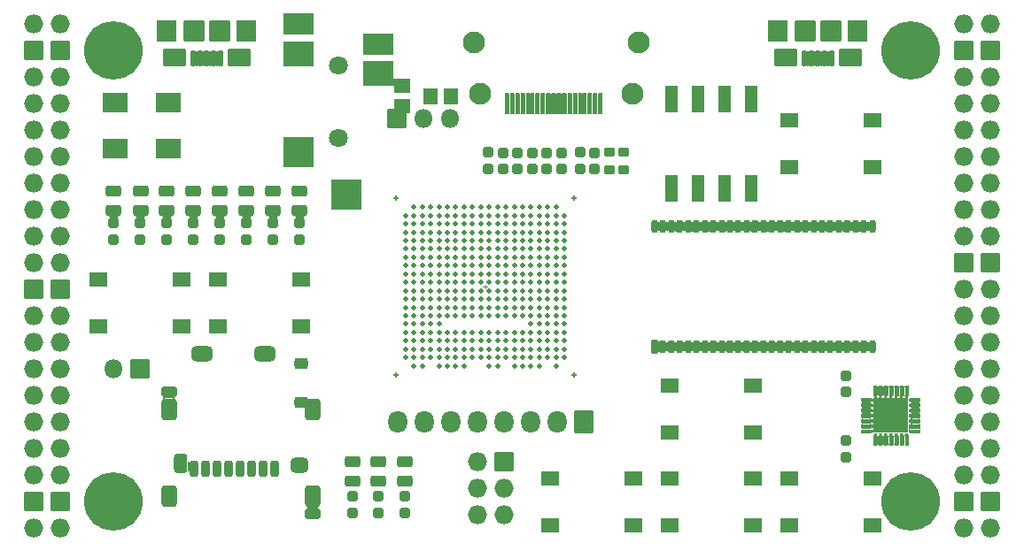
<source format=gts>
G04 #@! TF.GenerationSoftware,KiCad,Pcbnew,6.0.11+dfsg-1*
G04 #@! TF.CreationDate,2023-03-29T14:32:03+02:00*
G04 #@! TF.ProjectId,ulx3s,756c7833-732e-46b6-9963-61645f706362,v3.1.8*
G04 #@! TF.SameCoordinates,Original*
G04 #@! TF.FileFunction,Soldermask,Top*
G04 #@! TF.FilePolarity,Negative*
%FSLAX46Y46*%
G04 Gerber Fmt 4.6, Leading zero omitted, Abs format (unit mm)*
G04 Created by KiCad (PCBNEW 6.0.11+dfsg-1) date 2023-03-29 14:32:03*
%MOMM*%
%LPD*%
G01*
G04 APERTURE LIST*
G04 Aperture macros list*
%AMRoundRect*
0 Rectangle with rounded corners*
0 $1 Rounding radius*
0 $2 $3 $4 $5 $6 $7 $8 $9 X,Y pos of 4 corners*
0 Add a 4 corners polygon primitive as box body*
4,1,4,$2,$3,$4,$5,$6,$7,$8,$9,$2,$3,0*
0 Add four circle primitives for the rounded corners*
1,1,$1+$1,$2,$3*
1,1,$1+$1,$4,$5*
1,1,$1+$1,$6,$7*
1,1,$1+$1,$8,$9*
0 Add four rect primitives between the rounded corners*
20,1,$1+$1,$2,$3,$4,$5,0*
20,1,$1+$1,$4,$5,$6,$7,0*
20,1,$1+$1,$6,$7,$8,$9,0*
20,1,$1+$1,$8,$9,$2,$3,0*%
G04 Aperture macros list end*
%ADD10C,0.120000*%
%ADD11C,1.800000*%
%ADD12RoundRect,0.050000X-1.400000X1.000000X-1.400000X-1.000000X1.400000X-1.000000X1.400000X1.000000X0*%
%ADD13RoundRect,0.050000X-1.400000X1.400000X-1.400000X-1.400000X1.400000X-1.400000X1.400000X1.400000X0*%
%ADD14RoundRect,0.050000X-1.400000X1.100000X-1.400000X-1.100000X1.400000X-1.100000X1.400000X1.100000X0*%
%ADD15C,0.500000*%
%ADD16O,0.608000X0.227000*%
%ADD17O,0.227000X0.608000*%
%ADD18C,5.600000*%
%ADD19O,1.827200X1.827200*%
%ADD20RoundRect,0.050000X-0.863600X0.863600X-0.863600X-0.863600X0.863600X-0.863600X0.863600X0.863600X0*%
%ADD21RoundRect,0.050000X0.863600X-0.863600X0.863600X0.863600X-0.863600X0.863600X-0.863600X-0.863600X0*%
%ADD22RoundRect,0.050000X0.863600X1.016000X-0.863600X1.016000X-0.863600X-1.016000X0.863600X-1.016000X0*%
%ADD23O,1.827200X2.132000*%
%ADD24RoundRect,0.050000X0.280000X-0.600000X0.280000X0.600000X-0.280000X0.600000X-0.280000X-0.600000X0*%
%ADD25O,0.660000X1.300000*%
%ADD26RoundRect,0.293750X-0.456250X0.243750X-0.456250X-0.243750X0.456250X-0.243750X0.456250X0.243750X0*%
%ADD27RoundRect,0.268750X0.256250X-0.218750X0.256250X0.218750X-0.256250X0.218750X-0.256250X-0.218750X0*%
%ADD28RoundRect,0.293750X0.456250X-0.243750X0.456250X0.243750X-0.456250X0.243750X-0.456250X-0.243750X0*%
%ADD29C,2.100000*%
%ADD30RoundRect,0.050000X0.150000X0.950000X-0.150000X0.950000X-0.150000X-0.950000X0.150000X-0.950000X0*%
%ADD31RoundRect,0.268750X-0.256250X0.218750X-0.256250X-0.218750X0.256250X-0.218750X0.256250X0.218750X0*%
%ADD32RoundRect,0.050000X0.850000X-0.850000X0.850000X0.850000X-0.850000X0.850000X-0.850000X-0.850000X0*%
%ADD33O,1.800000X1.800000*%
%ADD34RoundRect,0.050000X0.700000X-0.647500X0.700000X0.647500X-0.700000X0.647500X-0.700000X-0.647500X0*%
%ADD35RoundRect,0.050000X-0.647500X-0.700000X0.647500X-0.700000X0.647500X0.700000X-0.647500X0.700000X0*%
%ADD36RoundRect,0.050000X0.200000X0.675000X-0.200000X0.675000X-0.200000X-0.675000X0.200000X-0.675000X0*%
%ADD37RoundRect,0.050000X0.900000X0.950000X-0.900000X0.950000X-0.900000X-0.950000X0.900000X-0.950000X0*%
%ADD38RoundRect,0.050000X1.050000X0.800000X-1.050000X0.800000X-1.050000X-0.800000X1.050000X-0.800000X0*%
%ADD39RoundRect,0.050000X0.950000X0.950000X-0.950000X0.950000X-0.950000X-0.950000X0.950000X-0.950000X0*%
%ADD40RoundRect,0.050000X-0.850000X0.850000X-0.850000X-0.850000X0.850000X-0.850000X0.850000X0.850000X0*%
%ADD41RoundRect,0.050000X1.100000X0.900000X-1.100000X0.900000X-1.100000X-0.900000X1.100000X-0.900000X0*%
%ADD42RoundRect,0.050000X0.775000X0.650000X-0.775000X0.650000X-0.775000X-0.650000X0.775000X-0.650000X0*%
%ADD43RoundRect,0.050000X-0.775000X-0.650000X0.775000X-0.650000X0.775000X0.650000X-0.775000X0.650000X0*%
%ADD44RoundRect,0.050000X0.560000X-1.220000X0.560000X1.220000X-0.560000X1.220000X-0.560000X-1.220000X0*%
%ADD45RoundRect,0.050000X0.475000X0.150000X-0.475000X0.150000X-0.475000X-0.150000X0.475000X-0.150000X0*%
%ADD46O,1.050000X0.400000*%
%ADD47O,0.400000X1.050000*%
%ADD48RoundRect,0.050000X0.812500X0.812500X-0.812500X0.812500X-0.812500X-0.812500X0.812500X-0.812500X0*%
%ADD49RoundRect,0.225000X-0.175000X-0.575000X0.175000X-0.575000X0.175000X0.575000X-0.175000X0.575000X0*%
%ADD50RoundRect,0.300000X0.350000X-0.250000X0.350000X0.250000X-0.350000X0.250000X-0.350000X-0.250000X0*%
%ADD51RoundRect,0.275000X-0.500000X-0.225000X0.500000X-0.225000X0.500000X0.225000X-0.500000X0.225000X0*%
%ADD52RoundRect,0.275000X0.500000X-0.225000X0.500000X0.225000X-0.500000X0.225000X-0.500000X-0.225000X0*%
%ADD53RoundRect,0.387500X-0.437500X0.337500X-0.437500X-0.337500X0.437500X-0.337500X0.437500X0.337500X0*%
%ADD54RoundRect,0.342500X-0.292500X0.607500X-0.292500X-0.607500X0.292500X-0.607500X0.292500X0.607500X0*%
%ADD55RoundRect,0.387500X-0.612500X0.337500X-0.612500X-0.337500X0.612500X-0.337500X0.612500X0.337500X0*%
%ADD56RoundRect,0.412500X-0.362500X-0.637500X0.362500X-0.637500X0.362500X0.637500X-0.362500X0.637500X0*%
%ADD57RoundRect,0.300000X-0.350000X0.250000X-0.350000X-0.250000X0.350000X-0.250000X0.350000X0.250000X0*%
%ADD58RoundRect,0.250000X0.275000X-0.200000X0.275000X0.200000X-0.275000X0.200000X-0.275000X-0.200000X0*%
G04 APERTURE END LIST*
D10*
X138480000Y-87600000D02*
X138480000Y-88000000D01*
X138280000Y-87800000D02*
X138680000Y-87800000D01*
X138480000Y-87600000D02*
X138480000Y-88000000D01*
X138280000Y-87800000D02*
X138680000Y-87800000D01*
D11*
X124468000Y-73600000D03*
X124468000Y-66600000D03*
D12*
X120668000Y-62700000D03*
D13*
X120668000Y-74900000D03*
D14*
X128268000Y-67400000D03*
X120668000Y-65500000D03*
D13*
X125218000Y-79000000D03*
D12*
X128268000Y-64600000D03*
D15*
X131680000Y-80200000D03*
X132480000Y-80200000D03*
X133280000Y-80200000D03*
X134080000Y-80200000D03*
X134880000Y-80200000D03*
X135680000Y-80200000D03*
X136480000Y-80200000D03*
X137280000Y-80200000D03*
X138080000Y-80200000D03*
X138880000Y-80200000D03*
X139680000Y-80200000D03*
X140480000Y-80200000D03*
X141280000Y-80200000D03*
X142080000Y-80200000D03*
X142880000Y-80200000D03*
X143680000Y-80200000D03*
X144480000Y-80200000D03*
X145280000Y-80200000D03*
X130880000Y-81000000D03*
X131680000Y-81000000D03*
X132480000Y-81000000D03*
X133280000Y-81000000D03*
X134080000Y-81000000D03*
X134880000Y-81000000D03*
X135680000Y-81000000D03*
X136480000Y-81000000D03*
X137280000Y-81000000D03*
X138080000Y-81000000D03*
X138880000Y-81000000D03*
X139680000Y-81000000D03*
X140480000Y-81000000D03*
X141280000Y-81000000D03*
X142080000Y-81000000D03*
X142880000Y-81000000D03*
X143680000Y-81000000D03*
X144480000Y-81000000D03*
X145280000Y-81000000D03*
X146080000Y-81000000D03*
X130880000Y-81800000D03*
X131680000Y-81800000D03*
X132480000Y-81800000D03*
X133280000Y-81800000D03*
X134080000Y-81800000D03*
X134880000Y-81800000D03*
X135680000Y-81800000D03*
X136480000Y-81800000D03*
X137280000Y-81800000D03*
X138080000Y-81800000D03*
X138880000Y-81800000D03*
X139680000Y-81800000D03*
X140480000Y-81800000D03*
X141280000Y-81800000D03*
X142080000Y-81800000D03*
X142880000Y-81800000D03*
X143680000Y-81800000D03*
X144480000Y-81800000D03*
X145280000Y-81800000D03*
X146080000Y-81800000D03*
X130880000Y-82600000D03*
X131680000Y-82600000D03*
X132480000Y-82600000D03*
X133280000Y-82600000D03*
X134080000Y-82600000D03*
X134880000Y-82600000D03*
X135680000Y-82600000D03*
X136480000Y-82600000D03*
X137280000Y-82600000D03*
X138080000Y-82600000D03*
X138880000Y-82600000D03*
X139680000Y-82600000D03*
X140480000Y-82600000D03*
X141280000Y-82600000D03*
X142080000Y-82600000D03*
X142880000Y-82600000D03*
X143680000Y-82600000D03*
X144480000Y-82600000D03*
X145280000Y-82600000D03*
X146080000Y-82600000D03*
X130880000Y-83400000D03*
X131680000Y-83400000D03*
X132480000Y-83400000D03*
X133280000Y-83400000D03*
X134080000Y-83400000D03*
X134880000Y-83400000D03*
X135680000Y-83400000D03*
X136480000Y-83400000D03*
X137280000Y-83400000D03*
X138080000Y-83400000D03*
X138880000Y-83400000D03*
X139680000Y-83400000D03*
X140480000Y-83400000D03*
X141280000Y-83400000D03*
X142080000Y-83400000D03*
X142880000Y-83400000D03*
X143680000Y-83400000D03*
X144480000Y-83400000D03*
X145280000Y-83400000D03*
X146080000Y-83400000D03*
X130880000Y-84200000D03*
X131680000Y-84200000D03*
X132480000Y-84200000D03*
X133280000Y-84200000D03*
X134080000Y-84200000D03*
X134880000Y-84200000D03*
X135680000Y-84200000D03*
X136480000Y-84200000D03*
X137280000Y-84200000D03*
X138080000Y-84200000D03*
X138880000Y-84200000D03*
X139680000Y-84200000D03*
X140480000Y-84200000D03*
X141280000Y-84200000D03*
X142080000Y-84200000D03*
X142880000Y-84200000D03*
X143680000Y-84200000D03*
X144480000Y-84200000D03*
X145280000Y-84200000D03*
X146080000Y-84200000D03*
X130880000Y-85000000D03*
X131680000Y-85000000D03*
X132480000Y-85000000D03*
X133280000Y-85000000D03*
X134080000Y-85000000D03*
X134880000Y-85000000D03*
X135680000Y-85000000D03*
X136480000Y-85000000D03*
X137280000Y-85000000D03*
X138080000Y-85000000D03*
X138880000Y-85000000D03*
X139680000Y-85000000D03*
X140480000Y-85000000D03*
X141280000Y-85000000D03*
X142080000Y-85000000D03*
X142880000Y-85000000D03*
X143680000Y-85000000D03*
X144480000Y-85000000D03*
X145280000Y-85000000D03*
X146080000Y-85000000D03*
X130880000Y-85800000D03*
X131680000Y-85800000D03*
X132480000Y-85800000D03*
X133280000Y-85800000D03*
X134080000Y-85800000D03*
X134880000Y-85800000D03*
X135680000Y-85800000D03*
X136480000Y-85800000D03*
X137280000Y-85800000D03*
X138080000Y-85800000D03*
X138880000Y-85800000D03*
X139680000Y-85800000D03*
X140480000Y-85800000D03*
X141280000Y-85800000D03*
X142080000Y-85800000D03*
X142880000Y-85800000D03*
X143680000Y-85800000D03*
X144480000Y-85800000D03*
X145280000Y-85800000D03*
X146080000Y-85800000D03*
X130880000Y-86600000D03*
X131680000Y-86600000D03*
X132480000Y-86600000D03*
X133280000Y-86600000D03*
X134080000Y-86600000D03*
X134880000Y-86600000D03*
X135680000Y-86600000D03*
X136480000Y-86600000D03*
X137280000Y-86600000D03*
X138080000Y-86600000D03*
X138880000Y-86600000D03*
X139680000Y-86600000D03*
X140480000Y-86600000D03*
X141280000Y-86600000D03*
X142080000Y-86600000D03*
X142880000Y-86600000D03*
X143680000Y-86600000D03*
X144480000Y-86600000D03*
X145280000Y-86600000D03*
X146080000Y-86600000D03*
X130880000Y-87400000D03*
X131680000Y-87400000D03*
X132480000Y-87400000D03*
X133280000Y-87400000D03*
X134080000Y-87400000D03*
X134880000Y-87400000D03*
X135680000Y-87400000D03*
X136480000Y-87400000D03*
X137280000Y-87400000D03*
X138080000Y-87400000D03*
X138880000Y-87400000D03*
X139680000Y-87400000D03*
X140480000Y-87400000D03*
X141280000Y-87400000D03*
X142080000Y-87400000D03*
X142880000Y-87400000D03*
X143680000Y-87400000D03*
X144480000Y-87400000D03*
X145280000Y-87400000D03*
X146080000Y-87400000D03*
X130880000Y-88200000D03*
X131680000Y-88200000D03*
X132480000Y-88200000D03*
X133280000Y-88200000D03*
X134080000Y-88200000D03*
X134880000Y-88200000D03*
X135680000Y-88200000D03*
X136480000Y-88200000D03*
X137280000Y-88200000D03*
X138080000Y-88200000D03*
X138880000Y-88200000D03*
X139680000Y-88200000D03*
X140480000Y-88200000D03*
X141280000Y-88200000D03*
X142080000Y-88200000D03*
X142880000Y-88200000D03*
X143680000Y-88200000D03*
X144480000Y-88200000D03*
X145280000Y-88200000D03*
X146080000Y-88200000D03*
X130880000Y-89000000D03*
X131680000Y-89000000D03*
X132480000Y-89000000D03*
X133280000Y-89000000D03*
X134080000Y-89000000D03*
X134880000Y-89000000D03*
X135680000Y-89000000D03*
X136480000Y-89000000D03*
X137280000Y-89000000D03*
X138080000Y-89000000D03*
X138880000Y-89000000D03*
X139680000Y-89000000D03*
X140480000Y-89000000D03*
X141280000Y-89000000D03*
X142080000Y-89000000D03*
X142880000Y-89000000D03*
X143680000Y-89000000D03*
X144480000Y-89000000D03*
X145280000Y-89000000D03*
X146080000Y-89000000D03*
X130880000Y-89800000D03*
X131680000Y-89800000D03*
X132480000Y-89800000D03*
X133280000Y-89800000D03*
X134080000Y-89800000D03*
X134880000Y-89800000D03*
X135680000Y-89800000D03*
X136480000Y-89800000D03*
X137280000Y-89800000D03*
X138080000Y-89800000D03*
X138880000Y-89800000D03*
X139680000Y-89800000D03*
X140480000Y-89800000D03*
X141280000Y-89800000D03*
X142080000Y-89800000D03*
X142880000Y-89800000D03*
X143680000Y-89800000D03*
X144480000Y-89800000D03*
X145280000Y-89800000D03*
X146080000Y-89800000D03*
X130880000Y-90600000D03*
X131680000Y-90600000D03*
X132480000Y-90600000D03*
X133280000Y-90600000D03*
X134080000Y-90600000D03*
X134880000Y-90600000D03*
X135680000Y-90600000D03*
X136480000Y-90600000D03*
X137280000Y-90600000D03*
X138080000Y-90600000D03*
X138880000Y-90600000D03*
X139680000Y-90600000D03*
X140480000Y-90600000D03*
X141280000Y-90600000D03*
X142080000Y-90600000D03*
X142880000Y-90600000D03*
X143680000Y-90600000D03*
X144480000Y-90600000D03*
X145280000Y-90600000D03*
X146080000Y-90600000D03*
X130880000Y-91400000D03*
X131680000Y-91400000D03*
X132480000Y-91400000D03*
X133280000Y-91400000D03*
X134080000Y-91400000D03*
X142880000Y-91400000D03*
X143680000Y-91400000D03*
X144480000Y-91400000D03*
X145280000Y-91400000D03*
X146080000Y-91400000D03*
X130880000Y-92200000D03*
X131680000Y-92200000D03*
X132480000Y-92200000D03*
X133280000Y-92200000D03*
X134080000Y-92200000D03*
X134880000Y-92200000D03*
X135680000Y-92200000D03*
X136480000Y-92200000D03*
X137280000Y-92200000D03*
X138080000Y-92200000D03*
X138880000Y-92200000D03*
X139680000Y-92200000D03*
X140480000Y-92200000D03*
X141280000Y-92200000D03*
X142080000Y-92200000D03*
X142880000Y-92200000D03*
X143680000Y-92200000D03*
X144480000Y-92200000D03*
X145280000Y-92200000D03*
X146080000Y-92200000D03*
X130880000Y-93000000D03*
X131680000Y-93000000D03*
X132480000Y-93000000D03*
X133280000Y-93000000D03*
X134080000Y-93000000D03*
X134880000Y-93000000D03*
X135680000Y-93000000D03*
X136480000Y-93000000D03*
X137280000Y-93000000D03*
X138080000Y-93000000D03*
X138880000Y-93000000D03*
X139680000Y-93000000D03*
X140480000Y-93000000D03*
X141280000Y-93000000D03*
X142080000Y-93000000D03*
X142880000Y-93000000D03*
X143680000Y-93000000D03*
X144480000Y-93000000D03*
X145280000Y-93000000D03*
X146080000Y-93000000D03*
X130880000Y-93800000D03*
X131680000Y-93800000D03*
X132480000Y-93800000D03*
X133280000Y-93800000D03*
X134080000Y-93800000D03*
X134880000Y-93800000D03*
X135680000Y-93800000D03*
X136480000Y-93800000D03*
X137280000Y-93800000D03*
X138080000Y-93800000D03*
X138880000Y-93800000D03*
X139680000Y-93800000D03*
X140480000Y-93800000D03*
X141280000Y-93800000D03*
X142080000Y-93800000D03*
X142880000Y-93800000D03*
X143680000Y-93800000D03*
X144480000Y-93800000D03*
X145280000Y-93800000D03*
X146080000Y-93800000D03*
X130880000Y-94600000D03*
X131680000Y-94600000D03*
X132480000Y-94600000D03*
X133280000Y-94600000D03*
X134080000Y-94600000D03*
X134880000Y-94600000D03*
X135680000Y-94600000D03*
X136480000Y-94600000D03*
X137280000Y-94600000D03*
X138080000Y-94600000D03*
X138880000Y-94600000D03*
X139680000Y-94600000D03*
X140480000Y-94600000D03*
X141280000Y-94600000D03*
X142080000Y-94600000D03*
X142880000Y-94600000D03*
X143680000Y-94600000D03*
X144480000Y-94600000D03*
X145280000Y-94600000D03*
X146080000Y-94600000D03*
D16*
X129980000Y-96300000D03*
D17*
X129980000Y-96300000D03*
X129980000Y-79300000D03*
X146980000Y-96300000D03*
D16*
X146980000Y-79300000D03*
D17*
X146980000Y-79300000D03*
D16*
X146980000Y-96300000D03*
X129980000Y-79300000D03*
D15*
X131680000Y-95400000D03*
X132480000Y-95400000D03*
X134080000Y-95400000D03*
X134880000Y-95400000D03*
X135680000Y-95400000D03*
X136480000Y-95400000D03*
X138880000Y-95400000D03*
X139680000Y-95400000D03*
X141280000Y-95400000D03*
X142080000Y-95400000D03*
X142880000Y-95400000D03*
X143680000Y-95400000D03*
X145280000Y-95400000D03*
D18*
X102990000Y-108410000D03*
X179190000Y-108410000D03*
X179190000Y-65230000D03*
X102990000Y-65230000D03*
D19*
X97910000Y-62690000D03*
X95370000Y-62690000D03*
D20*
X97910000Y-65230000D03*
X95370000Y-65230000D03*
D19*
X97910000Y-67770000D03*
X95370000Y-67770000D03*
X97910000Y-70310000D03*
X95370000Y-70310000D03*
X97910000Y-72850000D03*
X95370000Y-72850000D03*
X97910000Y-75390000D03*
X95370000Y-75390000D03*
X97910000Y-77930000D03*
X95370000Y-77930000D03*
X97910000Y-80470000D03*
X95370000Y-80470000D03*
X97910000Y-83010000D03*
X95370000Y-83010000D03*
X97910000Y-85550000D03*
X95370000Y-85550000D03*
D20*
X97910000Y-88090000D03*
X95370000Y-88090000D03*
D19*
X97910000Y-90630000D03*
X95370000Y-90630000D03*
X97910000Y-93170000D03*
X95370000Y-93170000D03*
X97910000Y-95710000D03*
X95370000Y-95710000D03*
X97910000Y-98250000D03*
X95370000Y-98250000D03*
X97910000Y-100790000D03*
X95370000Y-100790000D03*
X97910000Y-103330000D03*
X95370000Y-103330000D03*
X97910000Y-105870000D03*
X95370000Y-105870000D03*
D20*
X97910000Y-108410000D03*
X95370000Y-108410000D03*
D19*
X97910000Y-110950000D03*
X95370000Y-110950000D03*
X184270000Y-110950000D03*
X186810000Y-110950000D03*
D21*
X184270000Y-108410000D03*
X186810000Y-108410000D03*
D19*
X184270000Y-105870000D03*
X186810000Y-105870000D03*
X184270000Y-103330000D03*
X186810000Y-103330000D03*
X184270000Y-100790000D03*
X186810000Y-100790000D03*
X184270000Y-98250000D03*
X186810000Y-98250000D03*
X184270000Y-95710000D03*
X186810000Y-95710000D03*
X184270000Y-93170000D03*
X186810000Y-93170000D03*
X184270000Y-90630000D03*
X186810000Y-90630000D03*
X184270000Y-88090000D03*
X186810000Y-88090000D03*
D21*
X184270000Y-85550000D03*
X186810000Y-85550000D03*
D19*
X184270000Y-83010000D03*
X186810000Y-83010000D03*
X184270000Y-80470000D03*
X186810000Y-80470000D03*
X184270000Y-77930000D03*
X186810000Y-77930000D03*
X184270000Y-75390000D03*
X186810000Y-75390000D03*
X184270000Y-72850000D03*
X186810000Y-72850000D03*
X184270000Y-70310000D03*
X186810000Y-70310000D03*
X184270000Y-67770000D03*
X186810000Y-67770000D03*
D21*
X184270000Y-65230000D03*
X186810000Y-65230000D03*
D19*
X184270000Y-62690000D03*
X186810000Y-62690000D03*
D22*
X147920000Y-100790000D03*
D23*
X145380000Y-100790000D03*
X142840000Y-100790000D03*
X140265000Y-100790000D03*
X137760000Y-100790000D03*
X135220000Y-100790000D03*
X132680000Y-100790000D03*
X130140000Y-100790000D03*
D24*
X154693000Y-93530000D03*
D25*
X155493000Y-93530000D03*
X156293000Y-93530000D03*
X157093000Y-93530000D03*
X157893000Y-93530000D03*
X158693000Y-93530000D03*
X159493000Y-93530000D03*
X160293000Y-93530000D03*
X161093000Y-93530000D03*
X161893000Y-93530000D03*
X162693000Y-93530000D03*
X163493000Y-93530000D03*
X164293000Y-93530000D03*
X165093000Y-93530000D03*
X165893000Y-93530000D03*
X166693000Y-93530000D03*
X167493000Y-93530000D03*
X168293000Y-93530000D03*
X169093000Y-93530000D03*
X169893000Y-93530000D03*
X170693000Y-93530000D03*
X171493000Y-93530000D03*
X172293000Y-93530000D03*
X173093000Y-93530000D03*
X173893000Y-93530000D03*
X174693000Y-93530000D03*
X175493000Y-93530000D03*
X175493000Y-82070000D03*
X174693000Y-82070000D03*
X173893000Y-82070000D03*
X173093000Y-82070000D03*
X172293000Y-82070000D03*
X171493000Y-82070000D03*
X170693000Y-82070000D03*
X169893000Y-82070000D03*
X169093000Y-82070000D03*
X168293000Y-82070000D03*
X167493000Y-82070000D03*
X166693000Y-82070000D03*
X165893000Y-82070000D03*
X165093000Y-82070000D03*
X164293000Y-82070000D03*
X163493000Y-82070000D03*
X162693000Y-82070000D03*
X161893000Y-82070000D03*
X161093000Y-82070000D03*
X160293000Y-82070000D03*
X159493000Y-82070000D03*
X158693000Y-82070000D03*
X157893000Y-82070000D03*
X157093000Y-82070000D03*
X156293000Y-82070000D03*
X155493000Y-82070000D03*
X154693000Y-82070000D03*
D26*
X118230000Y-78661500D03*
X118230000Y-80536500D03*
D27*
X140201000Y-76558500D03*
X140201000Y-74983500D03*
X142995000Y-76558500D03*
X142995000Y-74983500D03*
X145789000Y-76558500D03*
X145789000Y-74983500D03*
X148964000Y-76558500D03*
X148964000Y-74983500D03*
X138742800Y-76551100D03*
X138742800Y-74976100D03*
X141598000Y-76558500D03*
X141598000Y-74983500D03*
X144392000Y-76558500D03*
X144392000Y-74983500D03*
D28*
X130800000Y-106437500D03*
X130800000Y-104562500D03*
D29*
X138046000Y-69312000D03*
X152546000Y-69312000D03*
X137446000Y-64412000D03*
X153146000Y-64412000D03*
D30*
X140546000Y-70312000D03*
X141046000Y-70312000D03*
X141546000Y-70312000D03*
X142046000Y-70312000D03*
X142546000Y-70312000D03*
X143046000Y-70312000D03*
X143546000Y-70312000D03*
X144046000Y-70312000D03*
X144546000Y-70312000D03*
X145046000Y-70312000D03*
X145546000Y-70312000D03*
X146046000Y-70312000D03*
X146546000Y-70312000D03*
X147046000Y-70312000D03*
X147546000Y-70312000D03*
X148046000Y-70312000D03*
X148546000Y-70312000D03*
X149046000Y-70312000D03*
X149546000Y-70312000D03*
D27*
X120770000Y-83289500D03*
X120770000Y-81714500D03*
X118230000Y-83289500D03*
X118230000Y-81714500D03*
X115690000Y-83289500D03*
X115690000Y-81714500D03*
X113150000Y-83289500D03*
X113150000Y-81714500D03*
X110610000Y-83289500D03*
X110610000Y-81714500D03*
X108070000Y-83289500D03*
X108070000Y-81714500D03*
X105530000Y-83289500D03*
X105530000Y-81714500D03*
X147567000Y-76546500D03*
X147567000Y-74971500D03*
X102990000Y-83289500D03*
X102990000Y-81714500D03*
D31*
X128300000Y-107912500D03*
X128300000Y-109487500D03*
D26*
X120770000Y-78661500D03*
X120770000Y-80536500D03*
X115690000Y-78661500D03*
X115690000Y-80536500D03*
X113150000Y-78661500D03*
X113150000Y-80536500D03*
X108070000Y-78661500D03*
X108070000Y-80536500D03*
X105545000Y-78661500D03*
X105545000Y-80536500D03*
X102990000Y-78661500D03*
X102990000Y-80536500D03*
D28*
X128300000Y-106437500D03*
X128300000Y-104562500D03*
D26*
X125800000Y-104562500D03*
X125800000Y-106437500D03*
D27*
X130800000Y-109487500D03*
X130800000Y-107912500D03*
D32*
X130056000Y-71725000D03*
D33*
X132596000Y-71725000D03*
X135136000Y-71725000D03*
D20*
X140300000Y-104600000D03*
D19*
X137760000Y-104600000D03*
X140300000Y-107140000D03*
X137760000Y-107140000D03*
X140300000Y-109680000D03*
X137760000Y-109680000D03*
D34*
X130564000Y-70533500D03*
X130564000Y-68598500D03*
D35*
X133279500Y-69566000D03*
X135214500Y-69566000D03*
D36*
X113180000Y-66000000D03*
X112530000Y-66000000D03*
X111880000Y-66000000D03*
X111230000Y-66000000D03*
X110580000Y-66000000D03*
D37*
X108080000Y-63325000D03*
D38*
X108780000Y-65875000D03*
D39*
X113080000Y-63325000D03*
D37*
X115680000Y-63325000D03*
D39*
X110680000Y-63325000D03*
D38*
X114980000Y-65875000D03*
D36*
X171600000Y-66000000D03*
X170950000Y-66000000D03*
X170300000Y-66000000D03*
X169650000Y-66000000D03*
X169000000Y-66000000D03*
D39*
X169100000Y-63325000D03*
D37*
X174100000Y-63325000D03*
D38*
X173400000Y-65875000D03*
D39*
X171500000Y-63325000D03*
D38*
X167200000Y-65875000D03*
D37*
X166500000Y-63325000D03*
D40*
X105530000Y-95710000D03*
D33*
X102990000Y-95710000D03*
D41*
X108212000Y-70160000D03*
X103132000Y-70160000D03*
X103132000Y-74560000D03*
X108212000Y-74560000D03*
D42*
X175550000Y-76370000D03*
X167590000Y-76370000D03*
X175550000Y-71870000D03*
X167590000Y-71870000D03*
D43*
X101550000Y-87110000D03*
X109510000Y-87110000D03*
X101550000Y-91610000D03*
X109510000Y-91610000D03*
X120940000Y-87110000D03*
X112980000Y-87110000D03*
X120940000Y-91610000D03*
X112980000Y-91610000D03*
X164120000Y-97270000D03*
X156160000Y-97270000D03*
X156160000Y-101770000D03*
X164120000Y-101770000D03*
D42*
X164120000Y-110660000D03*
X156160000Y-110660000D03*
X164120000Y-106160000D03*
X156160000Y-106160000D03*
X144730000Y-110660000D03*
X152690000Y-110660000D03*
X144730000Y-106160000D03*
X152690000Y-106160000D03*
X175550000Y-110660000D03*
X167590000Y-110660000D03*
X175550000Y-106160000D03*
X167590000Y-106160000D03*
D27*
X172967000Y-97894500D03*
X172967000Y-96319500D03*
D44*
X156330000Y-78425000D03*
X158870000Y-78425000D03*
X161410000Y-78425000D03*
X163950000Y-78425000D03*
X163950000Y-69815000D03*
X161410000Y-69815000D03*
X158870000Y-69815000D03*
X156330000Y-69815000D03*
D26*
X110610000Y-78661500D03*
X110610000Y-80536500D03*
D45*
X179625000Y-101655000D03*
D46*
X179625000Y-101155000D03*
X179625000Y-100655000D03*
X179625000Y-100155000D03*
X179625000Y-99655000D03*
X179625000Y-99155000D03*
X179625000Y-98655000D03*
D47*
X178785000Y-97815000D03*
X178285000Y-97815000D03*
X177785000Y-97815000D03*
X177285000Y-97815000D03*
X176785000Y-97815000D03*
X176285000Y-97815000D03*
X175785000Y-97815000D03*
D46*
X174945000Y-98655000D03*
X174945000Y-99155000D03*
X174945000Y-99655000D03*
X174945000Y-100155000D03*
X174945000Y-100655000D03*
X174945000Y-101155000D03*
X174945000Y-101655000D03*
D47*
X175785000Y-102495000D03*
X176285000Y-102495000D03*
X176785000Y-102495000D03*
X177285000Y-102495000D03*
X177785000Y-102495000D03*
X178285000Y-102495000D03*
X178785000Y-102495000D03*
D48*
X176472500Y-100967500D03*
X178097500Y-100967500D03*
X178097500Y-99342500D03*
X176472500Y-99342500D03*
D31*
X172967000Y-102542500D03*
X172967000Y-104117500D03*
D49*
X118332000Y-105250000D03*
X117232000Y-105250000D03*
X116132000Y-105250000D03*
X115032000Y-105250000D03*
X113932000Y-105250000D03*
X112832000Y-105250000D03*
X111732000Y-105250000D03*
X110632000Y-105250000D03*
D50*
X120932000Y-95200000D03*
D51*
X122007000Y-109550000D03*
D52*
X108257000Y-97850000D03*
D53*
X120732000Y-104900000D03*
D54*
X109432000Y-104700000D03*
D55*
X111432000Y-94200000D03*
X117432000Y-94200000D03*
D56*
X122007000Y-107850000D03*
X108257000Y-107850000D03*
X108257000Y-99550000D03*
X122007000Y-99550000D03*
D57*
X120932000Y-98900000D03*
D58*
X151758000Y-76596000D03*
X151758000Y-74946000D03*
X150361000Y-76596000D03*
X150361000Y-74946000D03*
D31*
X125800000Y-107912500D03*
X125800000Y-109487500D03*
G36*
X121427513Y-108831955D02*
G01*
X121517657Y-108877886D01*
X121644655Y-108898000D01*
X122369345Y-108898000D01*
X122496343Y-108877886D01*
X122586487Y-108831955D01*
X122588484Y-108832060D01*
X122589392Y-108833842D01*
X122588604Y-108835330D01*
X122566946Y-108851770D01*
X122525634Y-108907730D01*
X122521154Y-108976844D01*
X122554818Y-109037530D01*
X122585379Y-109059579D01*
X122598415Y-109066221D01*
X122599504Y-109067898D01*
X122598596Y-109069680D01*
X122597117Y-109069965D01*
X122506801Y-109052000D01*
X121507199Y-109052000D01*
X121416883Y-109069965D01*
X121414989Y-109069322D01*
X121414599Y-109067360D01*
X121415585Y-109066221D01*
X121428502Y-109059639D01*
X121479071Y-109011879D01*
X121495720Y-108944653D01*
X121473334Y-108878963D01*
X121447160Y-108851850D01*
X121425396Y-108835330D01*
X121424621Y-108833486D01*
X121425830Y-108831893D01*
X121427513Y-108831955D01*
G37*
G36*
X110068919Y-104451222D02*
G01*
X110088595Y-104518234D01*
X110140938Y-104563589D01*
X110209491Y-104573446D01*
X110272728Y-104544566D01*
X110279082Y-104538645D01*
X110282901Y-104534819D01*
X110284832Y-104534300D01*
X110286247Y-104535713D01*
X110285979Y-104537343D01*
X110251012Y-104589675D01*
X110234000Y-104675199D01*
X110234000Y-105567762D01*
X110233000Y-105569494D01*
X110231000Y-105569494D01*
X110230081Y-105568325D01*
X110210405Y-105501313D01*
X110158062Y-105455958D01*
X110089509Y-105446101D01*
X110026341Y-105474950D01*
X110014935Y-105487279D01*
X110013025Y-105487872D01*
X110011557Y-105486513D01*
X110011654Y-105485076D01*
X110053387Y-105395579D01*
X110065000Y-105307368D01*
X110065000Y-104451785D01*
X110066000Y-104450053D01*
X110068000Y-104450053D01*
X110068919Y-104451222D01*
G37*
G36*
X178926278Y-101825742D02*
G01*
X178926668Y-101827704D01*
X178926309Y-101828343D01*
X178883114Y-101880031D01*
X178874484Y-101948748D01*
X178904475Y-102011429D01*
X178904873Y-102011815D01*
X178905422Y-102013738D01*
X178904031Y-102015175D01*
X178902371Y-102014915D01*
X178860758Y-101987109D01*
X178785000Y-101972040D01*
X178709242Y-101987109D01*
X178645021Y-102030021D01*
X178602109Y-102094242D01*
X178587000Y-102170199D01*
X178587000Y-102819801D01*
X178602109Y-102895758D01*
X178636950Y-102947901D01*
X178637081Y-102949897D01*
X178635418Y-102951008D01*
X178634001Y-102950544D01*
X178616630Y-102935968D01*
X178615192Y-102937682D01*
X178613313Y-102938366D01*
X178612280Y-102937844D01*
X178591312Y-102917855D01*
X178523305Y-102904754D01*
X178458915Y-102930540D01*
X178455321Y-102934688D01*
X178454597Y-102934938D01*
X178435998Y-102950545D01*
X178434028Y-102950892D01*
X178432742Y-102949360D01*
X178433049Y-102947902D01*
X178467891Y-102895758D01*
X178483000Y-102819801D01*
X178483000Y-102170199D01*
X178467891Y-102094242D01*
X178424979Y-102030021D01*
X178360758Y-101987109D01*
X178285000Y-101972040D01*
X178209242Y-101987109D01*
X178145021Y-102030021D01*
X178102109Y-102094242D01*
X178087000Y-102170199D01*
X178087000Y-102819801D01*
X178102109Y-102895758D01*
X178136950Y-102947901D01*
X178137081Y-102949897D01*
X178135418Y-102951008D01*
X178134001Y-102950544D01*
X178116630Y-102935968D01*
X178115192Y-102937682D01*
X178113313Y-102938366D01*
X178112280Y-102937844D01*
X178091312Y-102917855D01*
X178023305Y-102904754D01*
X177958915Y-102930540D01*
X177955321Y-102934688D01*
X177954597Y-102934938D01*
X177935998Y-102950545D01*
X177934028Y-102950892D01*
X177932742Y-102949360D01*
X177933049Y-102947902D01*
X177967891Y-102895758D01*
X177983000Y-102819801D01*
X177983000Y-102170199D01*
X177967891Y-102094242D01*
X177924979Y-102030021D01*
X177860758Y-101987109D01*
X177785000Y-101972040D01*
X177709242Y-101987109D01*
X177645021Y-102030021D01*
X177602109Y-102094242D01*
X177587000Y-102170199D01*
X177587000Y-102819801D01*
X177602109Y-102895758D01*
X177636950Y-102947901D01*
X177637081Y-102949897D01*
X177635418Y-102951008D01*
X177634001Y-102950544D01*
X177616630Y-102935968D01*
X177615192Y-102937682D01*
X177613313Y-102938366D01*
X177612280Y-102937844D01*
X177591312Y-102917855D01*
X177523305Y-102904754D01*
X177458915Y-102930540D01*
X177455321Y-102934688D01*
X177454597Y-102934938D01*
X177435998Y-102950545D01*
X177434028Y-102950892D01*
X177432742Y-102949360D01*
X177433049Y-102947902D01*
X177467891Y-102895758D01*
X177483000Y-102819801D01*
X177483000Y-102170199D01*
X177467891Y-102094242D01*
X177424979Y-102030021D01*
X177360758Y-101987109D01*
X177285000Y-101972040D01*
X177209242Y-101987109D01*
X177145021Y-102030021D01*
X177102109Y-102094242D01*
X177087000Y-102170199D01*
X177087000Y-102819801D01*
X177102109Y-102895758D01*
X177136950Y-102947901D01*
X177137081Y-102949897D01*
X177135418Y-102951008D01*
X177134001Y-102950544D01*
X177116630Y-102935968D01*
X177115192Y-102937682D01*
X177113313Y-102938366D01*
X177112280Y-102937844D01*
X177091312Y-102917855D01*
X177023305Y-102904754D01*
X176958915Y-102930540D01*
X176955321Y-102934688D01*
X176954597Y-102934938D01*
X176935998Y-102950545D01*
X176934028Y-102950892D01*
X176932742Y-102949360D01*
X176933049Y-102947902D01*
X176967891Y-102895758D01*
X176983000Y-102819801D01*
X176983000Y-102170199D01*
X176967891Y-102094242D01*
X176924979Y-102030021D01*
X176860758Y-101987109D01*
X176785000Y-101972040D01*
X176709242Y-101987109D01*
X176645021Y-102030021D01*
X176602109Y-102094242D01*
X176587000Y-102170199D01*
X176587000Y-102819801D01*
X176602109Y-102895758D01*
X176636950Y-102947901D01*
X176637081Y-102949897D01*
X176635418Y-102951008D01*
X176634001Y-102950544D01*
X176616630Y-102935968D01*
X176615192Y-102937682D01*
X176613313Y-102938366D01*
X176612280Y-102937844D01*
X176591312Y-102917855D01*
X176523305Y-102904754D01*
X176458915Y-102930540D01*
X176455321Y-102934688D01*
X176454597Y-102934938D01*
X176435998Y-102950545D01*
X176434028Y-102950892D01*
X176432742Y-102949360D01*
X176433049Y-102947902D01*
X176467891Y-102895758D01*
X176483000Y-102819801D01*
X176483000Y-102170199D01*
X176467891Y-102094242D01*
X176424979Y-102030021D01*
X176360758Y-101987109D01*
X176285000Y-101972040D01*
X176209242Y-101987109D01*
X176145021Y-102030021D01*
X176102109Y-102094242D01*
X176087000Y-102170199D01*
X176087000Y-102819801D01*
X176102109Y-102895758D01*
X176136950Y-102947901D01*
X176137081Y-102949897D01*
X176135418Y-102951008D01*
X176134001Y-102950544D01*
X176116630Y-102935968D01*
X176115192Y-102937682D01*
X176113313Y-102938366D01*
X176112280Y-102937844D01*
X176091312Y-102917855D01*
X176023305Y-102904754D01*
X175958915Y-102930540D01*
X175955321Y-102934688D01*
X175954597Y-102934938D01*
X175935998Y-102950545D01*
X175934028Y-102950892D01*
X175932742Y-102949360D01*
X175933049Y-102947902D01*
X175967891Y-102895758D01*
X175983000Y-102819801D01*
X175983000Y-102170199D01*
X175967891Y-102094242D01*
X175924979Y-102030021D01*
X175860758Y-101987109D01*
X175785000Y-101972040D01*
X175709242Y-101987109D01*
X175659931Y-102020058D01*
X175657935Y-102020189D01*
X175656824Y-102018526D01*
X175657155Y-102017287D01*
X175691555Y-101965582D01*
X175692654Y-101896330D01*
X175656021Y-101837289D01*
X175645167Y-101828874D01*
X175644410Y-101827022D01*
X175645636Y-101825441D01*
X175646782Y-101825331D01*
X175660199Y-101828000D01*
X176026699Y-101828000D01*
X176028431Y-101829000D01*
X176028431Y-101831000D01*
X176027262Y-101831919D01*
X175960247Y-101851596D01*
X175914892Y-101903939D01*
X175905035Y-101972492D01*
X175927902Y-102022563D01*
X175927834Y-102023271D01*
X175928343Y-102024151D01*
X175928567Y-102024365D01*
X175929006Y-102024981D01*
X175933897Y-102035690D01*
X175947694Y-102049269D01*
X175953371Y-102054032D01*
X175954808Y-102052319D01*
X175956687Y-102051634D01*
X175957720Y-102052156D01*
X175978688Y-102072145D01*
X176046695Y-102085246D01*
X176111085Y-102059460D01*
X176114679Y-102055312D01*
X176115403Y-102055062D01*
X176122143Y-102049406D01*
X176129828Y-102037854D01*
X176129982Y-102037652D01*
X176141530Y-102024325D01*
X176141424Y-102024264D01*
X176140425Y-102022531D01*
X176140760Y-102021424D01*
X176160672Y-101991496D01*
X176161771Y-101922245D01*
X176125258Y-101863396D01*
X176062525Y-101833535D01*
X176043143Y-101831994D01*
X176041495Y-101830860D01*
X176041654Y-101828866D01*
X176043301Y-101828000D01*
X176526695Y-101828000D01*
X176528427Y-101829000D01*
X176528427Y-101831000D01*
X176527258Y-101831919D01*
X176460246Y-101851595D01*
X176414891Y-101903938D01*
X176405034Y-101972491D01*
X176427902Y-102022563D01*
X176427834Y-102023271D01*
X176428343Y-102024151D01*
X176428566Y-102024364D01*
X176429005Y-102024980D01*
X176433896Y-102035689D01*
X176447691Y-102049267D01*
X176453369Y-102054031D01*
X176454807Y-102052317D01*
X176456686Y-102051633D01*
X176457719Y-102052155D01*
X176478688Y-102072145D01*
X176546695Y-102085246D01*
X176611086Y-102059460D01*
X176614682Y-102055310D01*
X176615406Y-102055060D01*
X176622146Y-102049404D01*
X176629834Y-102037848D01*
X176629987Y-102037646D01*
X176641529Y-102024325D01*
X176641425Y-102024265D01*
X176640425Y-102022533D01*
X176640760Y-102021425D01*
X176660673Y-101991494D01*
X176661772Y-101922242D01*
X176625259Y-101863394D01*
X176562524Y-101833534D01*
X176543157Y-101831994D01*
X176541509Y-101830860D01*
X176541668Y-101828866D01*
X176543315Y-101828000D01*
X177026695Y-101828000D01*
X177028427Y-101829000D01*
X177028427Y-101831000D01*
X177027258Y-101831919D01*
X176960246Y-101851595D01*
X176914891Y-101903938D01*
X176905034Y-101972491D01*
X176927902Y-102022563D01*
X176927834Y-102023271D01*
X176928343Y-102024151D01*
X176928566Y-102024364D01*
X176929005Y-102024980D01*
X176933896Y-102035689D01*
X176947691Y-102049267D01*
X176953369Y-102054031D01*
X176954807Y-102052317D01*
X176956686Y-102051633D01*
X176957719Y-102052155D01*
X176978688Y-102072145D01*
X177046695Y-102085246D01*
X177111086Y-102059460D01*
X177114682Y-102055310D01*
X177115406Y-102055060D01*
X177122146Y-102049404D01*
X177129834Y-102037848D01*
X177129987Y-102037646D01*
X177141529Y-102024325D01*
X177141425Y-102024265D01*
X177140425Y-102022533D01*
X177140760Y-102021425D01*
X177160673Y-101991494D01*
X177161772Y-101922242D01*
X177125259Y-101863394D01*
X177062524Y-101833534D01*
X177043157Y-101831994D01*
X177041509Y-101830860D01*
X177041668Y-101828866D01*
X177043315Y-101828000D01*
X177526699Y-101828000D01*
X177528431Y-101829000D01*
X177528431Y-101831000D01*
X177527262Y-101831919D01*
X177460247Y-101851596D01*
X177414892Y-101903939D01*
X177405035Y-101972492D01*
X177427902Y-102022563D01*
X177427834Y-102023271D01*
X177428343Y-102024151D01*
X177428567Y-102024365D01*
X177429006Y-102024981D01*
X177433897Y-102035690D01*
X177447694Y-102049269D01*
X177453371Y-102054032D01*
X177454808Y-102052319D01*
X177456687Y-102051634D01*
X177457720Y-102052156D01*
X177478688Y-102072145D01*
X177546695Y-102085246D01*
X177611085Y-102059460D01*
X177614679Y-102055312D01*
X177615403Y-102055062D01*
X177622143Y-102049406D01*
X177629828Y-102037854D01*
X177629982Y-102037652D01*
X177641530Y-102024325D01*
X177641424Y-102024264D01*
X177640425Y-102022531D01*
X177640760Y-102021424D01*
X177660672Y-101991496D01*
X177661771Y-101922245D01*
X177625258Y-101863396D01*
X177562525Y-101833535D01*
X177543143Y-101831994D01*
X177541495Y-101830860D01*
X177541654Y-101828866D01*
X177543301Y-101828000D01*
X178026699Y-101828000D01*
X178028431Y-101829000D01*
X178028431Y-101831000D01*
X178027262Y-101831919D01*
X177960247Y-101851596D01*
X177914892Y-101903939D01*
X177905035Y-101972492D01*
X177927902Y-102022563D01*
X177927834Y-102023271D01*
X177928343Y-102024151D01*
X177928567Y-102024365D01*
X177929006Y-102024981D01*
X177933897Y-102035690D01*
X177947694Y-102049269D01*
X177953371Y-102054032D01*
X177954808Y-102052319D01*
X177956687Y-102051634D01*
X177957720Y-102052156D01*
X177978688Y-102072145D01*
X178046695Y-102085246D01*
X178111085Y-102059460D01*
X178114674Y-102055318D01*
X178115398Y-102055068D01*
X178122136Y-102049414D01*
X178129828Y-102037855D01*
X178129981Y-102037653D01*
X178141529Y-102024325D01*
X178141425Y-102024265D01*
X178140425Y-102022533D01*
X178140760Y-102021425D01*
X178160670Y-101991503D01*
X178161775Y-101922254D01*
X178125264Y-101863402D01*
X178062534Y-101833537D01*
X178043143Y-101831994D01*
X178041496Y-101830859D01*
X178041655Y-101828866D01*
X178043302Y-101828000D01*
X178526695Y-101828000D01*
X178528427Y-101829000D01*
X178528427Y-101831000D01*
X178527258Y-101831919D01*
X178460246Y-101851595D01*
X178414891Y-101903938D01*
X178405034Y-101972491D01*
X178427902Y-102022563D01*
X178427834Y-102023271D01*
X178428343Y-102024151D01*
X178428566Y-102024364D01*
X178429005Y-102024980D01*
X178433896Y-102035689D01*
X178447691Y-102049267D01*
X178453369Y-102054031D01*
X178454807Y-102052317D01*
X178456686Y-102051633D01*
X178457719Y-102052155D01*
X178478688Y-102072145D01*
X178546695Y-102085246D01*
X178611086Y-102059460D01*
X178614682Y-102055310D01*
X178615406Y-102055060D01*
X178622146Y-102049404D01*
X178629834Y-102037848D01*
X178629987Y-102037646D01*
X178641529Y-102024325D01*
X178641425Y-102024265D01*
X178640425Y-102022533D01*
X178640760Y-102021425D01*
X178660673Y-101991494D01*
X178661772Y-101922242D01*
X178625259Y-101863394D01*
X178562524Y-101833534D01*
X178543157Y-101831994D01*
X178541509Y-101830860D01*
X178541668Y-101828866D01*
X178543315Y-101828000D01*
X178909801Y-101828000D01*
X178924384Y-101825099D01*
X178926278Y-101825742D01*
G37*
G36*
X178958344Y-98513691D02*
G01*
X179010030Y-98556885D01*
X179078746Y-98565516D01*
X179141428Y-98535527D01*
X179141815Y-98535127D01*
X179143738Y-98534578D01*
X179145175Y-98535969D01*
X179144915Y-98537629D01*
X179117109Y-98579242D01*
X179102040Y-98655000D01*
X179117109Y-98730758D01*
X179160021Y-98794979D01*
X179224242Y-98837891D01*
X179300199Y-98853000D01*
X179949801Y-98853000D01*
X180025758Y-98837891D01*
X180077901Y-98803050D01*
X180079897Y-98802919D01*
X180081008Y-98804582D01*
X180080544Y-98805999D01*
X180065968Y-98823370D01*
X180067682Y-98824808D01*
X180068366Y-98826687D01*
X180067844Y-98827720D01*
X180047855Y-98848688D01*
X180034754Y-98916695D01*
X180060540Y-98981085D01*
X180064688Y-98984679D01*
X180064938Y-98985403D01*
X180080545Y-99004002D01*
X180080892Y-99005972D01*
X180079360Y-99007258D01*
X180077902Y-99006951D01*
X180025758Y-98972109D01*
X179949801Y-98957000D01*
X179300199Y-98957000D01*
X179224242Y-98972109D01*
X179160021Y-99015021D01*
X179117109Y-99079242D01*
X179102040Y-99155000D01*
X179117109Y-99230758D01*
X179160021Y-99294979D01*
X179224242Y-99337891D01*
X179300199Y-99353000D01*
X179949801Y-99353000D01*
X180025758Y-99337891D01*
X180077901Y-99303050D01*
X180079897Y-99302919D01*
X180081008Y-99304582D01*
X180080544Y-99305999D01*
X180065968Y-99323370D01*
X180067682Y-99324808D01*
X180068366Y-99326687D01*
X180067844Y-99327720D01*
X180047855Y-99348688D01*
X180034754Y-99416695D01*
X180060540Y-99481085D01*
X180064688Y-99484679D01*
X180064938Y-99485403D01*
X180080545Y-99504002D01*
X180080892Y-99505972D01*
X180079360Y-99507258D01*
X180077902Y-99506951D01*
X180025758Y-99472109D01*
X179949801Y-99457000D01*
X179300199Y-99457000D01*
X179224242Y-99472109D01*
X179160021Y-99515021D01*
X179117109Y-99579242D01*
X179102040Y-99655000D01*
X179117109Y-99730758D01*
X179160021Y-99794979D01*
X179224242Y-99837891D01*
X179300199Y-99853000D01*
X179949801Y-99853000D01*
X180025758Y-99837891D01*
X180077901Y-99803050D01*
X180079897Y-99802919D01*
X180081008Y-99804582D01*
X180080544Y-99805999D01*
X180065968Y-99823370D01*
X180067682Y-99824808D01*
X180068366Y-99826687D01*
X180067844Y-99827720D01*
X180047855Y-99848688D01*
X180034754Y-99916695D01*
X180060540Y-99981085D01*
X180064688Y-99984679D01*
X180064938Y-99985403D01*
X180080545Y-100004002D01*
X180080892Y-100005972D01*
X180079360Y-100007258D01*
X180077902Y-100006951D01*
X180025758Y-99972109D01*
X179949801Y-99957000D01*
X179300199Y-99957000D01*
X179224242Y-99972109D01*
X179160021Y-100015021D01*
X179117109Y-100079242D01*
X179102040Y-100155000D01*
X179117109Y-100230758D01*
X179160021Y-100294979D01*
X179224242Y-100337891D01*
X179300199Y-100353000D01*
X179949801Y-100353000D01*
X180025758Y-100337891D01*
X180077901Y-100303050D01*
X180079897Y-100302919D01*
X180081008Y-100304582D01*
X180080544Y-100305999D01*
X180065968Y-100323370D01*
X180067682Y-100324808D01*
X180068366Y-100326687D01*
X180067844Y-100327720D01*
X180047855Y-100348688D01*
X180034754Y-100416695D01*
X180060540Y-100481085D01*
X180064688Y-100484679D01*
X180064938Y-100485403D01*
X180080545Y-100504002D01*
X180080892Y-100505972D01*
X180079360Y-100507258D01*
X180077902Y-100506951D01*
X180025758Y-100472109D01*
X179949801Y-100457000D01*
X179300199Y-100457000D01*
X179224242Y-100472109D01*
X179160021Y-100515021D01*
X179117109Y-100579242D01*
X179102040Y-100655000D01*
X179117109Y-100730758D01*
X179160021Y-100794979D01*
X179224242Y-100837891D01*
X179300199Y-100853000D01*
X179949801Y-100853000D01*
X180025758Y-100837891D01*
X180077901Y-100803050D01*
X180079897Y-100802919D01*
X180081008Y-100804582D01*
X180080544Y-100805999D01*
X180065968Y-100823370D01*
X180067682Y-100824808D01*
X180068366Y-100826687D01*
X180067844Y-100827720D01*
X180047855Y-100848688D01*
X180034754Y-100916695D01*
X180060540Y-100981085D01*
X180064688Y-100984679D01*
X180064938Y-100985403D01*
X180080545Y-101004002D01*
X180080892Y-101005972D01*
X180079360Y-101007258D01*
X180077902Y-101006951D01*
X180025758Y-100972109D01*
X179949801Y-100957000D01*
X179300199Y-100957000D01*
X179224242Y-100972109D01*
X179160021Y-101015021D01*
X179117109Y-101079242D01*
X179102040Y-101155000D01*
X179117109Y-101230758D01*
X179160021Y-101294979D01*
X179224242Y-101337891D01*
X179300199Y-101353000D01*
X179949801Y-101353000D01*
X180025758Y-101337891D01*
X180089979Y-101294979D01*
X180091543Y-101292638D01*
X180093337Y-101291753D01*
X180095000Y-101292864D01*
X180095038Y-101294551D01*
X180072481Y-101346093D01*
X180083426Y-101414500D01*
X180120601Y-101457489D01*
X180120977Y-101459453D01*
X180119465Y-101460761D01*
X180118698Y-101460759D01*
X180099801Y-101457000D01*
X179150199Y-101457000D01*
X179131645Y-101460691D01*
X179116087Y-101471087D01*
X179105691Y-101486645D01*
X179102000Y-101505199D01*
X179102000Y-101804801D01*
X179105691Y-101823355D01*
X179112821Y-101834026D01*
X179112952Y-101836022D01*
X179111289Y-101837133D01*
X179110047Y-101836800D01*
X179097215Y-101828226D01*
X179097043Y-101828098D01*
X179066075Y-101802217D01*
X178997284Y-101793575D01*
X178949257Y-101812472D01*
X178947279Y-101812176D01*
X178946547Y-101810315D01*
X178946862Y-101809500D01*
X178954309Y-101798355D01*
X178958000Y-101779801D01*
X178958000Y-100913305D01*
X178959000Y-100911573D01*
X178961000Y-100911573D01*
X178961919Y-100912742D01*
X178981595Y-100979754D01*
X179033938Y-101025109D01*
X179102491Y-101034966D01*
X179152563Y-101012098D01*
X179153271Y-101012166D01*
X179154151Y-101011657D01*
X179154364Y-101011434D01*
X179154980Y-101010995D01*
X179165689Y-101006104D01*
X179179267Y-100992309D01*
X179184031Y-100986631D01*
X179182317Y-100985193D01*
X179181633Y-100983314D01*
X179182155Y-100982281D01*
X179202145Y-100961312D01*
X179215246Y-100893305D01*
X179189460Y-100828914D01*
X179185310Y-100825318D01*
X179185060Y-100824594D01*
X179179404Y-100817854D01*
X179167848Y-100810166D01*
X179167646Y-100810013D01*
X179154325Y-100798471D01*
X179154265Y-100798575D01*
X179152533Y-100799575D01*
X179151425Y-100799240D01*
X179121494Y-100779327D01*
X179052242Y-100778228D01*
X178993394Y-100814741D01*
X178963534Y-100877476D01*
X178961994Y-100896843D01*
X178960860Y-100898491D01*
X178958866Y-100898332D01*
X178958000Y-100896685D01*
X178958000Y-100413305D01*
X178959000Y-100411573D01*
X178961000Y-100411573D01*
X178961919Y-100412742D01*
X178981595Y-100479754D01*
X179033938Y-100525109D01*
X179102491Y-100534966D01*
X179152563Y-100512098D01*
X179153271Y-100512166D01*
X179154151Y-100511657D01*
X179154364Y-100511434D01*
X179154980Y-100510995D01*
X179165689Y-100506104D01*
X179179267Y-100492309D01*
X179184031Y-100486631D01*
X179182317Y-100485193D01*
X179181633Y-100483314D01*
X179182155Y-100482281D01*
X179202145Y-100461312D01*
X179215246Y-100393305D01*
X179189460Y-100328914D01*
X179185310Y-100325318D01*
X179185060Y-100324594D01*
X179179404Y-100317854D01*
X179167848Y-100310166D01*
X179167646Y-100310013D01*
X179154325Y-100298471D01*
X179154265Y-100298575D01*
X179152533Y-100299575D01*
X179151425Y-100299240D01*
X179121494Y-100279327D01*
X179052242Y-100278228D01*
X178993394Y-100314741D01*
X178963534Y-100377476D01*
X178961994Y-100396843D01*
X178960860Y-100398491D01*
X178958866Y-100398332D01*
X178958000Y-100396685D01*
X178958000Y-99913302D01*
X178959000Y-99911570D01*
X178961000Y-99911570D01*
X178961919Y-99912739D01*
X178981596Y-99979753D01*
X179033939Y-100025108D01*
X179102492Y-100034965D01*
X179152563Y-100012098D01*
X179153271Y-100012166D01*
X179154151Y-100011657D01*
X179154365Y-100011433D01*
X179154981Y-100010994D01*
X179165690Y-100006103D01*
X179179269Y-99992306D01*
X179184032Y-99986629D01*
X179182319Y-99985192D01*
X179181634Y-99983313D01*
X179182156Y-99982280D01*
X179202145Y-99961312D01*
X179215246Y-99893305D01*
X179189460Y-99828915D01*
X179185312Y-99825321D01*
X179185062Y-99824597D01*
X179179406Y-99817857D01*
X179167854Y-99810172D01*
X179167652Y-99810018D01*
X179154325Y-99798470D01*
X179154264Y-99798576D01*
X179152531Y-99799575D01*
X179151424Y-99799240D01*
X179121496Y-99779328D01*
X179052245Y-99778229D01*
X178993396Y-99814742D01*
X178963535Y-99877475D01*
X178961994Y-99896856D01*
X178960860Y-99898504D01*
X178958866Y-99898345D01*
X178958000Y-99896698D01*
X178958000Y-99413302D01*
X178959000Y-99411570D01*
X178961000Y-99411570D01*
X178961919Y-99412739D01*
X178981596Y-99479753D01*
X179033939Y-99525108D01*
X179102492Y-99534965D01*
X179152563Y-99512098D01*
X179153271Y-99512166D01*
X179154151Y-99511657D01*
X179154365Y-99511433D01*
X179154981Y-99510994D01*
X179165690Y-99506103D01*
X179179269Y-99492306D01*
X179184032Y-99486629D01*
X179182319Y-99485192D01*
X179181634Y-99483313D01*
X179182156Y-99482280D01*
X179202145Y-99461312D01*
X179215246Y-99393305D01*
X179189460Y-99328915D01*
X179185318Y-99325326D01*
X179185068Y-99324602D01*
X179179414Y-99317864D01*
X179167855Y-99310172D01*
X179167653Y-99310019D01*
X179154325Y-99298471D01*
X179154265Y-99298575D01*
X179152533Y-99299575D01*
X179151425Y-99299240D01*
X179121503Y-99279330D01*
X179052254Y-99278225D01*
X178993402Y-99314736D01*
X178963537Y-99377466D01*
X178961994Y-99396857D01*
X178960859Y-99398504D01*
X178958866Y-99398345D01*
X178958000Y-99396698D01*
X178958000Y-98913305D01*
X178959000Y-98911573D01*
X178961000Y-98911573D01*
X178961919Y-98912742D01*
X178981595Y-98979754D01*
X179033938Y-99025109D01*
X179102491Y-99034966D01*
X179152563Y-99012098D01*
X179153271Y-99012166D01*
X179154151Y-99011657D01*
X179154364Y-99011434D01*
X179154980Y-99010995D01*
X179165689Y-99006104D01*
X179179267Y-98992309D01*
X179184031Y-98986631D01*
X179182317Y-98985193D01*
X179181633Y-98983314D01*
X179182155Y-98982281D01*
X179202145Y-98961312D01*
X179215246Y-98893305D01*
X179189460Y-98828914D01*
X179185310Y-98825318D01*
X179185060Y-98824594D01*
X179179404Y-98817854D01*
X179167848Y-98810166D01*
X179167646Y-98810013D01*
X179154325Y-98798471D01*
X179154265Y-98798575D01*
X179152533Y-98799575D01*
X179151425Y-98799240D01*
X179121494Y-98779327D01*
X179052242Y-98778228D01*
X178993394Y-98814741D01*
X178963534Y-98877476D01*
X178961994Y-98896843D01*
X178960860Y-98898491D01*
X178958866Y-98898332D01*
X178958000Y-98896685D01*
X178958000Y-98530199D01*
X178955099Y-98515616D01*
X178955742Y-98513722D01*
X178957704Y-98513332D01*
X178958344Y-98513691D01*
G37*
G36*
X175614559Y-98515636D02*
G01*
X175614669Y-98516782D01*
X175612000Y-98530199D01*
X175612000Y-98896698D01*
X175611000Y-98898430D01*
X175609000Y-98898430D01*
X175608081Y-98897261D01*
X175588404Y-98830247D01*
X175536061Y-98784892D01*
X175467508Y-98775035D01*
X175417437Y-98797902D01*
X175416729Y-98797834D01*
X175415849Y-98798343D01*
X175415635Y-98798567D01*
X175415019Y-98799006D01*
X175404310Y-98803897D01*
X175390731Y-98817694D01*
X175385968Y-98823371D01*
X175387681Y-98824808D01*
X175388366Y-98826687D01*
X175387844Y-98827720D01*
X175367855Y-98848688D01*
X175354754Y-98916695D01*
X175380540Y-98981085D01*
X175384688Y-98984679D01*
X175384938Y-98985403D01*
X175390594Y-98992143D01*
X175402146Y-98999828D01*
X175402348Y-98999982D01*
X175415675Y-99011530D01*
X175415736Y-99011424D01*
X175417469Y-99010425D01*
X175418576Y-99010760D01*
X175448504Y-99030672D01*
X175517755Y-99031771D01*
X175576604Y-98995258D01*
X175606465Y-98932525D01*
X175608006Y-98913144D01*
X175609140Y-98911496D01*
X175611134Y-98911655D01*
X175612000Y-98913302D01*
X175612000Y-99396695D01*
X175611000Y-99398427D01*
X175609000Y-99398427D01*
X175608081Y-99397258D01*
X175588405Y-99330246D01*
X175536062Y-99284891D01*
X175467509Y-99275034D01*
X175417437Y-99297902D01*
X175416729Y-99297834D01*
X175415849Y-99298343D01*
X175415636Y-99298566D01*
X175415020Y-99299005D01*
X175404311Y-99303896D01*
X175390733Y-99317691D01*
X175385969Y-99323369D01*
X175387683Y-99324807D01*
X175388367Y-99326686D01*
X175387845Y-99327719D01*
X175367855Y-99348688D01*
X175354754Y-99416695D01*
X175380540Y-99481086D01*
X175384690Y-99484682D01*
X175384940Y-99485406D01*
X175390596Y-99492146D01*
X175402152Y-99499834D01*
X175402354Y-99499987D01*
X175415675Y-99511529D01*
X175415735Y-99511425D01*
X175417467Y-99510425D01*
X175418575Y-99510760D01*
X175448506Y-99530673D01*
X175517758Y-99531772D01*
X175576606Y-99495259D01*
X175606466Y-99432524D01*
X175608006Y-99413157D01*
X175609140Y-99411509D01*
X175611134Y-99411668D01*
X175612000Y-99413315D01*
X175612000Y-99896695D01*
X175611000Y-99898427D01*
X175609000Y-99898427D01*
X175608081Y-99897258D01*
X175588405Y-99830246D01*
X175536062Y-99784891D01*
X175467509Y-99775034D01*
X175417437Y-99797902D01*
X175416729Y-99797834D01*
X175415849Y-99798343D01*
X175415636Y-99798566D01*
X175415020Y-99799005D01*
X175404311Y-99803896D01*
X175390733Y-99817691D01*
X175385969Y-99823369D01*
X175387683Y-99824807D01*
X175388367Y-99826686D01*
X175387845Y-99827719D01*
X175367855Y-99848688D01*
X175354754Y-99916695D01*
X175380540Y-99981086D01*
X175384690Y-99984682D01*
X175384940Y-99985406D01*
X175390596Y-99992146D01*
X175402152Y-99999834D01*
X175402354Y-99999987D01*
X175415675Y-100011529D01*
X175415735Y-100011425D01*
X175417467Y-100010425D01*
X175418575Y-100010760D01*
X175448506Y-100030673D01*
X175517758Y-100031772D01*
X175576606Y-99995259D01*
X175606466Y-99932524D01*
X175608006Y-99913157D01*
X175609140Y-99911509D01*
X175611134Y-99911668D01*
X175612000Y-99913315D01*
X175612000Y-100396698D01*
X175611000Y-100398430D01*
X175609000Y-100398430D01*
X175608081Y-100397261D01*
X175588404Y-100330247D01*
X175536061Y-100284892D01*
X175467508Y-100275035D01*
X175417437Y-100297902D01*
X175416729Y-100297834D01*
X175415849Y-100298343D01*
X175415635Y-100298567D01*
X175415019Y-100299006D01*
X175404310Y-100303897D01*
X175390731Y-100317694D01*
X175385968Y-100323371D01*
X175387681Y-100324808D01*
X175388366Y-100326687D01*
X175387844Y-100327720D01*
X175367855Y-100348688D01*
X175354754Y-100416695D01*
X175380540Y-100481085D01*
X175384688Y-100484679D01*
X175384938Y-100485403D01*
X175390594Y-100492143D01*
X175402146Y-100499828D01*
X175402348Y-100499982D01*
X175415675Y-100511530D01*
X175415736Y-100511424D01*
X175417469Y-100510425D01*
X175418576Y-100510760D01*
X175448504Y-100530672D01*
X175517755Y-100531771D01*
X175576604Y-100495258D01*
X175606465Y-100432525D01*
X175608006Y-100413144D01*
X175609140Y-100411496D01*
X175611134Y-100411655D01*
X175612000Y-100413302D01*
X175612000Y-100896698D01*
X175611000Y-100898430D01*
X175609000Y-100898430D01*
X175608081Y-100897261D01*
X175588404Y-100830247D01*
X175536061Y-100784892D01*
X175467508Y-100775035D01*
X175417437Y-100797902D01*
X175416729Y-100797834D01*
X175415849Y-100798343D01*
X175415635Y-100798567D01*
X175415019Y-100799006D01*
X175404310Y-100803897D01*
X175390731Y-100817694D01*
X175385968Y-100823371D01*
X175387681Y-100824808D01*
X175388366Y-100826687D01*
X175387844Y-100827720D01*
X175367855Y-100848688D01*
X175354754Y-100916695D01*
X175380540Y-100981085D01*
X175384682Y-100984674D01*
X175384932Y-100985398D01*
X175390586Y-100992136D01*
X175402145Y-100999828D01*
X175402347Y-100999981D01*
X175415675Y-101011529D01*
X175415735Y-101011425D01*
X175417467Y-101010425D01*
X175418575Y-101010760D01*
X175448497Y-101030670D01*
X175517746Y-101031775D01*
X175576598Y-100995264D01*
X175606463Y-100932534D01*
X175608006Y-100913143D01*
X175609141Y-100911496D01*
X175611134Y-100911655D01*
X175612000Y-100913302D01*
X175612000Y-101396695D01*
X175611000Y-101398427D01*
X175609000Y-101398427D01*
X175608081Y-101397258D01*
X175588405Y-101330246D01*
X175536062Y-101284891D01*
X175467509Y-101275034D01*
X175417437Y-101297902D01*
X175416729Y-101297834D01*
X175415849Y-101298343D01*
X175415636Y-101298566D01*
X175415020Y-101299005D01*
X175404311Y-101303896D01*
X175390733Y-101317691D01*
X175385969Y-101323369D01*
X175387683Y-101324807D01*
X175388367Y-101326686D01*
X175387845Y-101327719D01*
X175367855Y-101348688D01*
X175354754Y-101416695D01*
X175380540Y-101481086D01*
X175384690Y-101484682D01*
X175384940Y-101485406D01*
X175390596Y-101492146D01*
X175402152Y-101499834D01*
X175402354Y-101499987D01*
X175415675Y-101511529D01*
X175415735Y-101511425D01*
X175417467Y-101510425D01*
X175418575Y-101510760D01*
X175448506Y-101530673D01*
X175517758Y-101531772D01*
X175576606Y-101495259D01*
X175606466Y-101432524D01*
X175608006Y-101413157D01*
X175609140Y-101411509D01*
X175611134Y-101411668D01*
X175612000Y-101413315D01*
X175612000Y-101779801D01*
X175614901Y-101794384D01*
X175614258Y-101796278D01*
X175612296Y-101796668D01*
X175611656Y-101796309D01*
X175559970Y-101753115D01*
X175491254Y-101744484D01*
X175428572Y-101774473D01*
X175428185Y-101774873D01*
X175426262Y-101775422D01*
X175424825Y-101774031D01*
X175425085Y-101772371D01*
X175452891Y-101730758D01*
X175467960Y-101655000D01*
X175452891Y-101579242D01*
X175409979Y-101515021D01*
X175345758Y-101472109D01*
X175269801Y-101457000D01*
X174620199Y-101457000D01*
X174544242Y-101472109D01*
X174492099Y-101506950D01*
X174490103Y-101507081D01*
X174488992Y-101505418D01*
X174489456Y-101504001D01*
X174504032Y-101486630D01*
X174502318Y-101485192D01*
X174501634Y-101483313D01*
X174502156Y-101482280D01*
X174522145Y-101461312D01*
X174535246Y-101393305D01*
X174509460Y-101328915D01*
X174505312Y-101325321D01*
X174505062Y-101324597D01*
X174489455Y-101305998D01*
X174489108Y-101304028D01*
X174490640Y-101302742D01*
X174492098Y-101303049D01*
X174544242Y-101337891D01*
X174620199Y-101353000D01*
X175269801Y-101353000D01*
X175345758Y-101337891D01*
X175409979Y-101294979D01*
X175452891Y-101230758D01*
X175467960Y-101155000D01*
X175452891Y-101079242D01*
X175409979Y-101015021D01*
X175345758Y-100972109D01*
X175269801Y-100957000D01*
X174620199Y-100957000D01*
X174544242Y-100972109D01*
X174492099Y-101006950D01*
X174490103Y-101007081D01*
X174488992Y-101005418D01*
X174489456Y-101004001D01*
X174504032Y-100986630D01*
X174502318Y-100985192D01*
X174501634Y-100983313D01*
X174502156Y-100982280D01*
X174522145Y-100961312D01*
X174535246Y-100893305D01*
X174509460Y-100828915D01*
X174505312Y-100825321D01*
X174505062Y-100824597D01*
X174489455Y-100805998D01*
X174489108Y-100804028D01*
X174490640Y-100802742D01*
X174492098Y-100803049D01*
X174544242Y-100837891D01*
X174620199Y-100853000D01*
X175269801Y-100853000D01*
X175345758Y-100837891D01*
X175409979Y-100794979D01*
X175452891Y-100730758D01*
X175467960Y-100655000D01*
X175452891Y-100579242D01*
X175409979Y-100515021D01*
X175345758Y-100472109D01*
X175269801Y-100457000D01*
X174620199Y-100457000D01*
X174544242Y-100472109D01*
X174492099Y-100506950D01*
X174490103Y-100507081D01*
X174488992Y-100505418D01*
X174489456Y-100504001D01*
X174504032Y-100486630D01*
X174502318Y-100485192D01*
X174501634Y-100483313D01*
X174502156Y-100482280D01*
X174522145Y-100461312D01*
X174535246Y-100393305D01*
X174509460Y-100328915D01*
X174505312Y-100325321D01*
X174505062Y-100324597D01*
X174489455Y-100305998D01*
X174489108Y-100304028D01*
X174490640Y-100302742D01*
X174492098Y-100303049D01*
X174544242Y-100337891D01*
X174620199Y-100353000D01*
X175269801Y-100353000D01*
X175345758Y-100337891D01*
X175409979Y-100294979D01*
X175452891Y-100230758D01*
X175467960Y-100155000D01*
X175452891Y-100079242D01*
X175409979Y-100015021D01*
X175345758Y-99972109D01*
X175269801Y-99957000D01*
X174620199Y-99957000D01*
X174544242Y-99972109D01*
X174492099Y-100006950D01*
X174490103Y-100007081D01*
X174488992Y-100005418D01*
X174489456Y-100004001D01*
X174504032Y-99986630D01*
X174502318Y-99985192D01*
X174501634Y-99983313D01*
X174502156Y-99982280D01*
X174522145Y-99961312D01*
X174535246Y-99893305D01*
X174509460Y-99828915D01*
X174505312Y-99825321D01*
X174505062Y-99824597D01*
X174489455Y-99805998D01*
X174489108Y-99804028D01*
X174490640Y-99802742D01*
X174492098Y-99803049D01*
X174544242Y-99837891D01*
X174620199Y-99853000D01*
X175269801Y-99853000D01*
X175345758Y-99837891D01*
X175409979Y-99794979D01*
X175452891Y-99730758D01*
X175467960Y-99655000D01*
X175452891Y-99579242D01*
X175409979Y-99515021D01*
X175345758Y-99472109D01*
X175269801Y-99457000D01*
X174620199Y-99457000D01*
X174544242Y-99472109D01*
X174492099Y-99506950D01*
X174490103Y-99507081D01*
X174488992Y-99505418D01*
X174489456Y-99504001D01*
X174504032Y-99486630D01*
X174502318Y-99485192D01*
X174501634Y-99483313D01*
X174502156Y-99482280D01*
X174522145Y-99461312D01*
X174535246Y-99393305D01*
X174509460Y-99328915D01*
X174505312Y-99325321D01*
X174505062Y-99324597D01*
X174489455Y-99305998D01*
X174489108Y-99304028D01*
X174490640Y-99302742D01*
X174492098Y-99303049D01*
X174544242Y-99337891D01*
X174620199Y-99353000D01*
X175269801Y-99353000D01*
X175345758Y-99337891D01*
X175409979Y-99294979D01*
X175452891Y-99230758D01*
X175467960Y-99155000D01*
X175452891Y-99079242D01*
X175409979Y-99015021D01*
X175345758Y-98972109D01*
X175269801Y-98957000D01*
X174620199Y-98957000D01*
X174544242Y-98972109D01*
X174492099Y-99006950D01*
X174490103Y-99007081D01*
X174488992Y-99005418D01*
X174489456Y-99004001D01*
X174504032Y-98986630D01*
X174502318Y-98985192D01*
X174501634Y-98983313D01*
X174502156Y-98982280D01*
X174522145Y-98961312D01*
X174535246Y-98893305D01*
X174509460Y-98828915D01*
X174505312Y-98825321D01*
X174505062Y-98824597D01*
X174489455Y-98805998D01*
X174489108Y-98804028D01*
X174490640Y-98802742D01*
X174492098Y-98803049D01*
X174544242Y-98837891D01*
X174620199Y-98853000D01*
X175269801Y-98853000D01*
X175345758Y-98837891D01*
X175409979Y-98794979D01*
X175452891Y-98730758D01*
X175467960Y-98655000D01*
X175452891Y-98579242D01*
X175419942Y-98529931D01*
X175419811Y-98527935D01*
X175421474Y-98526824D01*
X175422713Y-98527155D01*
X175474418Y-98561555D01*
X175543670Y-98562654D01*
X175602711Y-98526021D01*
X175611126Y-98515167D01*
X175612978Y-98514410D01*
X175614559Y-98515636D01*
G37*
G36*
X108849011Y-98330678D02*
G01*
X108849401Y-98332640D01*
X108848415Y-98333779D01*
X108835498Y-98340361D01*
X108784929Y-98388121D01*
X108768280Y-98455347D01*
X108790666Y-98521037D01*
X108816840Y-98548150D01*
X108838604Y-98564670D01*
X108839379Y-98566514D01*
X108838170Y-98568107D01*
X108836487Y-98568045D01*
X108746343Y-98522114D01*
X108619345Y-98502000D01*
X107894655Y-98502000D01*
X107767657Y-98522114D01*
X107677513Y-98568045D01*
X107675516Y-98567940D01*
X107674608Y-98566158D01*
X107675396Y-98564670D01*
X107697054Y-98548230D01*
X107738366Y-98492270D01*
X107742846Y-98423156D01*
X107709181Y-98362469D01*
X107678621Y-98340421D01*
X107665585Y-98333779D01*
X107664496Y-98332102D01*
X107665404Y-98330320D01*
X107666883Y-98330035D01*
X107757199Y-98348000D01*
X108756801Y-98348000D01*
X108847117Y-98330035D01*
X108849011Y-98330678D01*
G37*
G36*
X178435999Y-97359456D02*
G01*
X178453370Y-97374032D01*
X178454808Y-97372318D01*
X178456687Y-97371634D01*
X178457720Y-97372156D01*
X178478688Y-97392145D01*
X178546695Y-97405246D01*
X178611085Y-97379460D01*
X178614679Y-97375312D01*
X178615403Y-97375062D01*
X178634002Y-97359455D01*
X178635972Y-97359108D01*
X178637258Y-97360640D01*
X178636951Y-97362098D01*
X178602109Y-97414242D01*
X178587000Y-97490199D01*
X178587000Y-98139801D01*
X178602109Y-98215758D01*
X178645021Y-98279979D01*
X178709242Y-98322891D01*
X178785000Y-98337960D01*
X178860758Y-98322891D01*
X178910069Y-98289942D01*
X178912065Y-98289811D01*
X178913176Y-98291474D01*
X178912845Y-98292713D01*
X178878445Y-98344418D01*
X178877346Y-98413670D01*
X178913979Y-98472711D01*
X178924833Y-98481126D01*
X178925590Y-98482978D01*
X178924364Y-98484559D01*
X178923218Y-98484669D01*
X178909801Y-98482000D01*
X178543301Y-98482000D01*
X178541569Y-98481000D01*
X178541569Y-98479000D01*
X178542738Y-98478081D01*
X178609753Y-98458404D01*
X178655108Y-98406061D01*
X178664965Y-98337508D01*
X178642098Y-98287437D01*
X178642166Y-98286729D01*
X178641657Y-98285849D01*
X178641433Y-98285635D01*
X178640994Y-98285019D01*
X178636103Y-98274310D01*
X178622306Y-98260731D01*
X178616629Y-98255968D01*
X178615192Y-98257681D01*
X178613313Y-98258366D01*
X178612280Y-98257844D01*
X178591312Y-98237855D01*
X178523305Y-98224754D01*
X178458915Y-98250540D01*
X178455321Y-98254688D01*
X178454597Y-98254938D01*
X178447857Y-98260594D01*
X178440172Y-98272146D01*
X178440018Y-98272348D01*
X178428470Y-98285675D01*
X178428576Y-98285736D01*
X178429575Y-98287469D01*
X178429240Y-98288576D01*
X178409328Y-98318504D01*
X178408229Y-98387755D01*
X178444742Y-98446604D01*
X178507475Y-98476465D01*
X178526857Y-98478006D01*
X178528505Y-98479140D01*
X178528346Y-98481134D01*
X178526699Y-98482000D01*
X178043305Y-98482000D01*
X178041573Y-98481000D01*
X178041573Y-98479000D01*
X178042742Y-98478081D01*
X178109754Y-98458405D01*
X178155109Y-98406062D01*
X178164966Y-98337509D01*
X178142098Y-98287437D01*
X178142166Y-98286729D01*
X178141657Y-98285849D01*
X178141434Y-98285636D01*
X178140995Y-98285020D01*
X178136104Y-98274311D01*
X178122309Y-98260733D01*
X178116631Y-98255969D01*
X178115193Y-98257683D01*
X178113314Y-98258367D01*
X178112281Y-98257845D01*
X178091312Y-98237855D01*
X178023305Y-98224754D01*
X177958914Y-98250540D01*
X177955318Y-98254690D01*
X177954594Y-98254940D01*
X177947854Y-98260596D01*
X177940166Y-98272152D01*
X177940013Y-98272354D01*
X177928471Y-98285675D01*
X177928575Y-98285735D01*
X177929575Y-98287467D01*
X177929240Y-98288575D01*
X177909327Y-98318506D01*
X177908228Y-98387758D01*
X177944741Y-98446606D01*
X178007476Y-98476466D01*
X178026843Y-98478006D01*
X178028491Y-98479140D01*
X178028332Y-98481134D01*
X178026685Y-98482000D01*
X177543305Y-98482000D01*
X177541573Y-98481000D01*
X177541573Y-98479000D01*
X177542742Y-98478081D01*
X177609754Y-98458405D01*
X177655109Y-98406062D01*
X177664966Y-98337509D01*
X177642098Y-98287437D01*
X177642166Y-98286729D01*
X177641657Y-98285849D01*
X177641434Y-98285636D01*
X177640995Y-98285020D01*
X177636104Y-98274311D01*
X177622309Y-98260733D01*
X177616631Y-98255969D01*
X177615193Y-98257683D01*
X177613314Y-98258367D01*
X177612281Y-98257845D01*
X177591312Y-98237855D01*
X177523305Y-98224754D01*
X177458914Y-98250540D01*
X177455318Y-98254690D01*
X177454594Y-98254940D01*
X177447854Y-98260596D01*
X177440166Y-98272152D01*
X177440013Y-98272354D01*
X177428471Y-98285675D01*
X177428575Y-98285735D01*
X177429575Y-98287467D01*
X177429240Y-98288575D01*
X177409327Y-98318506D01*
X177408228Y-98387758D01*
X177444741Y-98446606D01*
X177507476Y-98476466D01*
X177526843Y-98478006D01*
X177528491Y-98479140D01*
X177528332Y-98481134D01*
X177526685Y-98482000D01*
X177043301Y-98482000D01*
X177041569Y-98481000D01*
X177041569Y-98479000D01*
X177042738Y-98478081D01*
X177109753Y-98458404D01*
X177155108Y-98406061D01*
X177164965Y-98337508D01*
X177142098Y-98287437D01*
X177142166Y-98286729D01*
X177141657Y-98285849D01*
X177141433Y-98285635D01*
X177140994Y-98285019D01*
X177136103Y-98274310D01*
X177122306Y-98260731D01*
X177116629Y-98255968D01*
X177115192Y-98257681D01*
X177113313Y-98258366D01*
X177112280Y-98257844D01*
X177091312Y-98237855D01*
X177023305Y-98224754D01*
X176958915Y-98250540D01*
X176955321Y-98254688D01*
X176954597Y-98254938D01*
X176947857Y-98260594D01*
X176940172Y-98272146D01*
X176940018Y-98272348D01*
X176928470Y-98285675D01*
X176928576Y-98285736D01*
X176929575Y-98287469D01*
X176929240Y-98288576D01*
X176909328Y-98318504D01*
X176908229Y-98387755D01*
X176944742Y-98446604D01*
X177007475Y-98476465D01*
X177026857Y-98478006D01*
X177028505Y-98479140D01*
X177028346Y-98481134D01*
X177026699Y-98482000D01*
X176543301Y-98482000D01*
X176541569Y-98481000D01*
X176541569Y-98479000D01*
X176542738Y-98478081D01*
X176609753Y-98458404D01*
X176655108Y-98406061D01*
X176664965Y-98337508D01*
X176642098Y-98287437D01*
X176642166Y-98286729D01*
X176641657Y-98285849D01*
X176641433Y-98285635D01*
X176640994Y-98285019D01*
X176636103Y-98274310D01*
X176622306Y-98260731D01*
X176616629Y-98255968D01*
X176615192Y-98257681D01*
X176613313Y-98258366D01*
X176612280Y-98257844D01*
X176591312Y-98237855D01*
X176523305Y-98224754D01*
X176458915Y-98250540D01*
X176455326Y-98254682D01*
X176454602Y-98254932D01*
X176447864Y-98260586D01*
X176440172Y-98272145D01*
X176440019Y-98272347D01*
X176428471Y-98285675D01*
X176428575Y-98285735D01*
X176429575Y-98287467D01*
X176429240Y-98288575D01*
X176409330Y-98318497D01*
X176408225Y-98387746D01*
X176444736Y-98446598D01*
X176507466Y-98476463D01*
X176526857Y-98478006D01*
X176528504Y-98479141D01*
X176528345Y-98481134D01*
X176526698Y-98482000D01*
X176043305Y-98482000D01*
X176041573Y-98481000D01*
X176041573Y-98479000D01*
X176042742Y-98478081D01*
X176109754Y-98458405D01*
X176155109Y-98406062D01*
X176164966Y-98337509D01*
X176142098Y-98287437D01*
X176142166Y-98286729D01*
X176141657Y-98285849D01*
X176141434Y-98285636D01*
X176140995Y-98285020D01*
X176136104Y-98274311D01*
X176122309Y-98260733D01*
X176116631Y-98255969D01*
X176115193Y-98257683D01*
X176113314Y-98258367D01*
X176112281Y-98257845D01*
X176091312Y-98237855D01*
X176023305Y-98224754D01*
X175958914Y-98250540D01*
X175955318Y-98254690D01*
X175954594Y-98254940D01*
X175947854Y-98260596D01*
X175940166Y-98272152D01*
X175940013Y-98272354D01*
X175928471Y-98285675D01*
X175928575Y-98285735D01*
X175929575Y-98287467D01*
X175929240Y-98288575D01*
X175909327Y-98318506D01*
X175908228Y-98387758D01*
X175944741Y-98446606D01*
X176007476Y-98476466D01*
X176026843Y-98478006D01*
X176028491Y-98479140D01*
X176028332Y-98481134D01*
X176026685Y-98482000D01*
X175660199Y-98482000D01*
X175645616Y-98484901D01*
X175643722Y-98484258D01*
X175643332Y-98482296D01*
X175643691Y-98481656D01*
X175686885Y-98429970D01*
X175695516Y-98361254D01*
X175665527Y-98298572D01*
X175665127Y-98298185D01*
X175664578Y-98296262D01*
X175665969Y-98294825D01*
X175667629Y-98295085D01*
X175709242Y-98322891D01*
X175785000Y-98337960D01*
X175860758Y-98322891D01*
X175924979Y-98279979D01*
X175967891Y-98215758D01*
X175983000Y-98139801D01*
X175983000Y-97490199D01*
X175967891Y-97414242D01*
X175933050Y-97362099D01*
X175932919Y-97360103D01*
X175934582Y-97358992D01*
X175935999Y-97359456D01*
X175953370Y-97374032D01*
X175954808Y-97372318D01*
X175956687Y-97371634D01*
X175957720Y-97372156D01*
X175978688Y-97392145D01*
X176046695Y-97405246D01*
X176111085Y-97379460D01*
X176114679Y-97375312D01*
X176115403Y-97375062D01*
X176134002Y-97359455D01*
X176135972Y-97359108D01*
X176137258Y-97360640D01*
X176136951Y-97362098D01*
X176102109Y-97414242D01*
X176087000Y-97490199D01*
X176087000Y-98139801D01*
X176102109Y-98215758D01*
X176145021Y-98279979D01*
X176209242Y-98322891D01*
X176285000Y-98337960D01*
X176360758Y-98322891D01*
X176424979Y-98279979D01*
X176467891Y-98215758D01*
X176483000Y-98139801D01*
X176483000Y-97490199D01*
X176467891Y-97414242D01*
X176433050Y-97362099D01*
X176432919Y-97360103D01*
X176434582Y-97358992D01*
X176435999Y-97359456D01*
X176453370Y-97374032D01*
X176454808Y-97372318D01*
X176456687Y-97371634D01*
X176457720Y-97372156D01*
X176478688Y-97392145D01*
X176546695Y-97405246D01*
X176611085Y-97379460D01*
X176614679Y-97375312D01*
X176615403Y-97375062D01*
X176634002Y-97359455D01*
X176635972Y-97359108D01*
X176637258Y-97360640D01*
X176636951Y-97362098D01*
X176602109Y-97414242D01*
X176587000Y-97490199D01*
X176587000Y-98139801D01*
X176602109Y-98215758D01*
X176645021Y-98279979D01*
X176709242Y-98322891D01*
X176785000Y-98337960D01*
X176860758Y-98322891D01*
X176924979Y-98279979D01*
X176967891Y-98215758D01*
X176983000Y-98139801D01*
X176983000Y-97490199D01*
X176967891Y-97414242D01*
X176933050Y-97362099D01*
X176932919Y-97360103D01*
X176934582Y-97358992D01*
X176935999Y-97359456D01*
X176953370Y-97374032D01*
X176954808Y-97372318D01*
X176956687Y-97371634D01*
X176957720Y-97372156D01*
X176978688Y-97392145D01*
X177046695Y-97405246D01*
X177111085Y-97379460D01*
X177114679Y-97375312D01*
X177115403Y-97375062D01*
X177134002Y-97359455D01*
X177135972Y-97359108D01*
X177137258Y-97360640D01*
X177136951Y-97362098D01*
X177102109Y-97414242D01*
X177087000Y-97490199D01*
X177087000Y-98139801D01*
X177102109Y-98215758D01*
X177145021Y-98279979D01*
X177209242Y-98322891D01*
X177285000Y-98337960D01*
X177360758Y-98322891D01*
X177424979Y-98279979D01*
X177467891Y-98215758D01*
X177483000Y-98139801D01*
X177483000Y-97490199D01*
X177467891Y-97414242D01*
X177433050Y-97362099D01*
X177432919Y-97360103D01*
X177434582Y-97358992D01*
X177435999Y-97359456D01*
X177453370Y-97374032D01*
X177454808Y-97372318D01*
X177456687Y-97371634D01*
X177457720Y-97372156D01*
X177478688Y-97392145D01*
X177546695Y-97405246D01*
X177611085Y-97379460D01*
X177614679Y-97375312D01*
X177615403Y-97375062D01*
X177634002Y-97359455D01*
X177635972Y-97359108D01*
X177637258Y-97360640D01*
X177636951Y-97362098D01*
X177602109Y-97414242D01*
X177587000Y-97490199D01*
X177587000Y-98139801D01*
X177602109Y-98215758D01*
X177645021Y-98279979D01*
X177709242Y-98322891D01*
X177785000Y-98337960D01*
X177860758Y-98322891D01*
X177924979Y-98279979D01*
X177967891Y-98215758D01*
X177983000Y-98139801D01*
X177983000Y-97490199D01*
X177967891Y-97414242D01*
X177933050Y-97362099D01*
X177932919Y-97360103D01*
X177934582Y-97358992D01*
X177935999Y-97359456D01*
X177953370Y-97374032D01*
X177954808Y-97372318D01*
X177956687Y-97371634D01*
X177957720Y-97372156D01*
X177978688Y-97392145D01*
X178046695Y-97405246D01*
X178111085Y-97379460D01*
X178114679Y-97375312D01*
X178115403Y-97375062D01*
X178134002Y-97359455D01*
X178135972Y-97359108D01*
X178137258Y-97360640D01*
X178136951Y-97362098D01*
X178102109Y-97414242D01*
X178087000Y-97490199D01*
X178087000Y-98139801D01*
X178102109Y-98215758D01*
X178145021Y-98279979D01*
X178209242Y-98322891D01*
X178285000Y-98337960D01*
X178360758Y-98322891D01*
X178424979Y-98279979D01*
X178467891Y-98215758D01*
X178483000Y-98139801D01*
X178483000Y-97490199D01*
X178467891Y-97414242D01*
X178433050Y-97362099D01*
X178432919Y-97360103D01*
X178434582Y-97358992D01*
X178435999Y-97359456D01*
G37*
G36*
X155024962Y-92941923D02*
G01*
X155025424Y-92944247D01*
X155057663Y-93005879D01*
X155117847Y-93040152D01*
X155186976Y-93036447D01*
X155238577Y-92997009D01*
X155240560Y-92996752D01*
X155241774Y-92998341D01*
X155241523Y-92999598D01*
X155184810Y-93097827D01*
X155165000Y-93210177D01*
X155165000Y-93849823D01*
X155184810Y-93962173D01*
X155235011Y-94049124D01*
X155235011Y-94051124D01*
X155233279Y-94052124D01*
X155232252Y-94051840D01*
X155177246Y-94018937D01*
X155108024Y-94021161D01*
X155050954Y-94060485D01*
X155025741Y-94114164D01*
X155024962Y-94118080D01*
X155023643Y-94119584D01*
X155021681Y-94119194D01*
X155021000Y-94117690D01*
X155021000Y-92942313D01*
X155022000Y-92940581D01*
X155024000Y-92940581D01*
X155024962Y-92941923D01*
G37*
G36*
X159757861Y-93014876D02*
G01*
X159766243Y-93023944D01*
X159766577Y-93024436D01*
X159780245Y-93052900D01*
X159826802Y-93104581D01*
X159893616Y-93122808D01*
X159959782Y-93101987D01*
X159992539Y-93069694D01*
X160016239Y-93035404D01*
X160018046Y-93034548D01*
X160019691Y-93035685D01*
X160019616Y-93037541D01*
X159984810Y-93097827D01*
X159965000Y-93210177D01*
X159965000Y-93849823D01*
X159984810Y-93962173D01*
X160031340Y-94042766D01*
X160031340Y-94044766D01*
X160029608Y-94045766D01*
X160028139Y-94045124D01*
X160019757Y-94036056D01*
X160019423Y-94035564D01*
X160005755Y-94007100D01*
X159959198Y-93955419D01*
X159892384Y-93937192D01*
X159826218Y-93958013D01*
X159793461Y-93990306D01*
X159769761Y-94024596D01*
X159767954Y-94025452D01*
X159766309Y-94024315D01*
X159766384Y-94022459D01*
X159801190Y-93962173D01*
X159821000Y-93849823D01*
X159821000Y-93210177D01*
X159801190Y-93097827D01*
X159754660Y-93017234D01*
X159754660Y-93015234D01*
X159756392Y-93014234D01*
X159757861Y-93014876D01*
G37*
G36*
X169357861Y-93014876D02*
G01*
X169366243Y-93023944D01*
X169366577Y-93024436D01*
X169380245Y-93052900D01*
X169426802Y-93104581D01*
X169493616Y-93122808D01*
X169559782Y-93101987D01*
X169592539Y-93069694D01*
X169616239Y-93035404D01*
X169618046Y-93034548D01*
X169619691Y-93035685D01*
X169619616Y-93037541D01*
X169584810Y-93097827D01*
X169565000Y-93210177D01*
X169565000Y-93849823D01*
X169584810Y-93962173D01*
X169631340Y-94042766D01*
X169631340Y-94044766D01*
X169629608Y-94045766D01*
X169628139Y-94045124D01*
X169619757Y-94036056D01*
X169619423Y-94035564D01*
X169605755Y-94007100D01*
X169559198Y-93955419D01*
X169492384Y-93937192D01*
X169426218Y-93958013D01*
X169393461Y-93990306D01*
X169369761Y-94024596D01*
X169367954Y-94025452D01*
X169366309Y-94024315D01*
X169366384Y-94022459D01*
X169401190Y-93962173D01*
X169421000Y-93849823D01*
X169421000Y-93210177D01*
X169401190Y-93097827D01*
X169354660Y-93017234D01*
X169354660Y-93015234D01*
X169356392Y-93014234D01*
X169357861Y-93014876D01*
G37*
G36*
X168557861Y-93014876D02*
G01*
X168566243Y-93023944D01*
X168566577Y-93024436D01*
X168580245Y-93052900D01*
X168626802Y-93104581D01*
X168693616Y-93122808D01*
X168759782Y-93101987D01*
X168792539Y-93069694D01*
X168816239Y-93035404D01*
X168818046Y-93034548D01*
X168819691Y-93035685D01*
X168819616Y-93037541D01*
X168784810Y-93097827D01*
X168765000Y-93210177D01*
X168765000Y-93849823D01*
X168784810Y-93962173D01*
X168831340Y-94042766D01*
X168831340Y-94044766D01*
X168829608Y-94045766D01*
X168828139Y-94045124D01*
X168819757Y-94036056D01*
X168819423Y-94035564D01*
X168805755Y-94007100D01*
X168759198Y-93955419D01*
X168692384Y-93937192D01*
X168626218Y-93958013D01*
X168593461Y-93990306D01*
X168569761Y-94024596D01*
X168567954Y-94025452D01*
X168566309Y-94024315D01*
X168566384Y-94022459D01*
X168601190Y-93962173D01*
X168621000Y-93849823D01*
X168621000Y-93210177D01*
X168601190Y-93097827D01*
X168554660Y-93017234D01*
X168554660Y-93015234D01*
X168556392Y-93014234D01*
X168557861Y-93014876D01*
G37*
G36*
X160557861Y-93014876D02*
G01*
X160566243Y-93023944D01*
X160566577Y-93024436D01*
X160580245Y-93052900D01*
X160626802Y-93104581D01*
X160693616Y-93122808D01*
X160759782Y-93101987D01*
X160792539Y-93069694D01*
X160816239Y-93035404D01*
X160818046Y-93034548D01*
X160819691Y-93035685D01*
X160819616Y-93037541D01*
X160784810Y-93097827D01*
X160765000Y-93210177D01*
X160765000Y-93849823D01*
X160784810Y-93962173D01*
X160831340Y-94042766D01*
X160831340Y-94044766D01*
X160829608Y-94045766D01*
X160828139Y-94045124D01*
X160819757Y-94036056D01*
X160819423Y-94035564D01*
X160805755Y-94007100D01*
X160759198Y-93955419D01*
X160692384Y-93937192D01*
X160626218Y-93958013D01*
X160593461Y-93990306D01*
X160569761Y-94024596D01*
X160567954Y-94025452D01*
X160566309Y-94024315D01*
X160566384Y-94022459D01*
X160601190Y-93962173D01*
X160621000Y-93849823D01*
X160621000Y-93210177D01*
X160601190Y-93097827D01*
X160554660Y-93017234D01*
X160554660Y-93015234D01*
X160556392Y-93014234D01*
X160557861Y-93014876D01*
G37*
G36*
X155757861Y-93014876D02*
G01*
X155766243Y-93023944D01*
X155766577Y-93024436D01*
X155780245Y-93052900D01*
X155826802Y-93104581D01*
X155893616Y-93122808D01*
X155959782Y-93101987D01*
X155992539Y-93069694D01*
X156016239Y-93035404D01*
X156018046Y-93034548D01*
X156019691Y-93035685D01*
X156019616Y-93037541D01*
X155984810Y-93097827D01*
X155965000Y-93210177D01*
X155965000Y-93849823D01*
X155984810Y-93962173D01*
X156031340Y-94042766D01*
X156031340Y-94044766D01*
X156029608Y-94045766D01*
X156028139Y-94045124D01*
X156019757Y-94036056D01*
X156019423Y-94035564D01*
X156005755Y-94007100D01*
X155959198Y-93955419D01*
X155892384Y-93937192D01*
X155826218Y-93958013D01*
X155793461Y-93990306D01*
X155769761Y-94024596D01*
X155767954Y-94025452D01*
X155766309Y-94024315D01*
X155766384Y-94022459D01*
X155801190Y-93962173D01*
X155821000Y-93849823D01*
X155821000Y-93210177D01*
X155801190Y-93097827D01*
X155754660Y-93017234D01*
X155754660Y-93015234D01*
X155756392Y-93014234D01*
X155757861Y-93014876D01*
G37*
G36*
X161357861Y-93014876D02*
G01*
X161366243Y-93023944D01*
X161366577Y-93024436D01*
X161380245Y-93052900D01*
X161426802Y-93104581D01*
X161493616Y-93122808D01*
X161559782Y-93101987D01*
X161592539Y-93069694D01*
X161616239Y-93035404D01*
X161618046Y-93034548D01*
X161619691Y-93035685D01*
X161619616Y-93037541D01*
X161584810Y-93097827D01*
X161565000Y-93210177D01*
X161565000Y-93849823D01*
X161584810Y-93962173D01*
X161631340Y-94042766D01*
X161631340Y-94044766D01*
X161629608Y-94045766D01*
X161628139Y-94045124D01*
X161619757Y-94036056D01*
X161619423Y-94035564D01*
X161605755Y-94007100D01*
X161559198Y-93955419D01*
X161492384Y-93937192D01*
X161426218Y-93958013D01*
X161393461Y-93990306D01*
X161369761Y-94024596D01*
X161367954Y-94025452D01*
X161366309Y-94024315D01*
X161366384Y-94022459D01*
X161401190Y-93962173D01*
X161421000Y-93849823D01*
X161421000Y-93210177D01*
X161401190Y-93097827D01*
X161354660Y-93017234D01*
X161354660Y-93015234D01*
X161356392Y-93014234D01*
X161357861Y-93014876D01*
G37*
G36*
X171757861Y-93014876D02*
G01*
X171766243Y-93023944D01*
X171766577Y-93024436D01*
X171780245Y-93052900D01*
X171826802Y-93104581D01*
X171893616Y-93122808D01*
X171959782Y-93101987D01*
X171992539Y-93069694D01*
X172016239Y-93035404D01*
X172018046Y-93034548D01*
X172019691Y-93035685D01*
X172019616Y-93037541D01*
X171984810Y-93097827D01*
X171965000Y-93210177D01*
X171965000Y-93849823D01*
X171984810Y-93962173D01*
X172031340Y-94042766D01*
X172031340Y-94044766D01*
X172029608Y-94045766D01*
X172028139Y-94045124D01*
X172019757Y-94036056D01*
X172019423Y-94035564D01*
X172005755Y-94007100D01*
X171959198Y-93955419D01*
X171892384Y-93937192D01*
X171826218Y-93958013D01*
X171793461Y-93990306D01*
X171769761Y-94024596D01*
X171767954Y-94025452D01*
X171766309Y-94024315D01*
X171766384Y-94022459D01*
X171801190Y-93962173D01*
X171821000Y-93849823D01*
X171821000Y-93210177D01*
X171801190Y-93097827D01*
X171754660Y-93017234D01*
X171754660Y-93015234D01*
X171756392Y-93014234D01*
X171757861Y-93014876D01*
G37*
G36*
X162157861Y-93014876D02*
G01*
X162166243Y-93023944D01*
X162166577Y-93024436D01*
X162180245Y-93052900D01*
X162226802Y-93104581D01*
X162293616Y-93122808D01*
X162359782Y-93101987D01*
X162392539Y-93069694D01*
X162416239Y-93035404D01*
X162418046Y-93034548D01*
X162419691Y-93035685D01*
X162419616Y-93037541D01*
X162384810Y-93097827D01*
X162365000Y-93210177D01*
X162365000Y-93849823D01*
X162384810Y-93962173D01*
X162431340Y-94042766D01*
X162431340Y-94044766D01*
X162429608Y-94045766D01*
X162428139Y-94045124D01*
X162419757Y-94036056D01*
X162419423Y-94035564D01*
X162405755Y-94007100D01*
X162359198Y-93955419D01*
X162292384Y-93937192D01*
X162226218Y-93958013D01*
X162193461Y-93990306D01*
X162169761Y-94024596D01*
X162167954Y-94025452D01*
X162166309Y-94024315D01*
X162166384Y-94022459D01*
X162201190Y-93962173D01*
X162221000Y-93849823D01*
X162221000Y-93210177D01*
X162201190Y-93097827D01*
X162154660Y-93017234D01*
X162154660Y-93015234D01*
X162156392Y-93014234D01*
X162157861Y-93014876D01*
G37*
G36*
X174957861Y-93014876D02*
G01*
X174966243Y-93023944D01*
X174966577Y-93024436D01*
X174980245Y-93052900D01*
X175026802Y-93104581D01*
X175093616Y-93122808D01*
X175159782Y-93101987D01*
X175192539Y-93069694D01*
X175216239Y-93035404D01*
X175218046Y-93034548D01*
X175219691Y-93035685D01*
X175219616Y-93037541D01*
X175184810Y-93097827D01*
X175165000Y-93210177D01*
X175165000Y-93849823D01*
X175184810Y-93962173D01*
X175231340Y-94042766D01*
X175231340Y-94044766D01*
X175229608Y-94045766D01*
X175228139Y-94045124D01*
X175219757Y-94036056D01*
X175219423Y-94035564D01*
X175205755Y-94007100D01*
X175159198Y-93955419D01*
X175092384Y-93937192D01*
X175026218Y-93958013D01*
X174993461Y-93990306D01*
X174969761Y-94024596D01*
X174967954Y-94025452D01*
X174966309Y-94024315D01*
X174966384Y-94022459D01*
X175001190Y-93962173D01*
X175021000Y-93849823D01*
X175021000Y-93210177D01*
X175001190Y-93097827D01*
X174954660Y-93017234D01*
X174954660Y-93015234D01*
X174956392Y-93014234D01*
X174957861Y-93014876D01*
G37*
G36*
X162957861Y-93014876D02*
G01*
X162966243Y-93023944D01*
X162966577Y-93024436D01*
X162980245Y-93052900D01*
X163026802Y-93104581D01*
X163093616Y-93122808D01*
X163159782Y-93101987D01*
X163192539Y-93069694D01*
X163216239Y-93035404D01*
X163218046Y-93034548D01*
X163219691Y-93035685D01*
X163219616Y-93037541D01*
X163184810Y-93097827D01*
X163165000Y-93210177D01*
X163165000Y-93849823D01*
X163184810Y-93962173D01*
X163231340Y-94042766D01*
X163231340Y-94044766D01*
X163229608Y-94045766D01*
X163228139Y-94045124D01*
X163219757Y-94036056D01*
X163219423Y-94035564D01*
X163205755Y-94007100D01*
X163159198Y-93955419D01*
X163092384Y-93937192D01*
X163026218Y-93958013D01*
X162993461Y-93990306D01*
X162969761Y-94024596D01*
X162967954Y-94025452D01*
X162966309Y-94024315D01*
X162966384Y-94022459D01*
X163001190Y-93962173D01*
X163021000Y-93849823D01*
X163021000Y-93210177D01*
X163001190Y-93097827D01*
X162954660Y-93017234D01*
X162954660Y-93015234D01*
X162956392Y-93014234D01*
X162957861Y-93014876D01*
G37*
G36*
X167757861Y-93014876D02*
G01*
X167766243Y-93023944D01*
X167766577Y-93024436D01*
X167780245Y-93052900D01*
X167826802Y-93104581D01*
X167893616Y-93122808D01*
X167959782Y-93101987D01*
X167992539Y-93069694D01*
X168016239Y-93035404D01*
X168018046Y-93034548D01*
X168019691Y-93035685D01*
X168019616Y-93037541D01*
X167984810Y-93097827D01*
X167965000Y-93210177D01*
X167965000Y-93849823D01*
X167984810Y-93962173D01*
X168031340Y-94042766D01*
X168031340Y-94044766D01*
X168029608Y-94045766D01*
X168028139Y-94045124D01*
X168019757Y-94036056D01*
X168019423Y-94035564D01*
X168005755Y-94007100D01*
X167959198Y-93955419D01*
X167892384Y-93937192D01*
X167826218Y-93958013D01*
X167793461Y-93990306D01*
X167769761Y-94024596D01*
X167767954Y-94025452D01*
X167766309Y-94024315D01*
X167766384Y-94022459D01*
X167801190Y-93962173D01*
X167821000Y-93849823D01*
X167821000Y-93210177D01*
X167801190Y-93097827D01*
X167754660Y-93017234D01*
X167754660Y-93015234D01*
X167756392Y-93014234D01*
X167757861Y-93014876D01*
G37*
G36*
X164557861Y-93014876D02*
G01*
X164566243Y-93023944D01*
X164566577Y-93024436D01*
X164580245Y-93052900D01*
X164626802Y-93104581D01*
X164693616Y-93122808D01*
X164759782Y-93101987D01*
X164792539Y-93069694D01*
X164816239Y-93035404D01*
X164818046Y-93034548D01*
X164819691Y-93035685D01*
X164819616Y-93037541D01*
X164784810Y-93097827D01*
X164765000Y-93210177D01*
X164765000Y-93849823D01*
X164784810Y-93962173D01*
X164831340Y-94042766D01*
X164831340Y-94044766D01*
X164829608Y-94045766D01*
X164828139Y-94045124D01*
X164819757Y-94036056D01*
X164819423Y-94035564D01*
X164805755Y-94007100D01*
X164759198Y-93955419D01*
X164692384Y-93937192D01*
X164626218Y-93958013D01*
X164593461Y-93990306D01*
X164569761Y-94024596D01*
X164567954Y-94025452D01*
X164566309Y-94024315D01*
X164566384Y-94022459D01*
X164601190Y-93962173D01*
X164621000Y-93849823D01*
X164621000Y-93210177D01*
X164601190Y-93097827D01*
X164554660Y-93017234D01*
X164554660Y-93015234D01*
X164556392Y-93014234D01*
X164557861Y-93014876D01*
G37*
G36*
X172557861Y-93014876D02*
G01*
X172566243Y-93023944D01*
X172566577Y-93024436D01*
X172580245Y-93052900D01*
X172626802Y-93104581D01*
X172693616Y-93122808D01*
X172759782Y-93101987D01*
X172792539Y-93069694D01*
X172816239Y-93035404D01*
X172818046Y-93034548D01*
X172819691Y-93035685D01*
X172819616Y-93037541D01*
X172784810Y-93097827D01*
X172765000Y-93210177D01*
X172765000Y-93849823D01*
X172784810Y-93962173D01*
X172831340Y-94042766D01*
X172831340Y-94044766D01*
X172829608Y-94045766D01*
X172828139Y-94045124D01*
X172819757Y-94036056D01*
X172819423Y-94035564D01*
X172805755Y-94007100D01*
X172759198Y-93955419D01*
X172692384Y-93937192D01*
X172626218Y-93958013D01*
X172593461Y-93990306D01*
X172569761Y-94024596D01*
X172567954Y-94025452D01*
X172566309Y-94024315D01*
X172566384Y-94022459D01*
X172601190Y-93962173D01*
X172621000Y-93849823D01*
X172621000Y-93210177D01*
X172601190Y-93097827D01*
X172554660Y-93017234D01*
X172554660Y-93015234D01*
X172556392Y-93014234D01*
X172557861Y-93014876D01*
G37*
G36*
X163757861Y-93014876D02*
G01*
X163766243Y-93023944D01*
X163766577Y-93024436D01*
X163780245Y-93052900D01*
X163826802Y-93104581D01*
X163893616Y-93122808D01*
X163959782Y-93101987D01*
X163992539Y-93069694D01*
X164016239Y-93035404D01*
X164018046Y-93034548D01*
X164019691Y-93035685D01*
X164019616Y-93037541D01*
X163984810Y-93097827D01*
X163965000Y-93210177D01*
X163965000Y-93849823D01*
X163984810Y-93962173D01*
X164031340Y-94042766D01*
X164031340Y-94044766D01*
X164029608Y-94045766D01*
X164028139Y-94045124D01*
X164019757Y-94036056D01*
X164019423Y-94035564D01*
X164005755Y-94007100D01*
X163959198Y-93955419D01*
X163892384Y-93937192D01*
X163826218Y-93958013D01*
X163793461Y-93990306D01*
X163769761Y-94024596D01*
X163767954Y-94025452D01*
X163766309Y-94024315D01*
X163766384Y-94022459D01*
X163801190Y-93962173D01*
X163821000Y-93849823D01*
X163821000Y-93210177D01*
X163801190Y-93097827D01*
X163754660Y-93017234D01*
X163754660Y-93015234D01*
X163756392Y-93014234D01*
X163757861Y-93014876D01*
G37*
G36*
X156557861Y-93014876D02*
G01*
X156566243Y-93023944D01*
X156566577Y-93024436D01*
X156580245Y-93052900D01*
X156626802Y-93104581D01*
X156693616Y-93122808D01*
X156759782Y-93101987D01*
X156792539Y-93069694D01*
X156816239Y-93035404D01*
X156818046Y-93034548D01*
X156819691Y-93035685D01*
X156819616Y-93037541D01*
X156784810Y-93097827D01*
X156765000Y-93210177D01*
X156765000Y-93849823D01*
X156784810Y-93962173D01*
X156831340Y-94042766D01*
X156831340Y-94044766D01*
X156829608Y-94045766D01*
X156828139Y-94045124D01*
X156819757Y-94036056D01*
X156819423Y-94035564D01*
X156805755Y-94007100D01*
X156759198Y-93955419D01*
X156692384Y-93937192D01*
X156626218Y-93958013D01*
X156593461Y-93990306D01*
X156569761Y-94024596D01*
X156567954Y-94025452D01*
X156566309Y-94024315D01*
X156566384Y-94022459D01*
X156601190Y-93962173D01*
X156621000Y-93849823D01*
X156621000Y-93210177D01*
X156601190Y-93097827D01*
X156554660Y-93017234D01*
X156554660Y-93015234D01*
X156556392Y-93014234D01*
X156557861Y-93014876D01*
G37*
G36*
X157357861Y-93014876D02*
G01*
X157366243Y-93023944D01*
X157366577Y-93024436D01*
X157380245Y-93052900D01*
X157426802Y-93104581D01*
X157493616Y-93122808D01*
X157559782Y-93101987D01*
X157592539Y-93069694D01*
X157616239Y-93035404D01*
X157618046Y-93034548D01*
X157619691Y-93035685D01*
X157619616Y-93037541D01*
X157584810Y-93097827D01*
X157565000Y-93210177D01*
X157565000Y-93849823D01*
X157584810Y-93962173D01*
X157631340Y-94042766D01*
X157631340Y-94044766D01*
X157629608Y-94045766D01*
X157628139Y-94045124D01*
X157619757Y-94036056D01*
X157619423Y-94035564D01*
X157605755Y-94007100D01*
X157559198Y-93955419D01*
X157492384Y-93937192D01*
X157426218Y-93958013D01*
X157393461Y-93990306D01*
X157369761Y-94024596D01*
X157367954Y-94025452D01*
X157366309Y-94024315D01*
X157366384Y-94022459D01*
X157401190Y-93962173D01*
X157421000Y-93849823D01*
X157421000Y-93210177D01*
X157401190Y-93097827D01*
X157354660Y-93017234D01*
X157354660Y-93015234D01*
X157356392Y-93014234D01*
X157357861Y-93014876D01*
G37*
G36*
X158957861Y-93014876D02*
G01*
X158966243Y-93023944D01*
X158966577Y-93024436D01*
X158980245Y-93052900D01*
X159026802Y-93104581D01*
X159093616Y-93122808D01*
X159159782Y-93101987D01*
X159192539Y-93069694D01*
X159216239Y-93035404D01*
X159218046Y-93034548D01*
X159219691Y-93035685D01*
X159219616Y-93037541D01*
X159184810Y-93097827D01*
X159165000Y-93210177D01*
X159165000Y-93849823D01*
X159184810Y-93962173D01*
X159231340Y-94042766D01*
X159231340Y-94044766D01*
X159229608Y-94045766D01*
X159228139Y-94045124D01*
X159219757Y-94036056D01*
X159219423Y-94035564D01*
X159205755Y-94007100D01*
X159159198Y-93955419D01*
X159092384Y-93937192D01*
X159026218Y-93958013D01*
X158993461Y-93990306D01*
X158969761Y-94024596D01*
X158967954Y-94025452D01*
X158966309Y-94024315D01*
X158966384Y-94022459D01*
X159001190Y-93962173D01*
X159021000Y-93849823D01*
X159021000Y-93210177D01*
X159001190Y-93097827D01*
X158954660Y-93017234D01*
X158954660Y-93015234D01*
X158956392Y-93014234D01*
X158957861Y-93014876D01*
G37*
G36*
X158157861Y-93014876D02*
G01*
X158166243Y-93023944D01*
X158166577Y-93024436D01*
X158180245Y-93052900D01*
X158226802Y-93104581D01*
X158293616Y-93122808D01*
X158359782Y-93101987D01*
X158392539Y-93069694D01*
X158416239Y-93035404D01*
X158418046Y-93034548D01*
X158419691Y-93035685D01*
X158419616Y-93037541D01*
X158384810Y-93097827D01*
X158365000Y-93210177D01*
X158365000Y-93849823D01*
X158384810Y-93962173D01*
X158431340Y-94042766D01*
X158431340Y-94044766D01*
X158429608Y-94045766D01*
X158428139Y-94045124D01*
X158419757Y-94036056D01*
X158419423Y-94035564D01*
X158405755Y-94007100D01*
X158359198Y-93955419D01*
X158292384Y-93937192D01*
X158226218Y-93958013D01*
X158193461Y-93990306D01*
X158169761Y-94024596D01*
X158167954Y-94025452D01*
X158166309Y-94024315D01*
X158166384Y-94022459D01*
X158201190Y-93962173D01*
X158221000Y-93849823D01*
X158221000Y-93210177D01*
X158201190Y-93097827D01*
X158154660Y-93017234D01*
X158154660Y-93015234D01*
X158156392Y-93014234D01*
X158157861Y-93014876D01*
G37*
G36*
X170957861Y-93014876D02*
G01*
X170966243Y-93023944D01*
X170966577Y-93024436D01*
X170980245Y-93052900D01*
X171026802Y-93104581D01*
X171093616Y-93122808D01*
X171159782Y-93101987D01*
X171192539Y-93069694D01*
X171216239Y-93035404D01*
X171218046Y-93034548D01*
X171219691Y-93035685D01*
X171219616Y-93037541D01*
X171184810Y-93097827D01*
X171165000Y-93210177D01*
X171165000Y-93849823D01*
X171184810Y-93962173D01*
X171231340Y-94042766D01*
X171231340Y-94044766D01*
X171229608Y-94045766D01*
X171228139Y-94045124D01*
X171219757Y-94036056D01*
X171219423Y-94035564D01*
X171205755Y-94007100D01*
X171159198Y-93955419D01*
X171092384Y-93937192D01*
X171026218Y-93958013D01*
X170993461Y-93990306D01*
X170969761Y-94024596D01*
X170967954Y-94025452D01*
X170966309Y-94024315D01*
X170966384Y-94022459D01*
X171001190Y-93962173D01*
X171021000Y-93849823D01*
X171021000Y-93210177D01*
X171001190Y-93097827D01*
X170954660Y-93017234D01*
X170954660Y-93015234D01*
X170956392Y-93014234D01*
X170957861Y-93014876D01*
G37*
G36*
X174157861Y-93014876D02*
G01*
X174166243Y-93023944D01*
X174166577Y-93024436D01*
X174180245Y-93052900D01*
X174226802Y-93104581D01*
X174293616Y-93122808D01*
X174359782Y-93101987D01*
X174392539Y-93069694D01*
X174416239Y-93035404D01*
X174418046Y-93034548D01*
X174419691Y-93035685D01*
X174419616Y-93037541D01*
X174384810Y-93097827D01*
X174365000Y-93210177D01*
X174365000Y-93849823D01*
X174384810Y-93962173D01*
X174431340Y-94042766D01*
X174431340Y-94044766D01*
X174429608Y-94045766D01*
X174428139Y-94045124D01*
X174419757Y-94036056D01*
X174419423Y-94035564D01*
X174405755Y-94007100D01*
X174359198Y-93955419D01*
X174292384Y-93937192D01*
X174226218Y-93958013D01*
X174193461Y-93990306D01*
X174169761Y-94024596D01*
X174167954Y-94025452D01*
X174166309Y-94024315D01*
X174166384Y-94022459D01*
X174201190Y-93962173D01*
X174221000Y-93849823D01*
X174221000Y-93210177D01*
X174201190Y-93097827D01*
X174154660Y-93017234D01*
X174154660Y-93015234D01*
X174156392Y-93014234D01*
X174157861Y-93014876D01*
G37*
G36*
X170157861Y-93014876D02*
G01*
X170166243Y-93023944D01*
X170166577Y-93024436D01*
X170180245Y-93052900D01*
X170226802Y-93104581D01*
X170293616Y-93122808D01*
X170359782Y-93101987D01*
X170392539Y-93069694D01*
X170416239Y-93035404D01*
X170418046Y-93034548D01*
X170419691Y-93035685D01*
X170419616Y-93037541D01*
X170384810Y-93097827D01*
X170365000Y-93210177D01*
X170365000Y-93849823D01*
X170384810Y-93962173D01*
X170431340Y-94042766D01*
X170431340Y-94044766D01*
X170429608Y-94045766D01*
X170428139Y-94045124D01*
X170419757Y-94036056D01*
X170419423Y-94035564D01*
X170405755Y-94007100D01*
X170359198Y-93955419D01*
X170292384Y-93937192D01*
X170226218Y-93958013D01*
X170193461Y-93990306D01*
X170169761Y-94024596D01*
X170167954Y-94025452D01*
X170166309Y-94024315D01*
X170166384Y-94022459D01*
X170201190Y-93962173D01*
X170221000Y-93849823D01*
X170221000Y-93210177D01*
X170201190Y-93097827D01*
X170154660Y-93017234D01*
X170154660Y-93015234D01*
X170156392Y-93014234D01*
X170157861Y-93014876D01*
G37*
G36*
X165357861Y-93014876D02*
G01*
X165366243Y-93023944D01*
X165366577Y-93024436D01*
X165380245Y-93052900D01*
X165426802Y-93104581D01*
X165493616Y-93122808D01*
X165559782Y-93101987D01*
X165592539Y-93069694D01*
X165616239Y-93035404D01*
X165618046Y-93034548D01*
X165619691Y-93035685D01*
X165619616Y-93037541D01*
X165584810Y-93097827D01*
X165565000Y-93210177D01*
X165565000Y-93849823D01*
X165584810Y-93962173D01*
X165631340Y-94042766D01*
X165631340Y-94044766D01*
X165629608Y-94045766D01*
X165628139Y-94045124D01*
X165619757Y-94036056D01*
X165619423Y-94035564D01*
X165605755Y-94007100D01*
X165559198Y-93955419D01*
X165492384Y-93937192D01*
X165426218Y-93958013D01*
X165393461Y-93990306D01*
X165369761Y-94024596D01*
X165367954Y-94025452D01*
X165366309Y-94024315D01*
X165366384Y-94022459D01*
X165401190Y-93962173D01*
X165421000Y-93849823D01*
X165421000Y-93210177D01*
X165401190Y-93097827D01*
X165354660Y-93017234D01*
X165354660Y-93015234D01*
X165356392Y-93014234D01*
X165357861Y-93014876D01*
G37*
G36*
X166957861Y-93014876D02*
G01*
X166966243Y-93023944D01*
X166966577Y-93024436D01*
X166980245Y-93052900D01*
X167026802Y-93104581D01*
X167093616Y-93122808D01*
X167159782Y-93101987D01*
X167192539Y-93069694D01*
X167216239Y-93035404D01*
X167218046Y-93034548D01*
X167219691Y-93035685D01*
X167219616Y-93037541D01*
X167184810Y-93097827D01*
X167165000Y-93210177D01*
X167165000Y-93849823D01*
X167184810Y-93962173D01*
X167231340Y-94042766D01*
X167231340Y-94044766D01*
X167229608Y-94045766D01*
X167228139Y-94045124D01*
X167219757Y-94036056D01*
X167219423Y-94035564D01*
X167205755Y-94007100D01*
X167159198Y-93955419D01*
X167092384Y-93937192D01*
X167026218Y-93958013D01*
X166993461Y-93990306D01*
X166969761Y-94024596D01*
X166967954Y-94025452D01*
X166966309Y-94024315D01*
X166966384Y-94022459D01*
X167001190Y-93962173D01*
X167021000Y-93849823D01*
X167021000Y-93210177D01*
X167001190Y-93097827D01*
X166954660Y-93017234D01*
X166954660Y-93015234D01*
X166956392Y-93014234D01*
X166957861Y-93014876D01*
G37*
G36*
X166157861Y-93014876D02*
G01*
X166166243Y-93023944D01*
X166166577Y-93024436D01*
X166180245Y-93052900D01*
X166226802Y-93104581D01*
X166293616Y-93122808D01*
X166359782Y-93101987D01*
X166392539Y-93069694D01*
X166416239Y-93035404D01*
X166418046Y-93034548D01*
X166419691Y-93035685D01*
X166419616Y-93037541D01*
X166384810Y-93097827D01*
X166365000Y-93210177D01*
X166365000Y-93849823D01*
X166384810Y-93962173D01*
X166431340Y-94042766D01*
X166431340Y-94044766D01*
X166429608Y-94045766D01*
X166428139Y-94045124D01*
X166419757Y-94036056D01*
X166419423Y-94035564D01*
X166405755Y-94007100D01*
X166359198Y-93955419D01*
X166292384Y-93937192D01*
X166226218Y-93958013D01*
X166193461Y-93990306D01*
X166169761Y-94024596D01*
X166167954Y-94025452D01*
X166166309Y-94024315D01*
X166166384Y-94022459D01*
X166201190Y-93962173D01*
X166221000Y-93849823D01*
X166221000Y-93210177D01*
X166201190Y-93097827D01*
X166154660Y-93017234D01*
X166154660Y-93015234D01*
X166156392Y-93014234D01*
X166157861Y-93014876D01*
G37*
G36*
X173357861Y-93014876D02*
G01*
X173366243Y-93023944D01*
X173366577Y-93024436D01*
X173380245Y-93052900D01*
X173426802Y-93104581D01*
X173493616Y-93122808D01*
X173559782Y-93101987D01*
X173592539Y-93069694D01*
X173616239Y-93035404D01*
X173618046Y-93034548D01*
X173619691Y-93035685D01*
X173619616Y-93037541D01*
X173584810Y-93097827D01*
X173565000Y-93210177D01*
X173565000Y-93849823D01*
X173584810Y-93962173D01*
X173631340Y-94042766D01*
X173631340Y-94044766D01*
X173629608Y-94045766D01*
X173628139Y-94045124D01*
X173619757Y-94036056D01*
X173619423Y-94035564D01*
X173605755Y-94007100D01*
X173559198Y-93955419D01*
X173492384Y-93937192D01*
X173426218Y-93958013D01*
X173393461Y-93990306D01*
X173369761Y-94024596D01*
X173367954Y-94025452D01*
X173366309Y-94024315D01*
X173366384Y-94022459D01*
X173401190Y-93962173D01*
X173421000Y-93849823D01*
X173421000Y-93210177D01*
X173401190Y-93097827D01*
X173354660Y-93017234D01*
X173354660Y-93015234D01*
X173356392Y-93014234D01*
X173357861Y-93014876D01*
G37*
G36*
X174957861Y-81554876D02*
G01*
X174966243Y-81563944D01*
X174966577Y-81564436D01*
X174980245Y-81592900D01*
X175026802Y-81644581D01*
X175093616Y-81662808D01*
X175159782Y-81641987D01*
X175192539Y-81609694D01*
X175216239Y-81575404D01*
X175218046Y-81574548D01*
X175219691Y-81575685D01*
X175219616Y-81577541D01*
X175184810Y-81637827D01*
X175165000Y-81750177D01*
X175165000Y-82389823D01*
X175184810Y-82502173D01*
X175231340Y-82582766D01*
X175231340Y-82584766D01*
X175229608Y-82585766D01*
X175228139Y-82585124D01*
X175219757Y-82576056D01*
X175219423Y-82575564D01*
X175205755Y-82547100D01*
X175159198Y-82495419D01*
X175092384Y-82477192D01*
X175026218Y-82498013D01*
X174993461Y-82530306D01*
X174969761Y-82564596D01*
X174967954Y-82565452D01*
X174966309Y-82564315D01*
X174966384Y-82562459D01*
X175001190Y-82502173D01*
X175021000Y-82389823D01*
X175021000Y-81750177D01*
X175001190Y-81637827D01*
X174954660Y-81557234D01*
X174954660Y-81555234D01*
X174956392Y-81554234D01*
X174957861Y-81554876D01*
G37*
G36*
X158157861Y-81554876D02*
G01*
X158166243Y-81563944D01*
X158166577Y-81564436D01*
X158180245Y-81592900D01*
X158226802Y-81644581D01*
X158293616Y-81662808D01*
X158359782Y-81641987D01*
X158392539Y-81609694D01*
X158416239Y-81575404D01*
X158418046Y-81574548D01*
X158419691Y-81575685D01*
X158419616Y-81577541D01*
X158384810Y-81637827D01*
X158365000Y-81750177D01*
X158365000Y-82389823D01*
X158384810Y-82502173D01*
X158431340Y-82582766D01*
X158431340Y-82584766D01*
X158429608Y-82585766D01*
X158428139Y-82585124D01*
X158419757Y-82576056D01*
X158419423Y-82575564D01*
X158405755Y-82547100D01*
X158359198Y-82495419D01*
X158292384Y-82477192D01*
X158226218Y-82498013D01*
X158193461Y-82530306D01*
X158169761Y-82564596D01*
X158167954Y-82565452D01*
X158166309Y-82564315D01*
X158166384Y-82562459D01*
X158201190Y-82502173D01*
X158221000Y-82389823D01*
X158221000Y-81750177D01*
X158201190Y-81637827D01*
X158154660Y-81557234D01*
X158154660Y-81555234D01*
X158156392Y-81554234D01*
X158157861Y-81554876D01*
G37*
G36*
X170957861Y-81554876D02*
G01*
X170966243Y-81563944D01*
X170966577Y-81564436D01*
X170980245Y-81592900D01*
X171026802Y-81644581D01*
X171093616Y-81662808D01*
X171159782Y-81641987D01*
X171192539Y-81609694D01*
X171216239Y-81575404D01*
X171218046Y-81574548D01*
X171219691Y-81575685D01*
X171219616Y-81577541D01*
X171184810Y-81637827D01*
X171165000Y-81750177D01*
X171165000Y-82389823D01*
X171184810Y-82502173D01*
X171231340Y-82582766D01*
X171231340Y-82584766D01*
X171229608Y-82585766D01*
X171228139Y-82585124D01*
X171219757Y-82576056D01*
X171219423Y-82575564D01*
X171205755Y-82547100D01*
X171159198Y-82495419D01*
X171092384Y-82477192D01*
X171026218Y-82498013D01*
X170993461Y-82530306D01*
X170969761Y-82564596D01*
X170967954Y-82565452D01*
X170966309Y-82564315D01*
X170966384Y-82562459D01*
X171001190Y-82502173D01*
X171021000Y-82389823D01*
X171021000Y-81750177D01*
X171001190Y-81637827D01*
X170954660Y-81557234D01*
X170954660Y-81555234D01*
X170956392Y-81554234D01*
X170957861Y-81554876D01*
G37*
G36*
X172557861Y-81554876D02*
G01*
X172566243Y-81563944D01*
X172566577Y-81564436D01*
X172580245Y-81592900D01*
X172626802Y-81644581D01*
X172693616Y-81662808D01*
X172759782Y-81641987D01*
X172792539Y-81609694D01*
X172816239Y-81575404D01*
X172818046Y-81574548D01*
X172819691Y-81575685D01*
X172819616Y-81577541D01*
X172784810Y-81637827D01*
X172765000Y-81750177D01*
X172765000Y-82389823D01*
X172784810Y-82502173D01*
X172831340Y-82582766D01*
X172831340Y-82584766D01*
X172829608Y-82585766D01*
X172828139Y-82585124D01*
X172819757Y-82576056D01*
X172819423Y-82575564D01*
X172805755Y-82547100D01*
X172759198Y-82495419D01*
X172692384Y-82477192D01*
X172626218Y-82498013D01*
X172593461Y-82530306D01*
X172569761Y-82564596D01*
X172567954Y-82565452D01*
X172566309Y-82564315D01*
X172566384Y-82562459D01*
X172601190Y-82502173D01*
X172621000Y-82389823D01*
X172621000Y-81750177D01*
X172601190Y-81637827D01*
X172554660Y-81557234D01*
X172554660Y-81555234D01*
X172556392Y-81554234D01*
X172557861Y-81554876D01*
G37*
G36*
X156557861Y-81554876D02*
G01*
X156566243Y-81563944D01*
X156566577Y-81564436D01*
X156580245Y-81592900D01*
X156626802Y-81644581D01*
X156693616Y-81662808D01*
X156759782Y-81641987D01*
X156792539Y-81609694D01*
X156816239Y-81575404D01*
X156818046Y-81574548D01*
X156819691Y-81575685D01*
X156819616Y-81577541D01*
X156784810Y-81637827D01*
X156765000Y-81750177D01*
X156765000Y-82389823D01*
X156784810Y-82502173D01*
X156831340Y-82582766D01*
X156831340Y-82584766D01*
X156829608Y-82585766D01*
X156828139Y-82585124D01*
X156819757Y-82576056D01*
X156819423Y-82575564D01*
X156805755Y-82547100D01*
X156759198Y-82495419D01*
X156692384Y-82477192D01*
X156626218Y-82498013D01*
X156593461Y-82530306D01*
X156569761Y-82564596D01*
X156567954Y-82565452D01*
X156566309Y-82564315D01*
X156566384Y-82562459D01*
X156601190Y-82502173D01*
X156621000Y-82389823D01*
X156621000Y-81750177D01*
X156601190Y-81637827D01*
X156554660Y-81557234D01*
X156554660Y-81555234D01*
X156556392Y-81554234D01*
X156557861Y-81554876D01*
G37*
G36*
X174157861Y-81554876D02*
G01*
X174166243Y-81563944D01*
X174166577Y-81564436D01*
X174180245Y-81592900D01*
X174226802Y-81644581D01*
X174293616Y-81662808D01*
X174359782Y-81641987D01*
X174392539Y-81609694D01*
X174416239Y-81575404D01*
X174418046Y-81574548D01*
X174419691Y-81575685D01*
X174419616Y-81577541D01*
X174384810Y-81637827D01*
X174365000Y-81750177D01*
X174365000Y-82389823D01*
X174384810Y-82502173D01*
X174431340Y-82582766D01*
X174431340Y-82584766D01*
X174429608Y-82585766D01*
X174428139Y-82585124D01*
X174419757Y-82576056D01*
X174419423Y-82575564D01*
X174405755Y-82547100D01*
X174359198Y-82495419D01*
X174292384Y-82477192D01*
X174226218Y-82498013D01*
X174193461Y-82530306D01*
X174169761Y-82564596D01*
X174167954Y-82565452D01*
X174166309Y-82564315D01*
X174166384Y-82562459D01*
X174201190Y-82502173D01*
X174221000Y-82389823D01*
X174221000Y-81750177D01*
X174201190Y-81637827D01*
X174154660Y-81557234D01*
X174154660Y-81555234D01*
X174156392Y-81554234D01*
X174157861Y-81554876D01*
G37*
G36*
X171757861Y-81554876D02*
G01*
X171766243Y-81563944D01*
X171766577Y-81564436D01*
X171780245Y-81592900D01*
X171826802Y-81644581D01*
X171893616Y-81662808D01*
X171959782Y-81641987D01*
X171992539Y-81609694D01*
X172016239Y-81575404D01*
X172018046Y-81574548D01*
X172019691Y-81575685D01*
X172019616Y-81577541D01*
X171984810Y-81637827D01*
X171965000Y-81750177D01*
X171965000Y-82389823D01*
X171984810Y-82502173D01*
X172031340Y-82582766D01*
X172031340Y-82584766D01*
X172029608Y-82585766D01*
X172028139Y-82585124D01*
X172019757Y-82576056D01*
X172019423Y-82575564D01*
X172005755Y-82547100D01*
X171959198Y-82495419D01*
X171892384Y-82477192D01*
X171826218Y-82498013D01*
X171793461Y-82530306D01*
X171769761Y-82564596D01*
X171767954Y-82565452D01*
X171766309Y-82564315D01*
X171766384Y-82562459D01*
X171801190Y-82502173D01*
X171821000Y-82389823D01*
X171821000Y-81750177D01*
X171801190Y-81637827D01*
X171754660Y-81557234D01*
X171754660Y-81555234D01*
X171756392Y-81554234D01*
X171757861Y-81554876D01*
G37*
G36*
X157357861Y-81554876D02*
G01*
X157366243Y-81563944D01*
X157366577Y-81564436D01*
X157380245Y-81592900D01*
X157426802Y-81644581D01*
X157493616Y-81662808D01*
X157559782Y-81641987D01*
X157592539Y-81609694D01*
X157616239Y-81575404D01*
X157618046Y-81574548D01*
X157619691Y-81575685D01*
X157619616Y-81577541D01*
X157584810Y-81637827D01*
X157565000Y-81750177D01*
X157565000Y-82389823D01*
X157584810Y-82502173D01*
X157631340Y-82582766D01*
X157631340Y-82584766D01*
X157629608Y-82585766D01*
X157628139Y-82585124D01*
X157619757Y-82576056D01*
X157619423Y-82575564D01*
X157605755Y-82547100D01*
X157559198Y-82495419D01*
X157492384Y-82477192D01*
X157426218Y-82498013D01*
X157393461Y-82530306D01*
X157369761Y-82564596D01*
X157367954Y-82565452D01*
X157366309Y-82564315D01*
X157366384Y-82562459D01*
X157401190Y-82502173D01*
X157421000Y-82389823D01*
X157421000Y-81750177D01*
X157401190Y-81637827D01*
X157354660Y-81557234D01*
X157354660Y-81555234D01*
X157356392Y-81554234D01*
X157357861Y-81554876D01*
G37*
G36*
X159757861Y-81554876D02*
G01*
X159766243Y-81563944D01*
X159766577Y-81564436D01*
X159780245Y-81592900D01*
X159826802Y-81644581D01*
X159893616Y-81662808D01*
X159959782Y-81641987D01*
X159992539Y-81609694D01*
X160016239Y-81575404D01*
X160018046Y-81574548D01*
X160019691Y-81575685D01*
X160019616Y-81577541D01*
X159984810Y-81637827D01*
X159965000Y-81750177D01*
X159965000Y-82389823D01*
X159984810Y-82502173D01*
X160031340Y-82582766D01*
X160031340Y-82584766D01*
X160029608Y-82585766D01*
X160028139Y-82585124D01*
X160019757Y-82576056D01*
X160019423Y-82575564D01*
X160005755Y-82547100D01*
X159959198Y-82495419D01*
X159892384Y-82477192D01*
X159826218Y-82498013D01*
X159793461Y-82530306D01*
X159769761Y-82564596D01*
X159767954Y-82565452D01*
X159766309Y-82564315D01*
X159766384Y-82562459D01*
X159801190Y-82502173D01*
X159821000Y-82389823D01*
X159821000Y-81750177D01*
X159801190Y-81637827D01*
X159754660Y-81557234D01*
X159754660Y-81555234D01*
X159756392Y-81554234D01*
X159757861Y-81554876D01*
G37*
G36*
X162157861Y-81554876D02*
G01*
X162166243Y-81563944D01*
X162166577Y-81564436D01*
X162180245Y-81592900D01*
X162226802Y-81644581D01*
X162293616Y-81662808D01*
X162359782Y-81641987D01*
X162392539Y-81609694D01*
X162416239Y-81575404D01*
X162418046Y-81574548D01*
X162419691Y-81575685D01*
X162419616Y-81577541D01*
X162384810Y-81637827D01*
X162365000Y-81750177D01*
X162365000Y-82389823D01*
X162384810Y-82502173D01*
X162431340Y-82582766D01*
X162431340Y-82584766D01*
X162429608Y-82585766D01*
X162428139Y-82585124D01*
X162419757Y-82576056D01*
X162419423Y-82575564D01*
X162405755Y-82547100D01*
X162359198Y-82495419D01*
X162292384Y-82477192D01*
X162226218Y-82498013D01*
X162193461Y-82530306D01*
X162169761Y-82564596D01*
X162167954Y-82565452D01*
X162166309Y-82564315D01*
X162166384Y-82562459D01*
X162201190Y-82502173D01*
X162221000Y-82389823D01*
X162221000Y-81750177D01*
X162201190Y-81637827D01*
X162154660Y-81557234D01*
X162154660Y-81555234D01*
X162156392Y-81554234D01*
X162157861Y-81554876D01*
G37*
G36*
X165357861Y-81554876D02*
G01*
X165366243Y-81563944D01*
X165366577Y-81564436D01*
X165380245Y-81592900D01*
X165426802Y-81644581D01*
X165493616Y-81662808D01*
X165559782Y-81641987D01*
X165592539Y-81609694D01*
X165616239Y-81575404D01*
X165618046Y-81574548D01*
X165619691Y-81575685D01*
X165619616Y-81577541D01*
X165584810Y-81637827D01*
X165565000Y-81750177D01*
X165565000Y-82389823D01*
X165584810Y-82502173D01*
X165631340Y-82582766D01*
X165631340Y-82584766D01*
X165629608Y-82585766D01*
X165628139Y-82585124D01*
X165619757Y-82576056D01*
X165619423Y-82575564D01*
X165605755Y-82547100D01*
X165559198Y-82495419D01*
X165492384Y-82477192D01*
X165426218Y-82498013D01*
X165393461Y-82530306D01*
X165369761Y-82564596D01*
X165367954Y-82565452D01*
X165366309Y-82564315D01*
X165366384Y-82562459D01*
X165401190Y-82502173D01*
X165421000Y-82389823D01*
X165421000Y-81750177D01*
X165401190Y-81637827D01*
X165354660Y-81557234D01*
X165354660Y-81555234D01*
X165356392Y-81554234D01*
X165357861Y-81554876D01*
G37*
G36*
X173357861Y-81554876D02*
G01*
X173366243Y-81563944D01*
X173366577Y-81564436D01*
X173380245Y-81592900D01*
X173426802Y-81644581D01*
X173493616Y-81662808D01*
X173559782Y-81641987D01*
X173592539Y-81609694D01*
X173616239Y-81575404D01*
X173618046Y-81574548D01*
X173619691Y-81575685D01*
X173619616Y-81577541D01*
X173584810Y-81637827D01*
X173565000Y-81750177D01*
X173565000Y-82389823D01*
X173584810Y-82502173D01*
X173631340Y-82582766D01*
X173631340Y-82584766D01*
X173629608Y-82585766D01*
X173628139Y-82585124D01*
X173619757Y-82576056D01*
X173619423Y-82575564D01*
X173605755Y-82547100D01*
X173559198Y-82495419D01*
X173492384Y-82477192D01*
X173426218Y-82498013D01*
X173393461Y-82530306D01*
X173369761Y-82564596D01*
X173367954Y-82565452D01*
X173366309Y-82564315D01*
X173366384Y-82562459D01*
X173401190Y-82502173D01*
X173421000Y-82389823D01*
X173421000Y-81750177D01*
X173401190Y-81637827D01*
X173354660Y-81557234D01*
X173354660Y-81555234D01*
X173356392Y-81554234D01*
X173357861Y-81554876D01*
G37*
G36*
X158957861Y-81554876D02*
G01*
X158966243Y-81563944D01*
X158966577Y-81564436D01*
X158980245Y-81592900D01*
X159026802Y-81644581D01*
X159093616Y-81662808D01*
X159159782Y-81641987D01*
X159192539Y-81609694D01*
X159216239Y-81575404D01*
X159218046Y-81574548D01*
X159219691Y-81575685D01*
X159219616Y-81577541D01*
X159184810Y-81637827D01*
X159165000Y-81750177D01*
X159165000Y-82389823D01*
X159184810Y-82502173D01*
X159231340Y-82582766D01*
X159231340Y-82584766D01*
X159229608Y-82585766D01*
X159228139Y-82585124D01*
X159219757Y-82576056D01*
X159219423Y-82575564D01*
X159205755Y-82547100D01*
X159159198Y-82495419D01*
X159092384Y-82477192D01*
X159026218Y-82498013D01*
X158993461Y-82530306D01*
X158969761Y-82564596D01*
X158967954Y-82565452D01*
X158966309Y-82564315D01*
X158966384Y-82562459D01*
X159001190Y-82502173D01*
X159021000Y-82389823D01*
X159021000Y-81750177D01*
X159001190Y-81637827D01*
X158954660Y-81557234D01*
X158954660Y-81555234D01*
X158956392Y-81554234D01*
X158957861Y-81554876D01*
G37*
G36*
X166957861Y-81554876D02*
G01*
X166966243Y-81563944D01*
X166966577Y-81564436D01*
X166980245Y-81592900D01*
X167026802Y-81644581D01*
X167093616Y-81662808D01*
X167159782Y-81641987D01*
X167192539Y-81609694D01*
X167216239Y-81575404D01*
X167218046Y-81574548D01*
X167219691Y-81575685D01*
X167219616Y-81577541D01*
X167184810Y-81637827D01*
X167165000Y-81750177D01*
X167165000Y-82389823D01*
X167184810Y-82502173D01*
X167231340Y-82582766D01*
X167231340Y-82584766D01*
X167229608Y-82585766D01*
X167228139Y-82585124D01*
X167219757Y-82576056D01*
X167219423Y-82575564D01*
X167205755Y-82547100D01*
X167159198Y-82495419D01*
X167092384Y-82477192D01*
X167026218Y-82498013D01*
X166993461Y-82530306D01*
X166969761Y-82564596D01*
X166967954Y-82565452D01*
X166966309Y-82564315D01*
X166966384Y-82562459D01*
X167001190Y-82502173D01*
X167021000Y-82389823D01*
X167021000Y-81750177D01*
X167001190Y-81637827D01*
X166954660Y-81557234D01*
X166954660Y-81555234D01*
X166956392Y-81554234D01*
X166957861Y-81554876D01*
G37*
G36*
X164557861Y-81554876D02*
G01*
X164566243Y-81563944D01*
X164566577Y-81564436D01*
X164580245Y-81592900D01*
X164626802Y-81644581D01*
X164693616Y-81662808D01*
X164759782Y-81641987D01*
X164792539Y-81609694D01*
X164816239Y-81575404D01*
X164818046Y-81574548D01*
X164819691Y-81575685D01*
X164819616Y-81577541D01*
X164784810Y-81637827D01*
X164765000Y-81750177D01*
X164765000Y-82389823D01*
X164784810Y-82502173D01*
X164831340Y-82582766D01*
X164831340Y-82584766D01*
X164829608Y-82585766D01*
X164828139Y-82585124D01*
X164819757Y-82576056D01*
X164819423Y-82575564D01*
X164805755Y-82547100D01*
X164759198Y-82495419D01*
X164692384Y-82477192D01*
X164626218Y-82498013D01*
X164593461Y-82530306D01*
X164569761Y-82564596D01*
X164567954Y-82565452D01*
X164566309Y-82564315D01*
X164566384Y-82562459D01*
X164601190Y-82502173D01*
X164621000Y-82389823D01*
X164621000Y-81750177D01*
X164601190Y-81637827D01*
X164554660Y-81557234D01*
X164554660Y-81555234D01*
X164556392Y-81554234D01*
X164557861Y-81554876D01*
G37*
G36*
X168557861Y-81554876D02*
G01*
X168566243Y-81563944D01*
X168566577Y-81564436D01*
X168580245Y-81592900D01*
X168626802Y-81644581D01*
X168693616Y-81662808D01*
X168759782Y-81641987D01*
X168792539Y-81609694D01*
X168816239Y-81575404D01*
X168818046Y-81574548D01*
X168819691Y-81575685D01*
X168819616Y-81577541D01*
X168784810Y-81637827D01*
X168765000Y-81750177D01*
X168765000Y-82389823D01*
X168784810Y-82502173D01*
X168831340Y-82582766D01*
X168831340Y-82584766D01*
X168829608Y-82585766D01*
X168828139Y-82585124D01*
X168819757Y-82576056D01*
X168819423Y-82575564D01*
X168805755Y-82547100D01*
X168759198Y-82495419D01*
X168692384Y-82477192D01*
X168626218Y-82498013D01*
X168593461Y-82530306D01*
X168569761Y-82564596D01*
X168567954Y-82565452D01*
X168566309Y-82564315D01*
X168566384Y-82562459D01*
X168601190Y-82502173D01*
X168621000Y-82389823D01*
X168621000Y-81750177D01*
X168601190Y-81637827D01*
X168554660Y-81557234D01*
X168554660Y-81555234D01*
X168556392Y-81554234D01*
X168557861Y-81554876D01*
G37*
G36*
X169357861Y-81554876D02*
G01*
X169366243Y-81563944D01*
X169366577Y-81564436D01*
X169380245Y-81592900D01*
X169426802Y-81644581D01*
X169493616Y-81662808D01*
X169559782Y-81641987D01*
X169592539Y-81609694D01*
X169616239Y-81575404D01*
X169618046Y-81574548D01*
X169619691Y-81575685D01*
X169619616Y-81577541D01*
X169584810Y-81637827D01*
X169565000Y-81750177D01*
X169565000Y-82389823D01*
X169584810Y-82502173D01*
X169631340Y-82582766D01*
X169631340Y-82584766D01*
X169629608Y-82585766D01*
X169628139Y-82585124D01*
X169619757Y-82576056D01*
X169619423Y-82575564D01*
X169605755Y-82547100D01*
X169559198Y-82495419D01*
X169492384Y-82477192D01*
X169426218Y-82498013D01*
X169393461Y-82530306D01*
X169369761Y-82564596D01*
X169367954Y-82565452D01*
X169366309Y-82564315D01*
X169366384Y-82562459D01*
X169401190Y-82502173D01*
X169421000Y-82389823D01*
X169421000Y-81750177D01*
X169401190Y-81637827D01*
X169354660Y-81557234D01*
X169354660Y-81555234D01*
X169356392Y-81554234D01*
X169357861Y-81554876D01*
G37*
G36*
X166157861Y-81554876D02*
G01*
X166166243Y-81563944D01*
X166166577Y-81564436D01*
X166180245Y-81592900D01*
X166226802Y-81644581D01*
X166293616Y-81662808D01*
X166359782Y-81641987D01*
X166392539Y-81609694D01*
X166416239Y-81575404D01*
X166418046Y-81574548D01*
X166419691Y-81575685D01*
X166419616Y-81577541D01*
X166384810Y-81637827D01*
X166365000Y-81750177D01*
X166365000Y-82389823D01*
X166384810Y-82502173D01*
X166431340Y-82582766D01*
X166431340Y-82584766D01*
X166429608Y-82585766D01*
X166428139Y-82585124D01*
X166419757Y-82576056D01*
X166419423Y-82575564D01*
X166405755Y-82547100D01*
X166359198Y-82495419D01*
X166292384Y-82477192D01*
X166226218Y-82498013D01*
X166193461Y-82530306D01*
X166169761Y-82564596D01*
X166167954Y-82565452D01*
X166166309Y-82564315D01*
X166166384Y-82562459D01*
X166201190Y-82502173D01*
X166221000Y-82389823D01*
X166221000Y-81750177D01*
X166201190Y-81637827D01*
X166154660Y-81557234D01*
X166154660Y-81555234D01*
X166156392Y-81554234D01*
X166157861Y-81554876D01*
G37*
G36*
X154957861Y-81554876D02*
G01*
X154966243Y-81563944D01*
X154966577Y-81564436D01*
X154980245Y-81592900D01*
X155026802Y-81644581D01*
X155093616Y-81662808D01*
X155159782Y-81641987D01*
X155192539Y-81609694D01*
X155216239Y-81575404D01*
X155218046Y-81574548D01*
X155219691Y-81575685D01*
X155219616Y-81577541D01*
X155184810Y-81637827D01*
X155165000Y-81750177D01*
X155165000Y-82389823D01*
X155184810Y-82502173D01*
X155231340Y-82582766D01*
X155231340Y-82584766D01*
X155229608Y-82585766D01*
X155228139Y-82585124D01*
X155219757Y-82576056D01*
X155219423Y-82575564D01*
X155205755Y-82547100D01*
X155159198Y-82495419D01*
X155092384Y-82477192D01*
X155026218Y-82498013D01*
X154993461Y-82530306D01*
X154969761Y-82564596D01*
X154967954Y-82565452D01*
X154966309Y-82564315D01*
X154966384Y-82562459D01*
X155001190Y-82502173D01*
X155021000Y-82389823D01*
X155021000Y-81750177D01*
X155001190Y-81637827D01*
X154954660Y-81557234D01*
X154954660Y-81555234D01*
X154956392Y-81554234D01*
X154957861Y-81554876D01*
G37*
G36*
X161357861Y-81554876D02*
G01*
X161366243Y-81563944D01*
X161366577Y-81564436D01*
X161380245Y-81592900D01*
X161426802Y-81644581D01*
X161493616Y-81662808D01*
X161559782Y-81641987D01*
X161592539Y-81609694D01*
X161616239Y-81575404D01*
X161618046Y-81574548D01*
X161619691Y-81575685D01*
X161619616Y-81577541D01*
X161584810Y-81637827D01*
X161565000Y-81750177D01*
X161565000Y-82389823D01*
X161584810Y-82502173D01*
X161631340Y-82582766D01*
X161631340Y-82584766D01*
X161629608Y-82585766D01*
X161628139Y-82585124D01*
X161619757Y-82576056D01*
X161619423Y-82575564D01*
X161605755Y-82547100D01*
X161559198Y-82495419D01*
X161492384Y-82477192D01*
X161426218Y-82498013D01*
X161393461Y-82530306D01*
X161369761Y-82564596D01*
X161367954Y-82565452D01*
X161366309Y-82564315D01*
X161366384Y-82562459D01*
X161401190Y-82502173D01*
X161421000Y-82389823D01*
X161421000Y-81750177D01*
X161401190Y-81637827D01*
X161354660Y-81557234D01*
X161354660Y-81555234D01*
X161356392Y-81554234D01*
X161357861Y-81554876D01*
G37*
G36*
X162957861Y-81554876D02*
G01*
X162966243Y-81563944D01*
X162966577Y-81564436D01*
X162980245Y-81592900D01*
X163026802Y-81644581D01*
X163093616Y-81662808D01*
X163159782Y-81641987D01*
X163192539Y-81609694D01*
X163216239Y-81575404D01*
X163218046Y-81574548D01*
X163219691Y-81575685D01*
X163219616Y-81577541D01*
X163184810Y-81637827D01*
X163165000Y-81750177D01*
X163165000Y-82389823D01*
X163184810Y-82502173D01*
X163231340Y-82582766D01*
X163231340Y-82584766D01*
X163229608Y-82585766D01*
X163228139Y-82585124D01*
X163219757Y-82576056D01*
X163219423Y-82575564D01*
X163205755Y-82547100D01*
X163159198Y-82495419D01*
X163092384Y-82477192D01*
X163026218Y-82498013D01*
X162993461Y-82530306D01*
X162969761Y-82564596D01*
X162967954Y-82565452D01*
X162966309Y-82564315D01*
X162966384Y-82562459D01*
X163001190Y-82502173D01*
X163021000Y-82389823D01*
X163021000Y-81750177D01*
X163001190Y-81637827D01*
X162954660Y-81557234D01*
X162954660Y-81555234D01*
X162956392Y-81554234D01*
X162957861Y-81554876D01*
G37*
G36*
X170157861Y-81554876D02*
G01*
X170166243Y-81563944D01*
X170166577Y-81564436D01*
X170180245Y-81592900D01*
X170226802Y-81644581D01*
X170293616Y-81662808D01*
X170359782Y-81641987D01*
X170392539Y-81609694D01*
X170416239Y-81575404D01*
X170418046Y-81574548D01*
X170419691Y-81575685D01*
X170419616Y-81577541D01*
X170384810Y-81637827D01*
X170365000Y-81750177D01*
X170365000Y-82389823D01*
X170384810Y-82502173D01*
X170431340Y-82582766D01*
X170431340Y-82584766D01*
X170429608Y-82585766D01*
X170428139Y-82585124D01*
X170419757Y-82576056D01*
X170419423Y-82575564D01*
X170405755Y-82547100D01*
X170359198Y-82495419D01*
X170292384Y-82477192D01*
X170226218Y-82498013D01*
X170193461Y-82530306D01*
X170169761Y-82564596D01*
X170167954Y-82565452D01*
X170166309Y-82564315D01*
X170166384Y-82562459D01*
X170201190Y-82502173D01*
X170221000Y-82389823D01*
X170221000Y-81750177D01*
X170201190Y-81637827D01*
X170154660Y-81557234D01*
X170154660Y-81555234D01*
X170156392Y-81554234D01*
X170157861Y-81554876D01*
G37*
G36*
X167757861Y-81554876D02*
G01*
X167766243Y-81563944D01*
X167766577Y-81564436D01*
X167780245Y-81592900D01*
X167826802Y-81644581D01*
X167893616Y-81662808D01*
X167959782Y-81641987D01*
X167992539Y-81609694D01*
X168016239Y-81575404D01*
X168018046Y-81574548D01*
X168019691Y-81575685D01*
X168019616Y-81577541D01*
X167984810Y-81637827D01*
X167965000Y-81750177D01*
X167965000Y-82389823D01*
X167984810Y-82502173D01*
X168031340Y-82582766D01*
X168031340Y-82584766D01*
X168029608Y-82585766D01*
X168028139Y-82585124D01*
X168019757Y-82576056D01*
X168019423Y-82575564D01*
X168005755Y-82547100D01*
X167959198Y-82495419D01*
X167892384Y-82477192D01*
X167826218Y-82498013D01*
X167793461Y-82530306D01*
X167769761Y-82564596D01*
X167767954Y-82565452D01*
X167766309Y-82564315D01*
X167766384Y-82562459D01*
X167801190Y-82502173D01*
X167821000Y-82389823D01*
X167821000Y-81750177D01*
X167801190Y-81637827D01*
X167754660Y-81557234D01*
X167754660Y-81555234D01*
X167756392Y-81554234D01*
X167757861Y-81554876D01*
G37*
G36*
X163757861Y-81554876D02*
G01*
X163766243Y-81563944D01*
X163766577Y-81564436D01*
X163780245Y-81592900D01*
X163826802Y-81644581D01*
X163893616Y-81662808D01*
X163959782Y-81641987D01*
X163992539Y-81609694D01*
X164016239Y-81575404D01*
X164018046Y-81574548D01*
X164019691Y-81575685D01*
X164019616Y-81577541D01*
X163984810Y-81637827D01*
X163965000Y-81750177D01*
X163965000Y-82389823D01*
X163984810Y-82502173D01*
X164031340Y-82582766D01*
X164031340Y-82584766D01*
X164029608Y-82585766D01*
X164028139Y-82585124D01*
X164019757Y-82576056D01*
X164019423Y-82575564D01*
X164005755Y-82547100D01*
X163959198Y-82495419D01*
X163892384Y-82477192D01*
X163826218Y-82498013D01*
X163793461Y-82530306D01*
X163769761Y-82564596D01*
X163767954Y-82565452D01*
X163766309Y-82564315D01*
X163766384Y-82562459D01*
X163801190Y-82502173D01*
X163821000Y-82389823D01*
X163821000Y-81750177D01*
X163801190Y-81637827D01*
X163754660Y-81557234D01*
X163754660Y-81555234D01*
X163756392Y-81554234D01*
X163757861Y-81554876D01*
G37*
G36*
X155757861Y-81554876D02*
G01*
X155766243Y-81563944D01*
X155766577Y-81564436D01*
X155780245Y-81592900D01*
X155826802Y-81644581D01*
X155893616Y-81662808D01*
X155959782Y-81641987D01*
X155992539Y-81609694D01*
X156016239Y-81575404D01*
X156018046Y-81574548D01*
X156019691Y-81575685D01*
X156019616Y-81577541D01*
X155984810Y-81637827D01*
X155965000Y-81750177D01*
X155965000Y-82389823D01*
X155984810Y-82502173D01*
X156031340Y-82582766D01*
X156031340Y-82584766D01*
X156029608Y-82585766D01*
X156028139Y-82585124D01*
X156019757Y-82576056D01*
X156019423Y-82575564D01*
X156005755Y-82547100D01*
X155959198Y-82495419D01*
X155892384Y-82477192D01*
X155826218Y-82498013D01*
X155793461Y-82530306D01*
X155769761Y-82564596D01*
X155767954Y-82565452D01*
X155766309Y-82564315D01*
X155766384Y-82562459D01*
X155801190Y-82502173D01*
X155821000Y-82389823D01*
X155821000Y-81750177D01*
X155801190Y-81637827D01*
X155754660Y-81557234D01*
X155754660Y-81555234D01*
X155756392Y-81554234D01*
X155757861Y-81554876D01*
G37*
G36*
X160557861Y-81554876D02*
G01*
X160566243Y-81563944D01*
X160566577Y-81564436D01*
X160580245Y-81592900D01*
X160626802Y-81644581D01*
X160693616Y-81662808D01*
X160759782Y-81641987D01*
X160792539Y-81609694D01*
X160816239Y-81575404D01*
X160818046Y-81574548D01*
X160819691Y-81575685D01*
X160819616Y-81577541D01*
X160784810Y-81637827D01*
X160765000Y-81750177D01*
X160765000Y-82389823D01*
X160784810Y-82502173D01*
X160831340Y-82582766D01*
X160831340Y-82584766D01*
X160829608Y-82585766D01*
X160828139Y-82585124D01*
X160819757Y-82576056D01*
X160819423Y-82575564D01*
X160805755Y-82547100D01*
X160759198Y-82495419D01*
X160692384Y-82477192D01*
X160626218Y-82498013D01*
X160593461Y-82530306D01*
X160569761Y-82564596D01*
X160567954Y-82565452D01*
X160566309Y-82564315D01*
X160566384Y-82562459D01*
X160601190Y-82502173D01*
X160621000Y-82389823D01*
X160621000Y-81750177D01*
X160601190Y-81637827D01*
X160554660Y-81557234D01*
X160554660Y-81555234D01*
X160556392Y-81554234D01*
X160557861Y-81554876D01*
G37*
G36*
X113626859Y-81070572D02*
G01*
X113627092Y-81072558D01*
X113626112Y-81073574D01*
X113570400Y-81099984D01*
X113533791Y-81158777D01*
X113534780Y-81228073D01*
X113565409Y-81278867D01*
X113577037Y-81290495D01*
X113577555Y-81292427D01*
X113576141Y-81293841D01*
X113574512Y-81293572D01*
X113508317Y-81249342D01*
X113406051Y-81229000D01*
X112893949Y-81229000D01*
X112791683Y-81249342D01*
X112725488Y-81293572D01*
X112723492Y-81293703D01*
X112722381Y-81292040D01*
X112722963Y-81290495D01*
X112734561Y-81278897D01*
X112767895Y-81217848D01*
X112762955Y-81148766D01*
X112721422Y-81093284D01*
X112675263Y-81073777D01*
X112674057Y-81072182D01*
X112674836Y-81070340D01*
X112676274Y-81069948D01*
X112693871Y-81072000D01*
X113606136Y-81072000D01*
X113625022Y-81069781D01*
X113626859Y-81070572D01*
G37*
G36*
X105088870Y-81072000D02*
G01*
X106001136Y-81072000D01*
X106008559Y-81071128D01*
X106010396Y-81071919D01*
X106010629Y-81073905D01*
X106009649Y-81074921D01*
X105952451Y-81102035D01*
X105915842Y-81160828D01*
X105916831Y-81230124D01*
X105947460Y-81280918D01*
X105957037Y-81290495D01*
X105957555Y-81292427D01*
X105956141Y-81293841D01*
X105954512Y-81293572D01*
X105888317Y-81249342D01*
X105786051Y-81229000D01*
X105273949Y-81229000D01*
X105171683Y-81249342D01*
X105105488Y-81293572D01*
X105103492Y-81293703D01*
X105102381Y-81292040D01*
X105102963Y-81290495D01*
X105116612Y-81276846D01*
X105149946Y-81215797D01*
X105145006Y-81146715D01*
X105103473Y-81091233D01*
X105059081Y-81072474D01*
X105057875Y-81070879D01*
X105058654Y-81069037D01*
X105060092Y-81068645D01*
X105088870Y-81072000D01*
G37*
G36*
X118706859Y-81070572D02*
G01*
X118707092Y-81072558D01*
X118706112Y-81073574D01*
X118650400Y-81099984D01*
X118613791Y-81158777D01*
X118614780Y-81228073D01*
X118645409Y-81278867D01*
X118657037Y-81290495D01*
X118657555Y-81292427D01*
X118656141Y-81293841D01*
X118654512Y-81293572D01*
X118588317Y-81249342D01*
X118486051Y-81229000D01*
X117973949Y-81229000D01*
X117871683Y-81249342D01*
X117805488Y-81293572D01*
X117803492Y-81293703D01*
X117802381Y-81292040D01*
X117802963Y-81290495D01*
X117814561Y-81278897D01*
X117847895Y-81217848D01*
X117842955Y-81148766D01*
X117801422Y-81093284D01*
X117755263Y-81073777D01*
X117754057Y-81072182D01*
X117754836Y-81070340D01*
X117756274Y-81069948D01*
X117773871Y-81072000D01*
X118686136Y-81072000D01*
X118705022Y-81069781D01*
X118706859Y-81070572D01*
G37*
G36*
X121246859Y-81070572D02*
G01*
X121247092Y-81072558D01*
X121246112Y-81073574D01*
X121190400Y-81099984D01*
X121153791Y-81158777D01*
X121154780Y-81228073D01*
X121185409Y-81278867D01*
X121197037Y-81290495D01*
X121197555Y-81292427D01*
X121196141Y-81293841D01*
X121194512Y-81293572D01*
X121128317Y-81249342D01*
X121026051Y-81229000D01*
X120513949Y-81229000D01*
X120411683Y-81249342D01*
X120345488Y-81293572D01*
X120343492Y-81293703D01*
X120342381Y-81292040D01*
X120342963Y-81290495D01*
X120354561Y-81278897D01*
X120387895Y-81217848D01*
X120382955Y-81148766D01*
X120341422Y-81093284D01*
X120295263Y-81073777D01*
X120294057Y-81072182D01*
X120294836Y-81070340D01*
X120296274Y-81069948D01*
X120313871Y-81072000D01*
X121226136Y-81072000D01*
X121245022Y-81069781D01*
X121246859Y-81070572D01*
G37*
G36*
X116166859Y-81070572D02*
G01*
X116167092Y-81072558D01*
X116166112Y-81073574D01*
X116110400Y-81099984D01*
X116073791Y-81158777D01*
X116074780Y-81228073D01*
X116105409Y-81278867D01*
X116117037Y-81290495D01*
X116117555Y-81292427D01*
X116116141Y-81293841D01*
X116114512Y-81293572D01*
X116048317Y-81249342D01*
X115946051Y-81229000D01*
X115433949Y-81229000D01*
X115331683Y-81249342D01*
X115265488Y-81293572D01*
X115263492Y-81293703D01*
X115262381Y-81292040D01*
X115262963Y-81290495D01*
X115274561Y-81278897D01*
X115307895Y-81217848D01*
X115302955Y-81148766D01*
X115261422Y-81093284D01*
X115215263Y-81073777D01*
X115214057Y-81072182D01*
X115214836Y-81070340D01*
X115216274Y-81069948D01*
X115233871Y-81072000D01*
X116146136Y-81072000D01*
X116165022Y-81069781D01*
X116166859Y-81070572D01*
G37*
G36*
X108546859Y-81070572D02*
G01*
X108547092Y-81072558D01*
X108546112Y-81073574D01*
X108490400Y-81099984D01*
X108453791Y-81158777D01*
X108454780Y-81228073D01*
X108485409Y-81278867D01*
X108497037Y-81290495D01*
X108497555Y-81292427D01*
X108496141Y-81293841D01*
X108494512Y-81293572D01*
X108428317Y-81249342D01*
X108326051Y-81229000D01*
X107813949Y-81229000D01*
X107711683Y-81249342D01*
X107645488Y-81293572D01*
X107643492Y-81293703D01*
X107642381Y-81292040D01*
X107642963Y-81290495D01*
X107654561Y-81278897D01*
X107687895Y-81217848D01*
X107682955Y-81148766D01*
X107641422Y-81093284D01*
X107595263Y-81073777D01*
X107594057Y-81072182D01*
X107594836Y-81070340D01*
X107596274Y-81069948D01*
X107613871Y-81072000D01*
X108526136Y-81072000D01*
X108545022Y-81069781D01*
X108546859Y-81070572D01*
G37*
G36*
X103466859Y-81070572D02*
G01*
X103467092Y-81072558D01*
X103466112Y-81073574D01*
X103410400Y-81099984D01*
X103373791Y-81158777D01*
X103374780Y-81228073D01*
X103405409Y-81278867D01*
X103417037Y-81290495D01*
X103417555Y-81292427D01*
X103416141Y-81293841D01*
X103414512Y-81293572D01*
X103348317Y-81249342D01*
X103246051Y-81229000D01*
X102733949Y-81229000D01*
X102631683Y-81249342D01*
X102565488Y-81293572D01*
X102563492Y-81293703D01*
X102562381Y-81292040D01*
X102562963Y-81290495D01*
X102574561Y-81278897D01*
X102607895Y-81217848D01*
X102602955Y-81148766D01*
X102561422Y-81093284D01*
X102515263Y-81073777D01*
X102514057Y-81072182D01*
X102514836Y-81070340D01*
X102516274Y-81069948D01*
X102533871Y-81072000D01*
X103446136Y-81072000D01*
X103465022Y-81069781D01*
X103466859Y-81070572D01*
G37*
G36*
X111086859Y-81070572D02*
G01*
X111087092Y-81072558D01*
X111086112Y-81073574D01*
X111030400Y-81099984D01*
X110993791Y-81158777D01*
X110994780Y-81228073D01*
X111025409Y-81278867D01*
X111037037Y-81290495D01*
X111037555Y-81292427D01*
X111036141Y-81293841D01*
X111034512Y-81293572D01*
X110968317Y-81249342D01*
X110866051Y-81229000D01*
X110353949Y-81229000D01*
X110251683Y-81249342D01*
X110185488Y-81293572D01*
X110183492Y-81293703D01*
X110182381Y-81292040D01*
X110182963Y-81290495D01*
X110194561Y-81278897D01*
X110227895Y-81217848D01*
X110222955Y-81148766D01*
X110181422Y-81093284D01*
X110135263Y-81073777D01*
X110134057Y-81072182D01*
X110134836Y-81070340D01*
X110136274Y-81069948D01*
X110153871Y-81072000D01*
X111066136Y-81072000D01*
X111085022Y-81069781D01*
X111086859Y-81070572D01*
G37*
G36*
X141361119Y-69326554D02*
G01*
X141361683Y-69328473D01*
X141361402Y-69329112D01*
X141351691Y-69343645D01*
X141348000Y-69362199D01*
X141348000Y-71261801D01*
X141351691Y-71280355D01*
X141361308Y-71294747D01*
X141361439Y-71296743D01*
X141359776Y-71297854D01*
X141359047Y-71297767D01*
X141298212Y-71278718D01*
X141232824Y-71297918D01*
X141230881Y-71297446D01*
X141230317Y-71295527D01*
X141230598Y-71294888D01*
X141240309Y-71280355D01*
X141244000Y-71261801D01*
X141244000Y-69362199D01*
X141240309Y-69343645D01*
X141230692Y-69329253D01*
X141230561Y-69327257D01*
X141232224Y-69326146D01*
X141232953Y-69326233D01*
X141293788Y-69345282D01*
X141359176Y-69326082D01*
X141361119Y-69326554D01*
G37*
G36*
X144361119Y-69326554D02*
G01*
X144361683Y-69328473D01*
X144361402Y-69329112D01*
X144351691Y-69343645D01*
X144348000Y-69362199D01*
X144348000Y-71261801D01*
X144351691Y-71280355D01*
X144361308Y-71294747D01*
X144361439Y-71296743D01*
X144359776Y-71297854D01*
X144359047Y-71297767D01*
X144298212Y-71278718D01*
X144232824Y-71297918D01*
X144230881Y-71297446D01*
X144230317Y-71295527D01*
X144230598Y-71294888D01*
X144240309Y-71280355D01*
X144244000Y-71261801D01*
X144244000Y-69362199D01*
X144240309Y-69343645D01*
X144230692Y-69329253D01*
X144230561Y-69327257D01*
X144232224Y-69326146D01*
X144232953Y-69326233D01*
X144293788Y-69345282D01*
X144359176Y-69326082D01*
X144361119Y-69326554D01*
G37*
G36*
X147361119Y-69326554D02*
G01*
X147361683Y-69328473D01*
X147361402Y-69329112D01*
X147351691Y-69343645D01*
X147348000Y-69362199D01*
X147348000Y-71261801D01*
X147351691Y-71280355D01*
X147361308Y-71294747D01*
X147361439Y-71296743D01*
X147359776Y-71297854D01*
X147359047Y-71297767D01*
X147298212Y-71278718D01*
X147232824Y-71297918D01*
X147230881Y-71297446D01*
X147230317Y-71295527D01*
X147230598Y-71294888D01*
X147240309Y-71280355D01*
X147244000Y-71261801D01*
X147244000Y-69362199D01*
X147240309Y-69343645D01*
X147230692Y-69329253D01*
X147230561Y-69327257D01*
X147232224Y-69326146D01*
X147232953Y-69326233D01*
X147293788Y-69345282D01*
X147359176Y-69326082D01*
X147361119Y-69326554D01*
G37*
G36*
X149361119Y-69326554D02*
G01*
X149361683Y-69328473D01*
X149361402Y-69329112D01*
X149351691Y-69343645D01*
X149348000Y-69362199D01*
X149348000Y-71261801D01*
X149351691Y-71280355D01*
X149361308Y-71294747D01*
X149361439Y-71296743D01*
X149359776Y-71297854D01*
X149359047Y-71297767D01*
X149298212Y-71278718D01*
X149232824Y-71297918D01*
X149230881Y-71297446D01*
X149230317Y-71295527D01*
X149230598Y-71294888D01*
X149240309Y-71280355D01*
X149244000Y-71261801D01*
X149244000Y-69362199D01*
X149240309Y-69343645D01*
X149230692Y-69329253D01*
X149230561Y-69327257D01*
X149232224Y-69326146D01*
X149232953Y-69326233D01*
X149293788Y-69345282D01*
X149359176Y-69326082D01*
X149361119Y-69326554D01*
G37*
G36*
X145361119Y-69326554D02*
G01*
X145361683Y-69328473D01*
X145361402Y-69329112D01*
X145351691Y-69343645D01*
X145348000Y-69362199D01*
X145348000Y-71261801D01*
X145351691Y-71280355D01*
X145361308Y-71294747D01*
X145361439Y-71296743D01*
X145359776Y-71297854D01*
X145359047Y-71297767D01*
X145298212Y-71278718D01*
X145232824Y-71297918D01*
X145230881Y-71297446D01*
X145230317Y-71295527D01*
X145230598Y-71294888D01*
X145240309Y-71280355D01*
X145244000Y-71261801D01*
X145244000Y-69362199D01*
X145240309Y-69343645D01*
X145230692Y-69329253D01*
X145230561Y-69327257D01*
X145232224Y-69326146D01*
X145232953Y-69326233D01*
X145293788Y-69345282D01*
X145359176Y-69326082D01*
X145361119Y-69326554D01*
G37*
G36*
X148861119Y-69326554D02*
G01*
X148861683Y-69328473D01*
X148861402Y-69329112D01*
X148851691Y-69343645D01*
X148848000Y-69362199D01*
X148848000Y-71261801D01*
X148851691Y-71280355D01*
X148861308Y-71294747D01*
X148861439Y-71296743D01*
X148859776Y-71297854D01*
X148859047Y-71297767D01*
X148798212Y-71278718D01*
X148732824Y-71297918D01*
X148730881Y-71297446D01*
X148730317Y-71295527D01*
X148730598Y-71294888D01*
X148740309Y-71280355D01*
X148744000Y-71261801D01*
X148744000Y-69362199D01*
X148740309Y-69343645D01*
X148730692Y-69329253D01*
X148730561Y-69327257D01*
X148732224Y-69326146D01*
X148732953Y-69326233D01*
X148793788Y-69345282D01*
X148859176Y-69326082D01*
X148861119Y-69326554D01*
G37*
G36*
X141861119Y-69326554D02*
G01*
X141861683Y-69328473D01*
X141861402Y-69329112D01*
X141851691Y-69343645D01*
X141848000Y-69362199D01*
X141848000Y-71261801D01*
X141851691Y-71280355D01*
X141861308Y-71294747D01*
X141861439Y-71296743D01*
X141859776Y-71297854D01*
X141859047Y-71297767D01*
X141798212Y-71278718D01*
X141732824Y-71297918D01*
X141730881Y-71297446D01*
X141730317Y-71295527D01*
X141730598Y-71294888D01*
X141740309Y-71280355D01*
X141744000Y-71261801D01*
X141744000Y-69362199D01*
X141740309Y-69343645D01*
X141730692Y-69329253D01*
X141730561Y-69327257D01*
X141732224Y-69326146D01*
X141732953Y-69326233D01*
X141793788Y-69345282D01*
X141859176Y-69326082D01*
X141861119Y-69326554D01*
G37*
G36*
X144861119Y-69326554D02*
G01*
X144861683Y-69328473D01*
X144861402Y-69329112D01*
X144851691Y-69343645D01*
X144848000Y-69362199D01*
X144848000Y-71261801D01*
X144851691Y-71280355D01*
X144861308Y-71294747D01*
X144861439Y-71296743D01*
X144859776Y-71297854D01*
X144859047Y-71297767D01*
X144798212Y-71278718D01*
X144732824Y-71297918D01*
X144730881Y-71297446D01*
X144730317Y-71295527D01*
X144730598Y-71294888D01*
X144740309Y-71280355D01*
X144744000Y-71261801D01*
X144744000Y-69362199D01*
X144740309Y-69343645D01*
X144730692Y-69329253D01*
X144730561Y-69327257D01*
X144732224Y-69326146D01*
X144732953Y-69326233D01*
X144793788Y-69345282D01*
X144859176Y-69326082D01*
X144861119Y-69326554D01*
G37*
G36*
X147861119Y-69326554D02*
G01*
X147861683Y-69328473D01*
X147861402Y-69329112D01*
X147851691Y-69343645D01*
X147848000Y-69362199D01*
X147848000Y-71261801D01*
X147851691Y-71280355D01*
X147861308Y-71294747D01*
X147861439Y-71296743D01*
X147859776Y-71297854D01*
X147859047Y-71297767D01*
X147798212Y-71278718D01*
X147732824Y-71297918D01*
X147730881Y-71297446D01*
X147730317Y-71295527D01*
X147730598Y-71294888D01*
X147740309Y-71280355D01*
X147744000Y-71261801D01*
X147744000Y-69362199D01*
X147740309Y-69343645D01*
X147730692Y-69329253D01*
X147730561Y-69327257D01*
X147732224Y-69326146D01*
X147732953Y-69326233D01*
X147793788Y-69345282D01*
X147859176Y-69326082D01*
X147861119Y-69326554D01*
G37*
G36*
X142361119Y-69326554D02*
G01*
X142361683Y-69328473D01*
X142361402Y-69329112D01*
X142351691Y-69343645D01*
X142348000Y-69362199D01*
X142348000Y-71261801D01*
X142351691Y-71280355D01*
X142361308Y-71294747D01*
X142361439Y-71296743D01*
X142359776Y-71297854D01*
X142359047Y-71297767D01*
X142298212Y-71278718D01*
X142232824Y-71297918D01*
X142230881Y-71297446D01*
X142230317Y-71295527D01*
X142230598Y-71294888D01*
X142240309Y-71280355D01*
X142244000Y-71261801D01*
X142244000Y-69362199D01*
X142240309Y-69343645D01*
X142230692Y-69329253D01*
X142230561Y-69327257D01*
X142232224Y-69326146D01*
X142232953Y-69326233D01*
X142293788Y-69345282D01*
X142359176Y-69326082D01*
X142361119Y-69326554D01*
G37*
G36*
X143361119Y-69326554D02*
G01*
X143361683Y-69328473D01*
X143361402Y-69329112D01*
X143351691Y-69343645D01*
X143348000Y-69362199D01*
X143348000Y-71261801D01*
X143351691Y-71280355D01*
X143361308Y-71294747D01*
X143361439Y-71296743D01*
X143359776Y-71297854D01*
X143359047Y-71297767D01*
X143298212Y-71278718D01*
X143232824Y-71297918D01*
X143230881Y-71297446D01*
X143230317Y-71295527D01*
X143230598Y-71294888D01*
X143240309Y-71280355D01*
X143244000Y-71261801D01*
X143244000Y-69362199D01*
X143240309Y-69343645D01*
X143230692Y-69329253D01*
X143230561Y-69327257D01*
X143232224Y-69326146D01*
X143232953Y-69326233D01*
X143293788Y-69345282D01*
X143359176Y-69326082D01*
X143361119Y-69326554D01*
G37*
G36*
X148361119Y-69326554D02*
G01*
X148361683Y-69328473D01*
X148361402Y-69329112D01*
X148351691Y-69343645D01*
X148348000Y-69362199D01*
X148348000Y-71261801D01*
X148351691Y-71280355D01*
X148361308Y-71294747D01*
X148361439Y-71296743D01*
X148359776Y-71297854D01*
X148359047Y-71297767D01*
X148298212Y-71278718D01*
X148232824Y-71297918D01*
X148230881Y-71297446D01*
X148230317Y-71295527D01*
X148230598Y-71294888D01*
X148240309Y-71280355D01*
X148244000Y-71261801D01*
X148244000Y-69362199D01*
X148240309Y-69343645D01*
X148230692Y-69329253D01*
X148230561Y-69327257D01*
X148232224Y-69326146D01*
X148232953Y-69326233D01*
X148293788Y-69345282D01*
X148359176Y-69326082D01*
X148361119Y-69326554D01*
G37*
G36*
X145861119Y-69326554D02*
G01*
X145861683Y-69328473D01*
X145861402Y-69329112D01*
X145851691Y-69343645D01*
X145848000Y-69362199D01*
X145848000Y-71261801D01*
X145851691Y-71280355D01*
X145861308Y-71294747D01*
X145861439Y-71296743D01*
X145859776Y-71297854D01*
X145859047Y-71297767D01*
X145798212Y-71278718D01*
X145732824Y-71297918D01*
X145730881Y-71297446D01*
X145730317Y-71295527D01*
X145730598Y-71294888D01*
X145740309Y-71280355D01*
X145744000Y-71261801D01*
X145744000Y-69362199D01*
X145740309Y-69343645D01*
X145730692Y-69329253D01*
X145730561Y-69327257D01*
X145732224Y-69326146D01*
X145732953Y-69326233D01*
X145793788Y-69345282D01*
X145859176Y-69326082D01*
X145861119Y-69326554D01*
G37*
G36*
X142861119Y-69326554D02*
G01*
X142861683Y-69328473D01*
X142861402Y-69329112D01*
X142851691Y-69343645D01*
X142848000Y-69362199D01*
X142848000Y-71261801D01*
X142851691Y-71280355D01*
X142861308Y-71294747D01*
X142861439Y-71296743D01*
X142859776Y-71297854D01*
X142859047Y-71297767D01*
X142798212Y-71278718D01*
X142732824Y-71297918D01*
X142730881Y-71297446D01*
X142730317Y-71295527D01*
X142730598Y-71294888D01*
X142740309Y-71280355D01*
X142744000Y-71261801D01*
X142744000Y-69362199D01*
X142740309Y-69343645D01*
X142730692Y-69329253D01*
X142730561Y-69327257D01*
X142732224Y-69326146D01*
X142732953Y-69326233D01*
X142793788Y-69345282D01*
X142859176Y-69326082D01*
X142861119Y-69326554D01*
G37*
G36*
X143861119Y-69326554D02*
G01*
X143861683Y-69328473D01*
X143861402Y-69329112D01*
X143851691Y-69343645D01*
X143848000Y-69362199D01*
X143848000Y-71261801D01*
X143851691Y-71280355D01*
X143861308Y-71294747D01*
X143861439Y-71296743D01*
X143859776Y-71297854D01*
X143859047Y-71297767D01*
X143798212Y-71278718D01*
X143732824Y-71297918D01*
X143730881Y-71297446D01*
X143730317Y-71295527D01*
X143730598Y-71294888D01*
X143740309Y-71280355D01*
X143744000Y-71261801D01*
X143744000Y-69362199D01*
X143740309Y-69343645D01*
X143730692Y-69329253D01*
X143730561Y-69327257D01*
X143732224Y-69326146D01*
X143732953Y-69326233D01*
X143793788Y-69345282D01*
X143859176Y-69326082D01*
X143861119Y-69326554D01*
G37*
G36*
X146361119Y-69326554D02*
G01*
X146361683Y-69328473D01*
X146361402Y-69329112D01*
X146351691Y-69343645D01*
X146348000Y-69362199D01*
X146348000Y-71261801D01*
X146351691Y-71280355D01*
X146361308Y-71294747D01*
X146361439Y-71296743D01*
X146359776Y-71297854D01*
X146359047Y-71297767D01*
X146298212Y-71278718D01*
X146232824Y-71297918D01*
X146230881Y-71297446D01*
X146230317Y-71295527D01*
X146230598Y-71294888D01*
X146240309Y-71280355D01*
X146244000Y-71261801D01*
X146244000Y-69362199D01*
X146240309Y-69343645D01*
X146230692Y-69329253D01*
X146230561Y-69327257D01*
X146232224Y-69326146D01*
X146232953Y-69326233D01*
X146293788Y-69345282D01*
X146359176Y-69326082D01*
X146361119Y-69326554D01*
G37*
G36*
X140861119Y-69326554D02*
G01*
X140861683Y-69328473D01*
X140861402Y-69329112D01*
X140851691Y-69343645D01*
X140848000Y-69362199D01*
X140848000Y-71261801D01*
X140851691Y-71280355D01*
X140861308Y-71294747D01*
X140861439Y-71296743D01*
X140859776Y-71297854D01*
X140859047Y-71297767D01*
X140798212Y-71278718D01*
X140732824Y-71297918D01*
X140730881Y-71297446D01*
X140730317Y-71295527D01*
X140730598Y-71294888D01*
X140740309Y-71280355D01*
X140744000Y-71261801D01*
X140744000Y-69362199D01*
X140740309Y-69343645D01*
X140730692Y-69329253D01*
X140730561Y-69327257D01*
X140732224Y-69326146D01*
X140732953Y-69326233D01*
X140793788Y-69345282D01*
X140859176Y-69326082D01*
X140861119Y-69326554D01*
G37*
G36*
X146861119Y-69326554D02*
G01*
X146861683Y-69328473D01*
X146861402Y-69329112D01*
X146851691Y-69343645D01*
X146848000Y-69362199D01*
X146848000Y-71261801D01*
X146851691Y-71280355D01*
X146861308Y-71294747D01*
X146861439Y-71296743D01*
X146859776Y-71297854D01*
X146859047Y-71297767D01*
X146798212Y-71278718D01*
X146732824Y-71297918D01*
X146730881Y-71297446D01*
X146730317Y-71295527D01*
X146730598Y-71294888D01*
X146740309Y-71280355D01*
X146744000Y-71261801D01*
X146744000Y-69362199D01*
X146740309Y-69343645D01*
X146730692Y-69329253D01*
X146730561Y-69327257D01*
X146732224Y-69326146D01*
X146732953Y-69326233D01*
X146793788Y-69345282D01*
X146859176Y-69326082D01*
X146861119Y-69326554D01*
G37*
G36*
X129719919Y-67779616D02*
G01*
X129739596Y-67846631D01*
X129791917Y-67891966D01*
X129859849Y-67899885D01*
X129861453Y-67901079D01*
X129861222Y-67903066D01*
X129860007Y-67903834D01*
X129845645Y-67906691D01*
X129830087Y-67917087D01*
X129819691Y-67932645D01*
X129816000Y-67951199D01*
X129816000Y-68670818D01*
X129815000Y-68672550D01*
X129813000Y-68672550D01*
X129812081Y-68671381D01*
X129792405Y-68604369D01*
X129740084Y-68559034D01*
X129672152Y-68551115D01*
X129670548Y-68549921D01*
X129670779Y-68547934D01*
X129671994Y-68547166D01*
X129686355Y-68544309D01*
X129701913Y-68533913D01*
X129712309Y-68518355D01*
X129716000Y-68499801D01*
X129716000Y-67780179D01*
X129717000Y-67778447D01*
X129719000Y-67778447D01*
X129719919Y-67779616D01*
G37*
G36*
X112769953Y-65293200D02*
G01*
X112783745Y-65302416D01*
X112784707Y-65300976D01*
X112786501Y-65300091D01*
X112787652Y-65300552D01*
X112805950Y-65315842D01*
X112874668Y-65324469D01*
X112923359Y-65301170D01*
X112925353Y-65301324D01*
X112925885Y-65301863D01*
X112926255Y-65302416D01*
X112940047Y-65293201D01*
X112942043Y-65293070D01*
X112943154Y-65294733D01*
X112942821Y-65295975D01*
X112935691Y-65306645D01*
X112932000Y-65325199D01*
X112932000Y-66674801D01*
X112935691Y-66693355D01*
X112942821Y-66704026D01*
X112942952Y-66706022D01*
X112941289Y-66707133D01*
X112940047Y-66706800D01*
X112926255Y-66697584D01*
X112925293Y-66699024D01*
X112923499Y-66699909D01*
X112922348Y-66699448D01*
X112904050Y-66684158D01*
X112835332Y-66675531D01*
X112786641Y-66698830D01*
X112784647Y-66698676D01*
X112784115Y-66698137D01*
X112783745Y-66697584D01*
X112769953Y-66706799D01*
X112767957Y-66706930D01*
X112766846Y-66705267D01*
X112767179Y-66704025D01*
X112774309Y-66693355D01*
X112778000Y-66674801D01*
X112778000Y-65325199D01*
X112774309Y-65306645D01*
X112767179Y-65295974D01*
X112767048Y-65293978D01*
X112768711Y-65292867D01*
X112769953Y-65293200D01*
G37*
G36*
X110819953Y-65293200D02*
G01*
X110833745Y-65302416D01*
X110834707Y-65300976D01*
X110836501Y-65300091D01*
X110837652Y-65300552D01*
X110855950Y-65315842D01*
X110924668Y-65324469D01*
X110973359Y-65301170D01*
X110975353Y-65301324D01*
X110975885Y-65301863D01*
X110976255Y-65302416D01*
X110990047Y-65293201D01*
X110992043Y-65293070D01*
X110993154Y-65294733D01*
X110992821Y-65295975D01*
X110985691Y-65306645D01*
X110982000Y-65325199D01*
X110982000Y-66674801D01*
X110985691Y-66693355D01*
X110992821Y-66704026D01*
X110992952Y-66706022D01*
X110991289Y-66707133D01*
X110990047Y-66706800D01*
X110976255Y-66697584D01*
X110975293Y-66699024D01*
X110973499Y-66699909D01*
X110972348Y-66699448D01*
X110954050Y-66684158D01*
X110885332Y-66675531D01*
X110836641Y-66698830D01*
X110834647Y-66698676D01*
X110834115Y-66698137D01*
X110833745Y-66697584D01*
X110819953Y-66706799D01*
X110817957Y-66706930D01*
X110816846Y-66705267D01*
X110817179Y-66704025D01*
X110824309Y-66693355D01*
X110828000Y-66674801D01*
X110828000Y-65325199D01*
X110824309Y-65306645D01*
X110817179Y-65295974D01*
X110817048Y-65293978D01*
X110818711Y-65292867D01*
X110819953Y-65293200D01*
G37*
G36*
X111469953Y-65293200D02*
G01*
X111483745Y-65302416D01*
X111484707Y-65300976D01*
X111486501Y-65300091D01*
X111487652Y-65300552D01*
X111505950Y-65315842D01*
X111574668Y-65324469D01*
X111623359Y-65301170D01*
X111625353Y-65301324D01*
X111625885Y-65301863D01*
X111626255Y-65302416D01*
X111640047Y-65293201D01*
X111642043Y-65293070D01*
X111643154Y-65294733D01*
X111642821Y-65295975D01*
X111635691Y-65306645D01*
X111632000Y-65325199D01*
X111632000Y-66674801D01*
X111635691Y-66693355D01*
X111642821Y-66704026D01*
X111642952Y-66706022D01*
X111641289Y-66707133D01*
X111640047Y-66706800D01*
X111626255Y-66697584D01*
X111625293Y-66699024D01*
X111623499Y-66699909D01*
X111622348Y-66699448D01*
X111604050Y-66684158D01*
X111535332Y-66675531D01*
X111486641Y-66698830D01*
X111484647Y-66698676D01*
X111484115Y-66698137D01*
X111483745Y-66697584D01*
X111469953Y-66706799D01*
X111467957Y-66706930D01*
X111466846Y-66705267D01*
X111467179Y-66704025D01*
X111474309Y-66693355D01*
X111478000Y-66674801D01*
X111478000Y-65325199D01*
X111474309Y-65306645D01*
X111467179Y-65295974D01*
X111467048Y-65293978D01*
X111468711Y-65292867D01*
X111469953Y-65293200D01*
G37*
G36*
X171189953Y-65293200D02*
G01*
X171203745Y-65302416D01*
X171204707Y-65300976D01*
X171206501Y-65300091D01*
X171207652Y-65300552D01*
X171225950Y-65315842D01*
X171294668Y-65324469D01*
X171343359Y-65301170D01*
X171345353Y-65301324D01*
X171345885Y-65301863D01*
X171346255Y-65302416D01*
X171360047Y-65293201D01*
X171362043Y-65293070D01*
X171363154Y-65294733D01*
X171362821Y-65295975D01*
X171355691Y-65306645D01*
X171352000Y-65325199D01*
X171352000Y-66674801D01*
X171355691Y-66693355D01*
X171362821Y-66704026D01*
X171362952Y-66706022D01*
X171361289Y-66707133D01*
X171360047Y-66706800D01*
X171346255Y-66697584D01*
X171345293Y-66699024D01*
X171343499Y-66699909D01*
X171342348Y-66699448D01*
X171324050Y-66684158D01*
X171255332Y-66675531D01*
X171206641Y-66698830D01*
X171204647Y-66698676D01*
X171204115Y-66698137D01*
X171203745Y-66697584D01*
X171189953Y-66706799D01*
X171187957Y-66706930D01*
X171186846Y-66705267D01*
X171187179Y-66704025D01*
X171194309Y-66693355D01*
X171198000Y-66674801D01*
X171198000Y-65325199D01*
X171194309Y-65306645D01*
X171187179Y-65295974D01*
X171187048Y-65293978D01*
X171188711Y-65292867D01*
X171189953Y-65293200D01*
G37*
G36*
X170539953Y-65293200D02*
G01*
X170553745Y-65302416D01*
X170554707Y-65300976D01*
X170556501Y-65300091D01*
X170557652Y-65300552D01*
X170575950Y-65315842D01*
X170644668Y-65324469D01*
X170693359Y-65301170D01*
X170695353Y-65301324D01*
X170695885Y-65301863D01*
X170696255Y-65302416D01*
X170710047Y-65293201D01*
X170712043Y-65293070D01*
X170713154Y-65294733D01*
X170712821Y-65295975D01*
X170705691Y-65306645D01*
X170702000Y-65325199D01*
X170702000Y-66674801D01*
X170705691Y-66693355D01*
X170712821Y-66704026D01*
X170712952Y-66706022D01*
X170711289Y-66707133D01*
X170710047Y-66706800D01*
X170696255Y-66697584D01*
X170695293Y-66699024D01*
X170693499Y-66699909D01*
X170692348Y-66699448D01*
X170674050Y-66684158D01*
X170605332Y-66675531D01*
X170556641Y-66698830D01*
X170554647Y-66698676D01*
X170554115Y-66698137D01*
X170553745Y-66697584D01*
X170539953Y-66706799D01*
X170537957Y-66706930D01*
X170536846Y-66705267D01*
X170537179Y-66704025D01*
X170544309Y-66693355D01*
X170548000Y-66674801D01*
X170548000Y-65325199D01*
X170544309Y-65306645D01*
X170537179Y-65295974D01*
X170537048Y-65293978D01*
X170538711Y-65292867D01*
X170539953Y-65293200D01*
G37*
G36*
X169889953Y-65293200D02*
G01*
X169903745Y-65302416D01*
X169904707Y-65300976D01*
X169906501Y-65300091D01*
X169907652Y-65300552D01*
X169925950Y-65315842D01*
X169994668Y-65324469D01*
X170043359Y-65301170D01*
X170045353Y-65301324D01*
X170045885Y-65301863D01*
X170046255Y-65302416D01*
X170060047Y-65293201D01*
X170062043Y-65293070D01*
X170063154Y-65294733D01*
X170062821Y-65295975D01*
X170055691Y-65306645D01*
X170052000Y-65325199D01*
X170052000Y-66674801D01*
X170055691Y-66693355D01*
X170062821Y-66704026D01*
X170062952Y-66706022D01*
X170061289Y-66707133D01*
X170060047Y-66706800D01*
X170046255Y-66697584D01*
X170045293Y-66699024D01*
X170043499Y-66699909D01*
X170042348Y-66699448D01*
X170024050Y-66684158D01*
X169955332Y-66675531D01*
X169906641Y-66698830D01*
X169904647Y-66698676D01*
X169904115Y-66698137D01*
X169903745Y-66697584D01*
X169889953Y-66706799D01*
X169887957Y-66706930D01*
X169886846Y-66705267D01*
X169887179Y-66704025D01*
X169894309Y-66693355D01*
X169898000Y-66674801D01*
X169898000Y-65325199D01*
X169894309Y-65306645D01*
X169887179Y-65295974D01*
X169887048Y-65293978D01*
X169888711Y-65292867D01*
X169889953Y-65293200D01*
G37*
G36*
X112119953Y-65293200D02*
G01*
X112133745Y-65302416D01*
X112134707Y-65300976D01*
X112136501Y-65300091D01*
X112137652Y-65300552D01*
X112155950Y-65315842D01*
X112224668Y-65324469D01*
X112273359Y-65301170D01*
X112275353Y-65301324D01*
X112275885Y-65301863D01*
X112276255Y-65302416D01*
X112290047Y-65293201D01*
X112292043Y-65293070D01*
X112293154Y-65294733D01*
X112292821Y-65295975D01*
X112285691Y-65306645D01*
X112282000Y-65325199D01*
X112282000Y-66674801D01*
X112285691Y-66693355D01*
X112292821Y-66704026D01*
X112292952Y-66706022D01*
X112291289Y-66707133D01*
X112290047Y-66706800D01*
X112276255Y-66697584D01*
X112275293Y-66699024D01*
X112273499Y-66699909D01*
X112272348Y-66699448D01*
X112254050Y-66684158D01*
X112185332Y-66675531D01*
X112136641Y-66698830D01*
X112134647Y-66698676D01*
X112134115Y-66698137D01*
X112133745Y-66697584D01*
X112119953Y-66706799D01*
X112117957Y-66706930D01*
X112116846Y-66705267D01*
X112117179Y-66704025D01*
X112124309Y-66693355D01*
X112128000Y-66674801D01*
X112128000Y-65325199D01*
X112124309Y-65306645D01*
X112117179Y-65295974D01*
X112117048Y-65293978D01*
X112118711Y-65292867D01*
X112119953Y-65293200D01*
G37*
G36*
X169239953Y-65293200D02*
G01*
X169253745Y-65302416D01*
X169254707Y-65300976D01*
X169256501Y-65300091D01*
X169257652Y-65300552D01*
X169275950Y-65315842D01*
X169344668Y-65324469D01*
X169393359Y-65301170D01*
X169395353Y-65301324D01*
X169395885Y-65301863D01*
X169396255Y-65302416D01*
X169410047Y-65293201D01*
X169412043Y-65293070D01*
X169413154Y-65294733D01*
X169412821Y-65295975D01*
X169405691Y-65306645D01*
X169402000Y-65325199D01*
X169402000Y-66674801D01*
X169405691Y-66693355D01*
X169412821Y-66704026D01*
X169412952Y-66706022D01*
X169411289Y-66707133D01*
X169410047Y-66706800D01*
X169396255Y-66697584D01*
X169395293Y-66699024D01*
X169393499Y-66699909D01*
X169392348Y-66699448D01*
X169374050Y-66684158D01*
X169305332Y-66675531D01*
X169256641Y-66698830D01*
X169254647Y-66698676D01*
X169254115Y-66698137D01*
X169253745Y-66697584D01*
X169239953Y-66706799D01*
X169237957Y-66706930D01*
X169236846Y-66705267D01*
X169237179Y-66704025D01*
X169244309Y-66693355D01*
X169248000Y-66674801D01*
X169248000Y-65325199D01*
X169244309Y-65306645D01*
X169237179Y-65295974D01*
X169237048Y-65293978D01*
X169238711Y-65292867D01*
X169239953Y-65293200D01*
G37*
M02*

</source>
